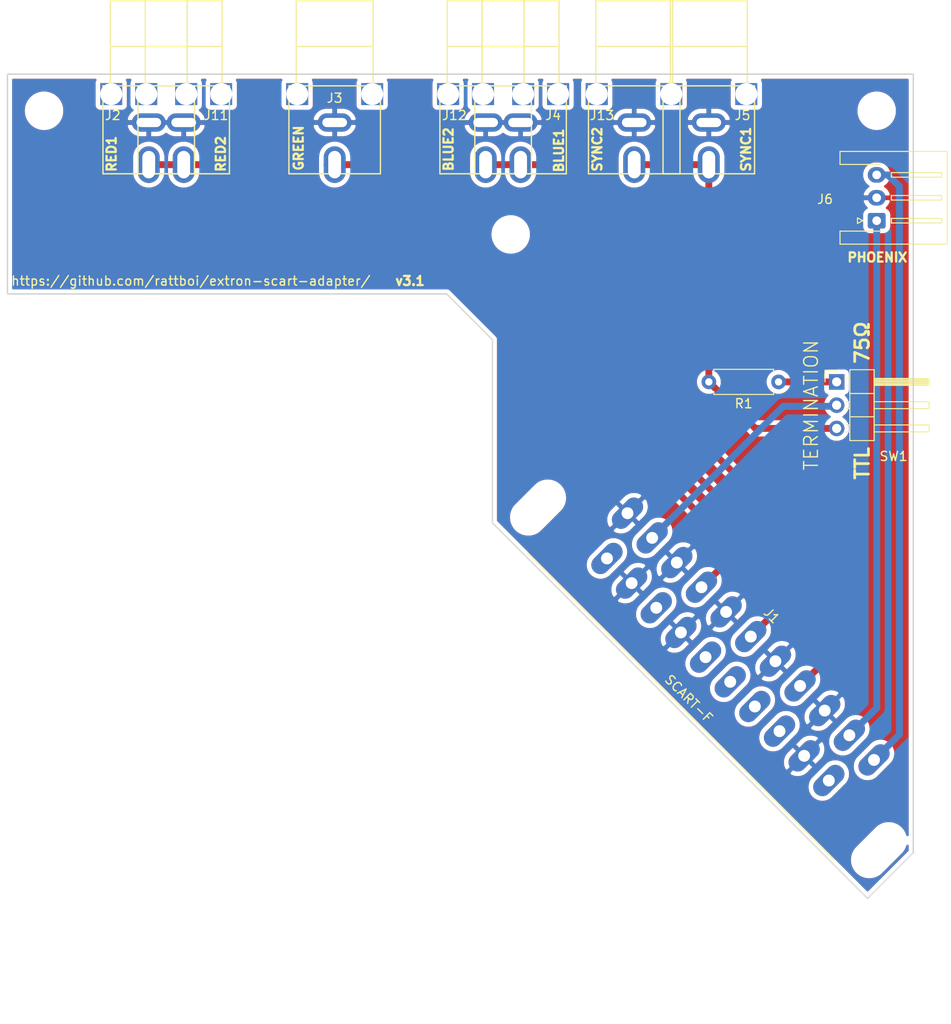
<source format=kicad_pcb>
(kicad_pcb (version 20190516) (host pcbnew "(5.1.0-1062-ge16bf40e6)")

  (general
    (thickness 1.6)
    (drawings 12)
    (tracks 40)
    (modules 14)
    (nets 10)
  )

  (page "A4")
  (layers
    (0 "F.Cu" signal)
    (31 "B.Cu" signal)
    (32 "B.Adhes" user)
    (33 "F.Adhes" user)
    (34 "B.Paste" user)
    (35 "F.Paste" user)
    (36 "B.SilkS" user)
    (37 "F.SilkS" user)
    (38 "B.Mask" user)
    (39 "F.Mask" user)
    (40 "Dwgs.User" user)
    (41 "Cmts.User" user)
    (42 "Eco1.User" user)
    (43 "Eco2.User" user)
    (44 "Edge.Cuts" user)
    (45 "Margin" user)
    (46 "B.CrtYd" user)
    (47 "F.CrtYd" user)
    (48 "B.Fab" user)
    (49 "F.Fab" user)
  )

  (setup
    (last_trace_width 0.254)
    (user_trace_width 0.5)
    (user_trace_width 0.75)
    (trace_clearance 0.2)
    (zone_clearance 0.508)
    (zone_45_only no)
    (trace_min 0.254)
    (via_size 0.762)
    (via_drill 0.701)
    (via_min_size 0.254)
    (via_min_drill 0.701)
    (uvia_size 0.762)
    (uvia_drill 0.701)
    (uvias_allowed no)
    (uvia_min_size 0.2)
    (uvia_min_drill 0.1)
    (max_error 0.005)
    (edge_width 0.15)
    (segment_width 0.2)
    (pcb_text_width 0.3)
    (pcb_text_size 1.5 1.5)
    (mod_edge_width 0.15)
    (mod_text_size 1 1)
    (mod_text_width 0.15)
    (pad_size 3.2 3.2)
    (pad_drill 3.2)
    (pad_to_mask_clearance 0.2)
    (solder_mask_min_width 0.25)
    (aux_axis_origin 0 0)
    (visible_elements 7FFFFFFF)
    (pcbplotparams
      (layerselection 0x010f0_ffffffff)
      (usegerberextensions true)
      (usegerberattributes false)
      (usegerberadvancedattributes false)
      (creategerberjobfile false)
      (excludeedgelayer true)
      (linewidth 0.100000)
      (plotframeref false)
      (viasonmask false)
      (mode 1)
      (useauxorigin false)
      (hpglpennumber 1)
      (hpglpenspeed 20)
      (hpglpendiameter 15.000000)
      (psnegative false)
      (psa4output false)
      (plotreference true)
      (plotvalue true)
      (plotinvisibletext false)
      (padsonsilk false)
      (subtractmaskfromsilk false)
      (outputformat 1)
      (mirror false)
      (drillshape 0)
      (scaleselection 1)
      (outputdirectory "Gerbers/"))
  )

  (net 0 "")
  (net 1 "GND")
  (net 2 "RED")
  (net 3 "SYNC")
  (net 4 "GREEN")
  (net 5 "BLUE")
  (net 6 "Net-(J1-Pad1)")
  (net 7 "Net-(J1-Pad3)")
  (net 8 "Net-(J1-Pad19)")
  (net 9 "Net-(R1-Pad1)")

  (net_class "Default" "This is the default net class."
    (clearance 0.2)
    (trace_width 0.254)
    (via_dia 0.762)
    (via_drill 0.701)
    (uvia_dia 0.762)
    (uvia_drill 0.701)
    (diff_pair_width 0.254)
    (diff_pair_gap 0.254)
    (add_net "BLUE")
    (add_net "GND")
    (add_net "GREEN")
    (add_net "Net-(J1-Pad1)")
    (add_net "Net-(J1-Pad19)")
    (add_net "Net-(J1-Pad3)")
    (add_net "Net-(R1-Pad1)")
    (add_net "RED")
    (add_net "SYNC")
  )

  (module "Connector_PinHeader_2.54mm:PinHeader_1x03_P2.54mm_Horizontal" (layer "F.Cu") (tedit 59FED5CB) (tstamp 5D2C2A4C)
    (at 166.624 109.601)
    (descr "Through hole angled pin header, 1x03, 2.54mm pitch, 6mm pin length, single row")
    (tags "Through hole angled pin header THT 1x03 2.54mm single row")
    (path "/5C775EC8")
    (fp_text reference "SW1" (at 6.223 8.128 180) (layer "F.SilkS")
      (effects (font (size 1 1) (thickness 0.15)))
    )
    (fp_text value "SW_SPDT" (at 4.385 7.35) (layer "F.Fab")
      (effects (font (size 1 1) (thickness 0.15)))
    )
    (fp_text user "%R" (at 2.77 2.54 90) (layer "F.Fab")
      (effects (font (size 1 1) (thickness 0.15)))
    )
    (fp_line (start 10.55 -1.8) (end -1.8 -1.8) (layer "F.CrtYd") (width 0.05))
    (fp_line (start 10.55 6.85) (end 10.55 -1.8) (layer "F.CrtYd") (width 0.05))
    (fp_line (start -1.8 6.85) (end 10.55 6.85) (layer "F.CrtYd") (width 0.05))
    (fp_line (start -1.8 -1.8) (end -1.8 6.85) (layer "F.CrtYd") (width 0.05))
    (fp_line (start -1.27 -1.27) (end 0 -1.27) (layer "F.SilkS") (width 0.12))
    (fp_line (start -1.27 0) (end -1.27 -1.27) (layer "F.SilkS") (width 0.12))
    (fp_line (start 1.042929 5.46) (end 1.44 5.46) (layer "F.SilkS") (width 0.12))
    (fp_line (start 1.042929 4.7) (end 1.44 4.7) (layer "F.SilkS") (width 0.12))
    (fp_line (start 10.1 5.46) (end 4.1 5.46) (layer "F.SilkS") (width 0.12))
    (fp_line (start 10.1 4.7) (end 10.1 5.46) (layer "F.SilkS") (width 0.12))
    (fp_line (start 4.1 4.7) (end 10.1 4.7) (layer "F.SilkS") (width 0.12))
    (fp_line (start 1.44 3.81) (end 4.1 3.81) (layer "F.SilkS") (width 0.12))
    (fp_line (start 1.042929 2.92) (end 1.44 2.92) (layer "F.SilkS") (width 0.12))
    (fp_line (start 1.042929 2.16) (end 1.44 2.16) (layer "F.SilkS") (width 0.12))
    (fp_line (start 10.1 2.92) (end 4.1 2.92) (layer "F.SilkS") (width 0.12))
    (fp_line (start 10.1 2.16) (end 10.1 2.92) (layer "F.SilkS") (width 0.12))
    (fp_line (start 4.1 2.16) (end 10.1 2.16) (layer "F.SilkS") (width 0.12))
    (fp_line (start 1.44 1.27) (end 4.1 1.27) (layer "F.SilkS") (width 0.12))
    (fp_line (start 1.11 0.38) (end 1.44 0.38) (layer "F.SilkS") (width 0.12))
    (fp_line (start 1.11 -0.38) (end 1.44 -0.38) (layer "F.SilkS") (width 0.12))
    (fp_line (start 4.1 0.28) (end 10.1 0.28) (layer "F.SilkS") (width 0.12))
    (fp_line (start 4.1 0.16) (end 10.1 0.16) (layer "F.SilkS") (width 0.12))
    (fp_line (start 4.1 0.04) (end 10.1 0.04) (layer "F.SilkS") (width 0.12))
    (fp_line (start 4.1 -0.08) (end 10.1 -0.08) (layer "F.SilkS") (width 0.12))
    (fp_line (start 4.1 -0.2) (end 10.1 -0.2) (layer "F.SilkS") (width 0.12))
    (fp_line (start 4.1 -0.32) (end 10.1 -0.32) (layer "F.SilkS") (width 0.12))
    (fp_line (start 10.1 0.38) (end 4.1 0.38) (layer "F.SilkS") (width 0.12))
    (fp_line (start 10.1 -0.38) (end 10.1 0.38) (layer "F.SilkS") (width 0.12))
    (fp_line (start 4.1 -0.38) (end 10.1 -0.38) (layer "F.SilkS") (width 0.12))
    (fp_line (start 4.1 -1.33) (end 1.44 -1.33) (layer "F.SilkS") (width 0.12))
    (fp_line (start 4.1 6.41) (end 4.1 -1.33) (layer "F.SilkS") (width 0.12))
    (fp_line (start 1.44 6.41) (end 4.1 6.41) (layer "F.SilkS") (width 0.12))
    (fp_line (start 1.44 -1.33) (end 1.44 6.41) (layer "F.SilkS") (width 0.12))
    (fp_line (start 4.04 5.4) (end 10.04 5.4) (layer "F.Fab") (width 0.1))
    (fp_line (start 10.04 4.76) (end 10.04 5.4) (layer "F.Fab") (width 0.1))
    (fp_line (start 4.04 4.76) (end 10.04 4.76) (layer "F.Fab") (width 0.1))
    (fp_line (start -0.32 5.4) (end 1.5 5.4) (layer "F.Fab") (width 0.1))
    (fp_line (start -0.32 4.76) (end -0.32 5.4) (layer "F.Fab") (width 0.1))
    (fp_line (start -0.32 4.76) (end 1.5 4.76) (layer "F.Fab") (width 0.1))
    (fp_line (start 4.04 2.86) (end 10.04 2.86) (layer "F.Fab") (width 0.1))
    (fp_line (start 10.04 2.22) (end 10.04 2.86) (layer "F.Fab") (width 0.1))
    (fp_line (start 4.04 2.22) (end 10.04 2.22) (layer "F.Fab") (width 0.1))
    (fp_line (start -0.32 2.86) (end 1.5 2.86) (layer "F.Fab") (width 0.1))
    (fp_line (start -0.32 2.22) (end -0.32 2.86) (layer "F.Fab") (width 0.1))
    (fp_line (start -0.32 2.22) (end 1.5 2.22) (layer "F.Fab") (width 0.1))
    (fp_line (start 4.04 0.32) (end 10.04 0.32) (layer "F.Fab") (width 0.1))
    (fp_line (start 10.04 -0.32) (end 10.04 0.32) (layer "F.Fab") (width 0.1))
    (fp_line (start 4.04 -0.32) (end 10.04 -0.32) (layer "F.Fab") (width 0.1))
    (fp_line (start -0.32 0.32) (end 1.5 0.32) (layer "F.Fab") (width 0.1))
    (fp_line (start -0.32 -0.32) (end -0.32 0.32) (layer "F.Fab") (width 0.1))
    (fp_line (start -0.32 -0.32) (end 1.5 -0.32) (layer "F.Fab") (width 0.1))
    (fp_line (start 1.5 -0.635) (end 2.135 -1.27) (layer "F.Fab") (width 0.1))
    (fp_line (start 1.5 6.35) (end 1.5 -0.635) (layer "F.Fab") (width 0.1))
    (fp_line (start 4.04 6.35) (end 1.5 6.35) (layer "F.Fab") (width 0.1))
    (fp_line (start 4.04 -1.27) (end 4.04 6.35) (layer "F.Fab") (width 0.1))
    (fp_line (start 2.135 -1.27) (end 4.04 -1.27) (layer "F.Fab") (width 0.1))
    (pad "3" thru_hole oval (at 0 5.08) (size 1.7 1.7) (drill 1) (layers *.Cu *.Mask)
      (net 3 "SYNC"))
    (pad "2" thru_hole oval (at 0 2.54) (size 1.7 1.7) (drill 1) (layers *.Cu *.Mask)
      (net 8 "Net-(J1-Pad19)"))
    (pad "1" thru_hole rect (at 0 0) (size 1.7 1.7) (drill 1) (layers *.Cu *.Mask)
      (net 9 "Net-(R1-Pad1)"))
    (model "${KISYS3DMOD}/Connector_PinHeader_2.54mm.3dshapes/PinHeader_1x03_P2.54mm_Horizontal.wrl"
      (at (xyz 0 0 0))
      (scale (xyz 1 1 1))
      (rotate (xyz 0 0 0))
    )
  )

  (module "Resistor_THT:R_Axial_DIN0207_L6.3mm_D2.5mm_P7.62mm_Horizontal" (layer "F.Cu") (tedit 5AE5139B) (tstamp 5D2C27DC)
    (at 160.274 109.601 180)
    (descr "Resistor, Axial_DIN0207 series, Axial, Horizontal, pin pitch=7.62mm, 0.25W = 1/4W, length*diameter=6.3*2.5mm^2, http://cdn-reichelt.de/documents/datenblatt/B400/1_4W%23YAG.pdf")
    (tags "Resistor Axial_DIN0207 series Axial Horizontal pin pitch 7.62mm 0.25W = 1/4W length 6.3mm diameter 2.5mm")
    (path "/5C7761A7")
    (fp_text reference "R1" (at 3.81 -2.37) (layer "F.SilkS")
      (effects (font (size 1 1) (thickness 0.15)))
    )
    (fp_text value "470" (at 3.81 2.37) (layer "F.Fab")
      (effects (font (size 1 1) (thickness 0.15)))
    )
    (fp_text user "%R" (at 3.81 0 180) (layer "F.Fab")
      (effects (font (size 1 1) (thickness 0.15)))
    )
    (fp_line (start 8.67 -1.5) (end -1.05 -1.5) (layer "F.CrtYd") (width 0.05))
    (fp_line (start 8.67 1.5) (end 8.67 -1.5) (layer "F.CrtYd") (width 0.05))
    (fp_line (start -1.05 1.5) (end 8.67 1.5) (layer "F.CrtYd") (width 0.05))
    (fp_line (start -1.05 -1.5) (end -1.05 1.5) (layer "F.CrtYd") (width 0.05))
    (fp_line (start 7.08 1.37) (end 7.08 1.04) (layer "F.SilkS") (width 0.12))
    (fp_line (start 0.54 1.37) (end 7.08 1.37) (layer "F.SilkS") (width 0.12))
    (fp_line (start 0.54 1.04) (end 0.54 1.37) (layer "F.SilkS") (width 0.12))
    (fp_line (start 7.08 -1.37) (end 7.08 -1.04) (layer "F.SilkS") (width 0.12))
    (fp_line (start 0.54 -1.37) (end 7.08 -1.37) (layer "F.SilkS") (width 0.12))
    (fp_line (start 0.54 -1.04) (end 0.54 -1.37) (layer "F.SilkS") (width 0.12))
    (fp_line (start 7.62 0) (end 6.96 0) (layer "F.Fab") (width 0.1))
    (fp_line (start 0 0) (end 0.66 0) (layer "F.Fab") (width 0.1))
    (fp_line (start 6.96 -1.25) (end 0.66 -1.25) (layer "F.Fab") (width 0.1))
    (fp_line (start 6.96 1.25) (end 6.96 -1.25) (layer "F.Fab") (width 0.1))
    (fp_line (start 0.66 1.25) (end 6.96 1.25) (layer "F.Fab") (width 0.1))
    (fp_line (start 0.66 -1.25) (end 0.66 1.25) (layer "F.Fab") (width 0.1))
    (pad "2" thru_hole oval (at 7.62 0 180) (size 1.6 1.6) (drill 0.8) (layers *.Cu *.Mask)
      (net 3 "SYNC"))
    (pad "1" thru_hole circle (at 0 0 180) (size 1.6 1.6) (drill 0.8) (layers *.Cu *.Mask)
      (net 9 "Net-(R1-Pad1)"))
    (model "${KISYS3DMOD}/Resistor_THT.3dshapes/R_Axial_DIN0207_L6.3mm_D2.5mm_P7.62mm_Horizontal.wrl"
      (at (xyz 0 0 0))
      (scale (xyz 1 1 1))
      (rotate (xyz 0 0 0))
    )
  )

  (module "extron-input:SCART_F_RA" (layer "F.Cu") (tedit 5CFDF57D) (tstamp 5CFA9855)
    (at 153.6436 141 135)
    (path "/5C652397")
    (fp_text reference "J1" (at 0 8.3185 135) (layer "F.SilkS")
      (effects (font (size 1 1) (thickness 0.15)))
    )
    (fp_text value "SCART-F" (at 0 -4.5085 135) (layer "F.SilkS")
      (effects (font (size 1 1) (thickness 0.15)))
    )
    (fp_line (start -23.7 -5.7) (end 23.7 -5.7) (layer "F.SilkS") (width 0.15))
    (pad "" np_thru_hole oval (at 26.4 -1.4 135) (size 3 6) (drill oval 3 6) (layers *.Cu *.Mask))
    (pad "9" thru_hole oval (at -3.81 5.08 135) (size 2 4) (drill 1.3) (layers *.Cu *.Mask)
      (net 1 "GND"))
    (pad "8" thru_hole oval (at -5.715 0 135) (size 2 4) (drill 1.3) (layers *.Cu *.Mask))
    (pad "7" thru_hole oval (at -7.62 5.08 135) (size 2 4) (drill 1.3) (layers *.Cu *.Mask)
      (net 5 "BLUE"))
    (pad "6" thru_hole oval (at -9.525 0 135) (size 2 4) (drill 1.3) (layers *.Cu *.Mask))
    (pad "5" thru_hole oval (at -11.43 5.08 135) (size 2 4) (drill 1.3) (layers *.Cu *.Mask)
      (net 1 "GND"))
    (pad "4" thru_hole oval (at -13.335 0 135) (size 2 4) (drill 1.3) (layers *.Cu *.Mask)
      (net 1 "GND"))
    (pad "3" thru_hole oval (at -15.24 5.08 135) (size 2 4) (drill 1.3) (layers *.Cu *.Mask)
      (net 7 "Net-(J1-Pad3)"))
    (pad "2" thru_hole oval (at -17.145 0 135) (size 2 4) (drill 1.3) (layers *.Cu *.Mask))
    (pad "1" thru_hole oval (at -19.05 5.08 135) (size 2 4) (drill 1.3) (layers *.Cu *.Mask)
      (net 6 "Net-(J1-Pad1)"))
    (pad "21" thru_hole oval (at 19.05 5.08 135) (size 2 4) (drill 1.3) (layers *.Cu *.Mask)
      (net 1 "GND"))
    (pad "20" thru_hole oval (at 17.145 0 135) (size 2 4) (drill 1.3) (layers *.Cu *.Mask))
    (pad "19" thru_hole oval (at 15.24 5.08 135) (size 2 4) (drill 1.3) (layers *.Cu *.Mask)
      (net 8 "Net-(J1-Pad19)"))
    (pad "18" thru_hole oval (at 13.335 0 135) (size 2 4) (drill 1.3) (layers *.Cu *.Mask)
      (net 1 "GND"))
    (pad "17" thru_hole oval (at 11.43 5.08 135) (size 2 4) (drill 1.3) (layers *.Cu *.Mask)
      (net 1 "GND"))
    (pad "16" thru_hole oval (at 9.525 0 135) (size 2 4) (drill 1.3) (layers *.Cu *.Mask))
    (pad "15" thru_hole oval (at 7.62 5.08 135) (size 2 4) (drill 1.3) (layers *.Cu *.Mask)
      (net 2 "RED"))
    (pad "13" thru_hole oval (at 3.81 5.08 135) (size 2 4) (drill 1.3) (layers *.Cu *.Mask)
      (net 1 "GND"))
    (pad "11" thru_hole oval (at 0 5.08 135) (size 2 4) (drill 1.3) (layers *.Cu *.Mask)
      (net 4 "GREEN"))
    (pad "14" thru_hole oval (at 5.715 0 135) (size 2 4) (drill 1.3) (layers *.Cu *.Mask)
      (net 1 "GND"))
    (pad "12" thru_hole oval (at 1.905 0 135) (size 2 4) (drill 1.3) (layers *.Cu *.Mask))
    (pad "10" thru_hole oval (at -1.905 0 135) (size 2 4) (drill 1.3) (layers *.Cu *.Mask))
    (pad "" np_thru_hole oval (at -26.4 -1.5 135) (size 3 6) (drill oval 3 6) (layers *.Cu *.Mask))
    (model "${KIPRJMOD}/../3d_models/scart.wrl"
      (offset (xyz 0 2.2 0))
      (scale (xyz 1 1 1))
      (rotate (xyz 0 0 180))
    )
  )

  (module "extron-input:rca_combined" (layer "F.Cu") (tedit 5CF20031) (tstamp 5D1252D2)
    (at 91.44 81.28 180)
    (path "/5C651C5B")
    (fp_text reference "J2" (at 3.937 0.78) (layer "F.SilkS")
      (effects (font (size 1 1) (thickness 0.15)))
    )
    (fp_text value "RED1" (at 4.064 -3.429 90) (layer "F.SilkS")
      (effects (font (size 1 1) (thickness 0.25)))
    )
    (fp_line (start 4.1 8.3) (end -4.2 8.3) (layer "F.SilkS") (width 0.15))
    (fp_line (start -5 4) (end 5 4) (layer "F.SilkS") (width 0.15))
    (fp_line (start 5 4) (end 5 -5.6) (layer "F.SilkS") (width 0.15))
    (fp_line (start 5 -5.6) (end -5 -5.6) (layer "F.SilkS") (width 0.15))
    (fp_line (start -5 -5.6) (end -5 4) (layer "F.SilkS") (width 0.15))
    (fp_line (start -4.2 4) (end -4.2 13.3) (layer "F.SilkS") (width 0.15))
    (fp_line (start -4.2 13.3) (end 4.2 13.3) (layer "F.SilkS") (width 0.15))
    (fp_line (start 4.2 13.3) (end 4.2 4) (layer "F.SilkS") (width 0.15))
    (pad "" np_thru_hole rect (at 4.1 3.1 180) (size 2.4 2.4) (drill 2.4) (layers *.Cu *.Mask))
    (pad "" np_thru_hole rect (at -4.1 3.1 180) (size 2.4 2.4) (drill 2.4) (layers *.Cu *.Mask))
    (pad "2" thru_hole oval (at 0 -4.6 180) (size 2.4 4) (drill oval 1.4 3) (layers *.Cu *.Mask)
      (net 2 "RED"))
    (pad "1" thru_hole oval (at 0 0 180) (size 3.7 2) (drill oval 2.7 1) (layers *.Cu *.Mask)
      (net 1 "GND"))
    (model "${KIPRJMOD}/../3d_models/rca_black.wrl"
      (at (xyz 0 0 0))
      (scale (xyz 1 1 1))
      (rotate (xyz 0 0 0))
    )
  )

  (module "extron-input:rca_combined" (layer "F.Cu") (tedit 5CF20031) (tstamp 5C9D69E3)
    (at 111.76 81.28 180)
    (path "/5C651D00")
    (fp_text reference "J3" (at 0 2.667 180) (layer "F.SilkS")
      (effects (font (size 1 1) (thickness 0.15)))
    )
    (fp_text value "GREEN" (at 3.937 -2.794 270) (layer "F.SilkS")
      (effects (font (size 1 1) (thickness 0.25)))
    )
    (fp_line (start 4.1 8.3) (end -4.2 8.3) (layer "F.SilkS") (width 0.15))
    (fp_line (start -5 4) (end 5 4) (layer "F.SilkS") (width 0.15))
    (fp_line (start 5 4) (end 5 -5.6) (layer "F.SilkS") (width 0.15))
    (fp_line (start 5 -5.6) (end -5 -5.6) (layer "F.SilkS") (width 0.15))
    (fp_line (start -5 -5.6) (end -5 4) (layer "F.SilkS") (width 0.15))
    (fp_line (start -4.2 4) (end -4.2 13.3) (layer "F.SilkS") (width 0.15))
    (fp_line (start -4.2 13.3) (end 4.2 13.3) (layer "F.SilkS") (width 0.15))
    (fp_line (start 4.2 13.3) (end 4.2 4) (layer "F.SilkS") (width 0.15))
    (pad "" np_thru_hole rect (at 4.1 3.1 180) (size 2.4 2.4) (drill 2.4) (layers *.Cu *.Mask))
    (pad "" np_thru_hole rect (at -4.1 3.1 180) (size 2.4 2.4) (drill 2.4) (layers *.Cu *.Mask))
    (pad "2" thru_hole oval (at 0 -4.6 180) (size 2.4 4) (drill oval 1.4 3) (layers *.Cu *.Mask)
      (net 4 "GREEN"))
    (pad "1" thru_hole oval (at 0 0 180) (size 3.7 2) (drill oval 2.7 1) (layers *.Cu *.Mask)
      (net 1 "GND"))
    (model "${KIPRJMOD}/../3d_models/rca_black.wrl"
      (at (xyz 0 0 0))
      (scale (xyz 1 1 1))
      (rotate (xyz 0 0 0))
    )
  )

  (module "extron-input:rca_combined" (layer "F.Cu") (tedit 5CF20031) (tstamp 5CF9AE87)
    (at 132.08 81.28 180)
    (path "/5C651DB2")
    (fp_text reference "J4" (at -3.556 0.78) (layer "F.SilkS")
      (effects (font (size 1 1) (thickness 0.15)))
    )
    (fp_text value "BLUE1" (at -4.191 -3.048 270) (layer "F.SilkS")
      (effects (font (size 1 1) (thickness 0.25)))
    )
    (fp_line (start 4.1 8.3) (end -4.2 8.3) (layer "F.SilkS") (width 0.15))
    (fp_line (start -5 4) (end 5 4) (layer "F.SilkS") (width 0.15))
    (fp_line (start 5 4) (end 5 -5.6) (layer "F.SilkS") (width 0.15))
    (fp_line (start 5 -5.6) (end -5 -5.6) (layer "F.SilkS") (width 0.15))
    (fp_line (start -5 -5.6) (end -5 4) (layer "F.SilkS") (width 0.15))
    (fp_line (start -4.2 4) (end -4.2 13.3) (layer "F.SilkS") (width 0.15))
    (fp_line (start -4.2 13.3) (end 4.2 13.3) (layer "F.SilkS") (width 0.15))
    (fp_line (start 4.2 13.3) (end 4.2 4) (layer "F.SilkS") (width 0.15))
    (pad "" np_thru_hole rect (at 4.1 3.1 180) (size 2.4 2.4) (drill 2.4) (layers *.Cu *.Mask))
    (pad "" np_thru_hole rect (at -4.1 3.1 180) (size 2.4 2.4) (drill 2.4) (layers *.Cu *.Mask))
    (pad "2" thru_hole oval (at 0 -4.6 180) (size 2.4 4) (drill oval 1.4 3) (layers *.Cu *.Mask)
      (net 5 "BLUE"))
    (pad "1" thru_hole oval (at 0 0 180) (size 3.7 2) (drill oval 2.7 1) (layers *.Cu *.Mask)
      (net 1 "GND"))
    (model "${KIPRJMOD}/../3d_models/rca_black.wrl"
      (at (xyz 0 0 0))
      (scale (xyz 1 1 1))
      (rotate (xyz 0 0 0))
    )
  )

  (module "extron-input:rca_combined" (layer "F.Cu") (tedit 5CF20031) (tstamp 5CF253A8)
    (at 152.65 81.28 180)
    (path "/5C651E83")
    (fp_text reference "J5" (at -3.687 0.78 180) (layer "F.SilkS")
      (effects (font (size 1 1) (thickness 0.15)))
    )
    (fp_text value "SYNC1" (at -4.068 -2.921 270) (layer "F.SilkS")
      (effects (font (size 1 1) (thickness 0.25)))
    )
    (fp_line (start 4.1 8.3) (end -4.2 8.3) (layer "F.SilkS") (width 0.15))
    (fp_line (start -5 4) (end 5 4) (layer "F.SilkS") (width 0.15))
    (fp_line (start 5 4) (end 5 -5.6) (layer "F.SilkS") (width 0.15))
    (fp_line (start 5 -5.6) (end -5 -5.6) (layer "F.SilkS") (width 0.15))
    (fp_line (start -5 -5.6) (end -5 4) (layer "F.SilkS") (width 0.15))
    (fp_line (start -4.2 4) (end -4.2 13.3) (layer "F.SilkS") (width 0.15))
    (fp_line (start -4.2 13.3) (end 4.2 13.3) (layer "F.SilkS") (width 0.15))
    (fp_line (start 4.2 13.3) (end 4.2 4) (layer "F.SilkS") (width 0.15))
    (pad "" np_thru_hole rect (at 4.1 3.1 180) (size 2.4 2.4) (drill 2.4) (layers *.Cu *.Mask))
    (pad "" np_thru_hole rect (at -4.1 3.1 180) (size 2.4 2.4) (drill 2.4) (layers *.Cu *.Mask))
    (pad "2" thru_hole oval (at 0 -4.6 180) (size 2.4 4) (drill oval 1.4 3) (layers *.Cu *.Mask)
      (net 3 "SYNC"))
    (pad "1" thru_hole oval (at 0 0 180) (size 3.7 2) (drill oval 2.7 1) (layers *.Cu *.Mask)
      (net 1 "GND"))
    (model "${KIPRJMOD}/../3d_models/rca_black.wrl"
      (at (xyz 0 0 0))
      (scale (xyz 1 1 1))
      (rotate (xyz 0 0 0))
    )
  )

  (module "extron-input:rca_combined" (layer "F.Cu") (tedit 5CF20031) (tstamp 5D2C225D)
    (at 95.26 81.28 180)
    (path "/5D2BDC62")
    (fp_text reference "J11" (at -3.546 0.78) (layer "F.SilkS")
      (effects (font (size 1 1) (thickness 0.15)))
    )
    (fp_text value "RED2" (at -4.054 -3.429 90) (layer "F.SilkS")
      (effects (font (size 1 1) (thickness 0.25)))
    )
    (fp_line (start 4.1 8.3) (end -4.2 8.3) (layer "F.SilkS") (width 0.15))
    (fp_line (start -5 4) (end 5 4) (layer "F.SilkS") (width 0.15))
    (fp_line (start 5 4) (end 5 -5.6) (layer "F.SilkS") (width 0.15))
    (fp_line (start 5 -5.6) (end -5 -5.6) (layer "F.SilkS") (width 0.15))
    (fp_line (start -5 -5.6) (end -5 4) (layer "F.SilkS") (width 0.15))
    (fp_line (start -4.2 4) (end -4.2 13.3) (layer "F.SilkS") (width 0.15))
    (fp_line (start -4.2 13.3) (end 4.2 13.3) (layer "F.SilkS") (width 0.15))
    (fp_line (start 4.2 13.3) (end 4.2 4) (layer "F.SilkS") (width 0.15))
    (pad "" np_thru_hole rect (at 4.1 3.1 180) (size 2.4 2.4) (drill 2.4) (layers *.Cu *.Mask))
    (pad "" np_thru_hole rect (at -4.1 3.1 180) (size 2.4 2.4) (drill 2.4) (layers *.Cu *.Mask))
    (pad "2" thru_hole oval (at 0 -4.6 180) (size 2.4 4) (drill oval 1.4 3) (layers *.Cu *.Mask)
      (net 2 "RED"))
    (pad "1" thru_hole oval (at 0 0 180) (size 3.7 2) (drill oval 2.7 1) (layers *.Cu *.Mask)
      (net 1 "GND"))
  )

  (module "extron-input:rca_combined" (layer "F.Cu") (tedit 5CF20031) (tstamp 5D125457)
    (at 128.26 81.28 180)
    (path "/5D2BE1D2")
    (fp_text reference "J12" (at 3.419 0.78) (layer "F.SilkS")
      (effects (font (size 1 1) (thickness 0.15)))
    )
    (fp_text value "BLUE2" (at 4.054 -2.921 90) (layer "F.SilkS")
      (effects (font (size 1 1) (thickness 0.25)))
    )
    (fp_line (start 4.1 8.3) (end -4.2 8.3) (layer "F.SilkS") (width 0.15))
    (fp_line (start -5 4) (end 5 4) (layer "F.SilkS") (width 0.15))
    (fp_line (start 5 4) (end 5 -5.6) (layer "F.SilkS") (width 0.15))
    (fp_line (start 5 -5.6) (end -5 -5.6) (layer "F.SilkS") (width 0.15))
    (fp_line (start -5 -5.6) (end -5 4) (layer "F.SilkS") (width 0.15))
    (fp_line (start -4.2 4) (end -4.2 13.3) (layer "F.SilkS") (width 0.15))
    (fp_line (start -4.2 13.3) (end 4.2 13.3) (layer "F.SilkS") (width 0.15))
    (fp_line (start 4.2 13.3) (end 4.2 4) (layer "F.SilkS") (width 0.15))
    (pad "" np_thru_hole rect (at 4.1 3.1 180) (size 2.4 2.4) (drill 2.4) (layers *.Cu *.Mask))
    (pad "" np_thru_hole rect (at -4.1 3.1 180) (size 2.4 2.4) (drill 2.4) (layers *.Cu *.Mask))
    (pad "2" thru_hole oval (at 0 -4.6 180) (size 2.4 4) (drill oval 1.4 3) (layers *.Cu *.Mask)
      (net 5 "BLUE"))
    (pad "1" thru_hole oval (at 0 0 180) (size 3.7 2) (drill oval 2.7 1) (layers *.Cu *.Mask)
      (net 1 "GND"))
  )

  (module "extron-input:rca_combined" (layer "F.Cu") (tedit 5CFA8633) (tstamp 5CFAAD67)
    (at 144.5 81.28 180)
    (path "/5D2BE641")
    (fp_text reference "J13" (at 3.53 0.78 180) (layer "F.SilkS")
      (effects (font (size 1 1) (thickness 0.15)))
    )
    (fp_text value "SYNC2" (at 4.038 -2.921 270) (layer "F.SilkS")
      (effects (font (size 1 1) (thickness 0.25)))
    )
    (fp_line (start 4.1 8.3) (end -4.2 8.3) (layer "F.SilkS") (width 0.15))
    (fp_line (start -5 4) (end 5 4) (layer "F.SilkS") (width 0.15))
    (fp_line (start 5 4) (end 5 -5.6) (layer "F.SilkS") (width 0.15))
    (fp_line (start 5 -5.6) (end -5 -5.6) (layer "F.SilkS") (width 0.15))
    (fp_line (start -5 -5.6) (end -5 4) (layer "F.SilkS") (width 0.15))
    (fp_line (start -4.2 4) (end -4.2 13.3) (layer "F.SilkS") (width 0.15))
    (fp_line (start -4.2 13.3) (end 4.2 13.3) (layer "F.SilkS") (width 0.15))
    (fp_line (start 4.2 13.3) (end 4.2 4) (layer "F.SilkS") (width 0.15))
    (pad "" np_thru_hole rect (at 4.1 3.1 180) (size 2.4 2.4) (drill 2.4) (layers *.Cu *.Mask))
    (pad "2" thru_hole oval (at 0 -4.6 180) (size 2.4 4) (drill oval 1.4 3) (layers *.Cu *.Mask)
      (net 3 "SYNC"))
    (pad "1" thru_hole oval (at 0 0 180) (size 3.7 2) (drill oval 2.7 1) (layers *.Cu *.Mask)
      (net 1 "GND"))
  )

  (module "MountingHole:MountingHole_3.2mm_M3" (layer "F.Cu") (tedit 56D1B4CB) (tstamp 5CFA9BC5)
    (at 131 93.5)
    (descr "Mounting Hole 3.2mm, no annular, M3")
    (tags "mounting hole 3.2mm no annular m3")
    (path "/5C76074F")
    (attr virtual)
    (fp_text reference "J9" (at 0 -4.2) (layer "F.SilkS") hide
      (effects (font (size 1 1) (thickness 0.15)))
    )
    (fp_text value "Conn_01x01" (at 0 4.2) (layer "F.Fab")
      (effects (font (size 1 1) (thickness 0.15)))
    )
    (fp_text user "%R" (at 0.3 0) (layer "F.Fab")
      (effects (font (size 1 1) (thickness 0.15)))
    )
    (fp_circle (center 0 0) (end 3.2 0) (layer "Cmts.User") (width 0.15))
    (fp_circle (center 0 0) (end 3.45 0) (layer "F.CrtYd") (width 0.05))
    (pad "1" np_thru_hole circle (at 0 0) (size 3.2 3.2) (drill 3.2) (layers *.Cu *.Mask))
  )

  (module "Connector_JST:JST_XH_S3B-XH-A-1_1x03_P2.50mm_Horizontal" (layer "F.Cu") (tedit 5C281476) (tstamp 5D124E43)
    (at 171 92 90)
    (descr "JST XH series connector, S3B-XH-A-1 (http://www.jst-mfg.com/product/pdf/eng/eXH.pdf), generated with kicad-footprint-generator")
    (tags "connector JST XH horizontal")
    (path "/5C652866")
    (fp_text reference "J6" (at 2.338 -5.646 180) (layer "F.SilkS")
      (effects (font (size 1 1) (thickness 0.15)))
    )
    (fp_text value "PHOENIX" (at -4.012 0.069 180) (layer "F.SilkS")
      (effects (font (size 1 1) (thickness 0.25)))
    )
    (fp_line (start -2.95 -4.4) (end -2.95 8.1) (layer "F.CrtYd") (width 0.05))
    (fp_line (start -2.95 8.1) (end 7.95 8.1) (layer "F.CrtYd") (width 0.05))
    (fp_line (start 7.95 8.1) (end 7.95 -4.4) (layer "F.CrtYd") (width 0.05))
    (fp_line (start 7.95 -4.4) (end -2.95 -4.4) (layer "F.CrtYd") (width 0.05))
    (fp_line (start 2.5 7.71) (end -2.56 7.71) (layer "F.SilkS") (width 0.12))
    (fp_line (start -2.56 7.71) (end -2.56 -4.01) (layer "F.SilkS") (width 0.12))
    (fp_line (start -2.56 -4.01) (end -1.14 -4.01) (layer "F.SilkS") (width 0.12))
    (fp_line (start -1.14 -4.01) (end -1.14 0.49) (layer "F.SilkS") (width 0.12))
    (fp_line (start 2.5 7.71) (end 7.56 7.71) (layer "F.SilkS") (width 0.12))
    (fp_line (start 7.56 7.71) (end 7.56 -4.01) (layer "F.SilkS") (width 0.12))
    (fp_line (start 7.56 -4.01) (end 6.14 -4.01) (layer "F.SilkS") (width 0.12))
    (fp_line (start 6.14 -4.01) (end 6.14 0.49) (layer "F.SilkS") (width 0.12))
    (fp_line (start 2.5 7.6) (end -2.45 7.6) (layer "F.Fab") (width 0.1))
    (fp_line (start -2.45 7.6) (end -2.45 -3.9) (layer "F.Fab") (width 0.1))
    (fp_line (start -2.45 -3.9) (end -1.25 -3.9) (layer "F.Fab") (width 0.1))
    (fp_line (start -1.25 -3.9) (end -1.25 0.6) (layer "F.Fab") (width 0.1))
    (fp_line (start -1.25 0.6) (end 2.5 0.6) (layer "F.Fab") (width 0.1))
    (fp_line (start 2.5 7.6) (end 7.45 7.6) (layer "F.Fab") (width 0.1))
    (fp_line (start 7.45 7.6) (end 7.45 -3.9) (layer "F.Fab") (width 0.1))
    (fp_line (start 7.45 -3.9) (end 6.25 -3.9) (layer "F.Fab") (width 0.1))
    (fp_line (start 6.25 -3.9) (end 6.25 0.6) (layer "F.Fab") (width 0.1))
    (fp_line (start 6.25 0.6) (end 2.5 0.6) (layer "F.Fab") (width 0.1))
    (fp_line (start -0.25 1.6) (end -0.25 7.1) (layer "F.SilkS") (width 0.12))
    (fp_line (start -0.25 7.1) (end 0.25 7.1) (layer "F.SilkS") (width 0.12))
    (fp_line (start 0.25 7.1) (end 0.25 1.6) (layer "F.SilkS") (width 0.12))
    (fp_line (start 0.25 1.6) (end -0.25 1.6) (layer "F.SilkS") (width 0.12))
    (fp_line (start 2.25 1.6) (end 2.25 7.1) (layer "F.SilkS") (width 0.12))
    (fp_line (start 2.25 7.1) (end 2.75 7.1) (layer "F.SilkS") (width 0.12))
    (fp_line (start 2.75 7.1) (end 2.75 1.6) (layer "F.SilkS") (width 0.12))
    (fp_line (start 2.75 1.6) (end 2.25 1.6) (layer "F.SilkS") (width 0.12))
    (fp_line (start 4.75 1.6) (end 4.75 7.1) (layer "F.SilkS") (width 0.12))
    (fp_line (start 4.75 7.1) (end 5.25 7.1) (layer "F.SilkS") (width 0.12))
    (fp_line (start 5.25 7.1) (end 5.25 1.6) (layer "F.SilkS") (width 0.12))
    (fp_line (start 5.25 1.6) (end 4.75 1.6) (layer "F.SilkS") (width 0.12))
    (fp_line (start 0 -1.5) (end -0.3 -2.1) (layer "F.SilkS") (width 0.12))
    (fp_line (start -0.3 -2.1) (end 0.3 -2.1) (layer "F.SilkS") (width 0.12))
    (fp_line (start 0.3 -2.1) (end 0 -1.5) (layer "F.SilkS") (width 0.12))
    (fp_line (start -0.625 0.6) (end 0 -0.4) (layer "F.Fab") (width 0.1))
    (fp_line (start 0 -0.4) (end 0.625 0.6) (layer "F.Fab") (width 0.1))
    (fp_text user "%R" (at 2.5 1.85 90) (layer "F.Fab")
      (effects (font (size 1 1) (thickness 0.15)))
    )
    (pad "3" thru_hole oval (at 5 0 90) (size 1.7 1.95) (drill 0.95) (layers *.Cu *.Mask)
      (net 6 "Net-(J1-Pad1)"))
    (pad "2" thru_hole oval (at 2.5 0 90) (size 1.7 1.95) (drill 0.95) (layers *.Cu *.Mask)
      (net 1 "GND"))
    (pad "1" thru_hole roundrect (at 0 0 90) (size 1.7 1.95) (drill 0.95) (layers *.Cu *.Mask) (roundrect_rratio 0.147059)
      (net 7 "Net-(J1-Pad3)"))
    (model "${KISYS3DMOD}/Connector_JST.3dshapes/JST_XH_S3B-XH-A-1_1x03_P2.50mm_Horizontal.wrl"
      (at (xyz 0 0 0))
      (scale (xyz 1 1 1))
      (rotate (xyz 0 0 0))
    )
  )

  (module "MountingHole:MountingHole_3.2mm_M3" (layer "F.Cu") (tedit 5C761F4F) (tstamp 5C761FF1)
    (at 80 80)
    (descr "Mounting Hole 3.2mm, no annular, M3")
    (tags "mounting hole 3.2mm no annular m3")
    (path "/5C760785")
    (attr virtual)
    (fp_text reference "J10" (at 0 -4.2) (layer "F.SilkS") hide
      (effects (font (size 1 1) (thickness 0.15)))
    )
    (fp_text value "Conn_01x01" (at 0 -4.689) (layer "F.Fab")
      (effects (font (size 1 1) (thickness 0.15)))
    )
    (fp_circle (center 0 0) (end 3.45 0) (layer "F.CrtYd") (width 0.05))
    (fp_circle (center 0 0) (end 3.2 0) (layer "Cmts.User") (width 0.15))
    (fp_text user "%R" (at 0.3 0) (layer "F.Fab")
      (effects (font (size 1 1) (thickness 0.15)))
    )
    (pad "1" np_thru_hole circle (at 0 0) (size 3.2 3.2) (drill 3.2) (layers *.Cu *.Mask))
  )

  (module "MountingHole:MountingHole_3.2mm_M3" (layer "F.Cu") (tedit 5C7803AF) (tstamp 5CF98483)
    (at 171 80)
    (descr "Mounting Hole 3.2mm, no annular, M3")
    (tags "mounting hole 3.2mm no annular m3")
    (path "/5C7605B3")
    (attr virtual)
    (fp_text reference "J8" (at 0 -4.2) (layer "F.SilkS") hide
      (effects (font (size 1 1) (thickness 0.15)))
    )
    (fp_text value "Conn_01x01" (at 0.4904 -5.07) (layer "F.Fab") hide
      (effects (font (size 1 1) (thickness 0.15)))
    )
    (fp_circle (center 0 0) (end 3.45 0) (layer "F.CrtYd") (width 0.05))
    (fp_circle (center 0 0) (end 3.2 0) (layer "Cmts.User") (width 0.15))
    (fp_text user "%R" (at 0.3 0) (layer "F.Fab")
      (effects (font (size 1 1) (thickness 0.15)))
    )
    (pad "1" np_thru_hole circle (at 0 0) (size 3.2 3.2) (drill 3.2) (layers *.Cu *.Mask))
  )

  (gr_text "TERMINATION\n" (at 163.83 112.141 90) (layer "F.SilkS") (tstamp 5D2C3178)
    (effects (font (size 1.5 1.5) (thickness 0.15)))
  )
  (gr_text "TTL        75Ω" (at 169.418 111.633 90) (layer "F.SilkS")
    (effects (font (size 1.5 1.5) (thickness 0.3)))
  )
  (gr_line (start 129 105) (end 124 100) (layer "Edge.Cuts") (width 0.15))
  (gr_line (start 129 105) (end 129 125) (layer "Edge.Cuts") (width 0.15))
  (gr_line (start 76 100) (end 124 100) (layer "Edge.Cuts") (width 0.15))
  (gr_line (start 175 161) (end 170 166) (layer "Edge.Cuts") (width 0.15))
  (gr_line (start 175 161) (end 175 76) (layer "Edge.Cuts") (width 0.15))
  (gr_text "v3.1" (at 120 98.5774) (layer "F.SilkS")
    (effects (font (size 1 1) (thickness 0.25)))
  )
  (gr_text "https://github.com/rattboi/extron-scart-adapter/\n" (at 96.0374 98.5774) (layer "F.SilkS") (tstamp 5CF29B98)
    (effects (font (size 1 1) (thickness 0.15)))
  )
  (gr_line (start 76 76) (end 175 76) (layer "Edge.Cuts") (width 0.15))
  (gr_line (start 76 100) (end 76 76) (layer "Edge.Cuts") (width 0.15))
  (gr_line (start 170 166) (end 129 125) (layer "Edge.Cuts") (width 0.15))

  (segment (start 110.9065 85.88) (end 111.76 85.88) (width 0.75) (layer "B.Cu") (net 4))
  (segment (start 91.44 85.88) (end 91.722 85.88) (width 0.75) (layer "B.Cu") (net 2))
  (segment (start 128.26 85.88) (end 132.08 85.88) (width 0.75) (layer "F.Cu") (net 5))
  (segment (start 166.497 112.268) (end 166.624 112.141) (width 0.75) (layer "B.Cu") (net 8))
  (segment (start 154.599985 118.450015) (end 160.782 112.268) (width 0.75) (layer "B.Cu") (net 8))
  (segment (start 146.459395 126.63159) (end 154.599985 118.491) (width 0.75) (layer "B.Cu") (net 8))
  (segment (start 160.782 112.268) (end 166.497 112.268) (width 0.75) (layer "B.Cu") (net 8))
  (segment (start 154.599985 118.491) (end 154.599985 118.450015) (width 0.75) (layer "B.Cu") (net 8))
  (segment (start 171 145.196215) (end 171 92) (width 0.75) (layer "B.Cu") (net 7))
  (segment (start 168.01201 148.184205) (end 171 145.196215) (width 0.75) (layer "B.Cu") (net 7))
  (segment (start 172.217 87) (end 171 87) (width 0.75) (layer "B.Cu") (net 6))
  (segment (start 173.482 88.265) (end 172.217 87) (width 0.75) (layer "B.Cu") (net 6))
  (segment (start 170.706087 150.878282) (end 173.482 148.102369) (width 0.75) (layer "B.Cu") (net 6))
  (segment (start 173.482 148.102369) (end 173.482 88.265) (width 0.75) (layer "B.Cu") (net 6))
  (segment (start 91.44 85.88) (end 95.26 85.88) (width 0.75) (layer "F.Cu") (net 2))
  (segment (start 157.235702 137.404298) (end 157.235702 137.407898) (width 0.75) (layer "F.Cu") (net 4))
  (segment (start 159.258 135.382) (end 157.235702 137.404298) (width 0.75) (layer "F.Cu") (net 4))
  (segment (start 159.258 127.762) (end 159.258 135.382) (width 0.75) (layer "F.Cu") (net 4))
  (segment (start 111.76 85.88) (end 117.376 85.88) (width 0.75) (layer "F.Cu") (net 4))
  (segment (start 117.376 85.88) (end 159.258 127.762) (width 0.75) (layer "F.Cu") (net 4))
  (segment (start 98.58 85.88) (end 95.26 85.88) (width 0.75) (layer "F.Cu") (net 2))
  (segment (start 153.946293 129.921) (end 153.946293 126.387293) (width 0.75) (layer "F.Cu") (net 2))
  (segment (start 153.946293 126.387293) (end 123.317 95.758) (width 0.75) (layer "F.Cu") (net 2))
  (segment (start 151.847549 132.019744) (end 153.946293 129.921) (width 0.75) (layer "F.Cu") (net 2))
  (segment (start 123.317 95.758) (end 108.458 95.758) (width 0.75) (layer "F.Cu") (net 2))
  (segment (start 108.458 95.758) (end 98.58 85.88) (width 0.75) (layer "F.Cu") (net 2))
  (segment (start 162.638949 142.796051) (end 162.623856 142.796051) (width 0.75) (layer "F.Cu") (net 5))
  (segment (start 164.846 140.589) (end 162.638949 142.796051) (width 0.75) (layer "F.Cu") (net 5))
  (segment (start 134.14 85.88) (end 136.398 88.138) (width 0.75) (layer "F.Cu") (net 5))
  (segment (start 132.08 85.88) (end 134.14 85.88) (width 0.75) (layer "F.Cu") (net 5))
  (segment (start 164.846 129.032) (end 164.846 140.589) (width 0.75) (layer "F.Cu") (net 5))
  (segment (start 136.398 88.138) (end 136.398 100.584) (width 0.75) (layer "F.Cu") (net 5))
  (segment (start 136.398 100.584) (end 164.846 129.032) (width 0.75) (layer "F.Cu") (net 5) (tstamp 5D2C363F))
  (segment (start 166.624 109.601) (end 160.274 109.601) (width 0.75) (layer "F.Cu") (net 9))
  (segment (start 152.654 85.884) (end 152.65 85.88) (width 0.75) (layer "F.Cu") (net 3))
  (segment (start 152.654 109.601) (end 152.654 85.884) (width 0.75) (layer "F.Cu") (net 3))
  (segment (start 150.7 85.88) (end 144.5 85.88) (width 0.75) (layer "F.Cu") (net 3))
  (segment (start 152.65 85.88) (end 150.7 85.88) (width 0.75) (layer "F.Cu") (net 3))
  (segment (start 157.734 114.681) (end 166.624 114.681) (width 0.75) (layer "F.Cu") (net 3))
  (segment (start 152.654 109.601) (end 157.734 114.681) (width 0.75) (layer "F.Cu") (net 3))

  (zone (net 1) (net_name "GND") (layer "B.Cu") (tstamp 0) (hatch edge 0.508)
    (connect_pads (clearance 0.508))
    (min_thickness 0.254)
    (fill yes (thermal_gap 0.508) (thermal_bridge_width 0.508))
    (polygon
      (pts
        (xy 75.311 75.438) (xy 175.514 75.438) (xy 175.768 179.705) (xy 75.184 107.315) (xy 75.184 75.438)
      )
    )
    (filled_polygon
      (pts
        (xy 85.528551 76.781328) (xy 85.497085 76.98) (xy 85.497085 79.38) (xy 85.528551 79.578672) (xy 85.619871 79.757896)
        (xy 85.762104 79.900129) (xy 85.941328 79.991449) (xy 86.14 80.022915) (xy 88.54 80.022915) (xy 88.738672 79.991449)
        (xy 88.917896 79.900129) (xy 89.060129 79.757896) (xy 89.151449 79.578672) (xy 89.182915 79.38) (xy 89.182915 76.98)
        (xy 89.151449 76.781328) (xy 89.07689 76.635) (xy 89.42311 76.635) (xy 89.348551 76.781328) (xy 89.317085 76.98)
        (xy 89.317085 79.38) (xy 89.348551 79.578672) (xy 89.439871 79.757896) (xy 89.582104 79.900129) (xy 89.656033 79.937798)
        (xy 89.526226 80.031906) (xy 89.344078 80.213683) (xy 89.192609 80.421716) (xy 89.075548 80.650883) (xy 88.999876 80.899566)
        (xy 89.119223 81.153) (xy 91.313 81.153) (xy 91.313 81.133) (xy 91.567 81.133) (xy 91.567 81.153)
        (xy 95.133 81.153) (xy 95.133 81.133) (xy 95.387 81.133) (xy 95.387 81.153) (xy 97.580777 81.153)
        (xy 97.700124 80.899566) (xy 109.319876 80.899566) (xy 109.439223 81.153) (xy 111.633 81.153) (xy 111.633 79.645)
        (xy 111.887 79.645) (xy 111.887 81.153) (xy 114.080777 81.153) (xy 114.200124 80.899566) (xy 114.124452 80.650883)
        (xy 114.007391 80.421716) (xy 113.855922 80.213683) (xy 113.673774 80.031906) (xy 113.465432 79.880861) (xy 113.236027 79.764268)
        (xy 112.991207 79.684997) (xy 112.737 79.645) (xy 111.887 79.645) (xy 111.633 79.645) (xy 110.783 79.645)
        (xy 110.528793 79.684997) (xy 110.283973 79.764268) (xy 110.054568 79.880861) (xy 109.846226 80.031906) (xy 109.664078 80.213683)
        (xy 109.512609 80.421716) (xy 109.395548 80.650883) (xy 109.319876 80.899566) (xy 97.700124 80.899566) (xy 97.624452 80.650883)
        (xy 97.507391 80.421716) (xy 97.355922 80.213683) (xy 97.173774 80.031906) (xy 97.043967 79.937798) (xy 97.117896 79.900129)
        (xy 97.260129 79.757896) (xy 97.351449 79.578672) (xy 97.382915 79.38) (xy 97.382915 76.98) (xy 97.351449 76.781328)
        (xy 97.27689 76.635) (xy 97.62311 76.635) (xy 97.548551 76.781328) (xy 97.517085 76.98) (xy 97.517085 79.38)
        (xy 97.548551 79.578672) (xy 97.639871 79.757896) (xy 97.782104 79.900129) (xy 97.961328 79.991449) (xy 98.16 80.022915)
        (xy 100.56 80.022915) (xy 100.758672 79.991449) (xy 100.937896 79.900129) (xy 101.080129 79.757896) (xy 101.171449 79.578672)
        (xy 101.202915 79.38) (xy 101.202915 76.98) (xy 101.171449 76.781328) (xy 101.09689 76.635) (xy 105.92311 76.635)
        (xy 105.848551 76.781328) (xy 105.817085 76.98) (xy 105.817085 79.38) (xy 105.848551 79.578672) (xy 105.939871 79.757896)
        (xy 106.082104 79.900129) (xy 106.261328 79.991449) (xy 106.46 80.022915) (xy 108.86 80.022915) (xy 109.058672 79.991449)
        (xy 109.237896 79.900129) (xy 109.380129 79.757896) (xy 109.471449 79.578672) (xy 109.502915 79.38) (xy 109.502915 76.98)
        (xy 109.471449 76.781328) (xy 109.39689 76.635) (xy 114.12311 76.635) (xy 114.048551 76.781328) (xy 114.017085 76.98)
        (xy 114.017085 79.38) (xy 114.048551 79.578672) (xy 114.139871 79.757896) (xy 114.282104 79.900129) (xy 114.461328 79.991449)
        (xy 114.66 80.022915) (xy 117.06 80.022915) (xy 117.258672 79.991449) (xy 117.437896 79.900129) (xy 117.580129 79.757896)
        (xy 117.671449 79.578672) (xy 117.702915 79.38) (xy 117.702915 76.98) (xy 117.671449 76.781328) (xy 117.59689 76.635)
        (xy 122.42311 76.635) (xy 122.348551 76.781328) (xy 122.317085 76.98) (xy 122.317085 79.38) (xy 122.348551 79.578672)
        (xy 122.439871 79.757896) (xy 122.582104 79.900129) (xy 122.761328 79.991449) (xy 122.96 80.022915) (xy 125.36 80.022915)
        (xy 125.558672 79.991449) (xy 125.737896 79.900129) (xy 125.880129 79.757896) (xy 125.971449 79.578672) (xy 126.002915 79.38)
        (xy 126.002915 76.98) (xy 125.971449 76.781328) (xy 125.89689 76.635) (xy 126.24311 76.635) (xy 126.168551 76.781328)
        (xy 126.137085 76.98) (xy 126.137085 79.38) (xy 126.168551 79.578672) (xy 126.259871 79.757896) (xy 126.402104 79.900129)
        (xy 126.476033 79.937798) (xy 126.346226 80.031906) (xy 126.164078 80.213683) (xy 126.012609 80.421716) (xy 125.895548 80.650883)
        (xy 125.819876 80.899566) (xy 125.939223 81.153) (xy 128.133 81.153) (xy 128.133 81.133) (xy 128.387 81.133)
        (xy 128.387 81.153) (xy 131.953 81.153) (xy 131.953 81.133) (xy 132.207 81.133) (xy 132.207 81.153)
        (xy 134.400777 81.153) (xy 134.520124 80.899566) (xy 142.059876 80.899566) (xy 142.179223 81.153) (xy 144.373 81.153)
        (xy 144.373 79.645) (xy 144.627 79.645) (xy 144.627 81.153) (xy 146.820777 81.153) (xy 146.940124 80.899566)
        (xy 150.209876 80.899566) (xy 150.329223 81.153) (xy 152.523 81.153) (xy 152.523 79.645) (xy 152.777 79.645)
        (xy 152.777 81.153) (xy 154.970777 81.153) (xy 155.090124 80.899566) (xy 155.014452 80.650883) (xy 154.897391 80.421716)
        (xy 154.745922 80.213683) (xy 154.563774 80.031906) (xy 154.355432 79.880861) (xy 154.126027 79.764268) (xy 153.881207 79.684997)
        (xy 153.627 79.645) (xy 152.777 79.645) (xy 152.523 79.645) (xy 151.673 79.645) (xy 151.418793 79.684997)
        (xy 151.173973 79.764268) (xy 150.944568 79.880861) (xy 150.736226 80.031906) (xy 150.554078 80.213683) (xy 150.402609 80.421716)
        (xy 150.285548 80.650883) (xy 150.209876 80.899566) (xy 146.940124 80.899566) (xy 146.864452 80.650883) (xy 146.747391 80.421716)
        (xy 146.595922 80.213683) (xy 146.413774 80.031906) (xy 146.205432 79.880861) (xy 145.976027 79.764268) (xy 145.731207 79.684997)
        (xy 145.477 79.645) (xy 144.627 79.645) (xy 144.373 79.645) (xy 143.523 79.645) (xy 143.268793 79.684997)
        (xy 143.023973 79.764268) (xy 142.794568 79.880861) (xy 142.586226 80.031906) (xy 142.404078 80.213683) (xy 142.252609 80.421716)
        (xy 142.135548 80.650883) (xy 142.059876 80.899566) (xy 134.520124 80.899566) (xy 134.444452 80.650883) (xy 134.327391 80.421716)
        (xy 134.175922 80.213683) (xy 133.993774 80.031906) (xy 133.863967 79.937798) (xy 133.937896 79.900129) (xy 134.080129 79.757896)
        (xy 134.171449 79.578672) (xy 134.202915 79.38) (xy 134.202915 76.98) (xy 134.171449 76.781328) (xy 134.09689 76.635)
        (xy 134.44311 76.635) (xy 134.368551 76.781328) (xy 134.337085 76.98) (xy 134.337085 79.38) (xy 134.368551 79.578672)
        (xy 134.459871 79.757896) (xy 134.602104 79.900129) (xy 134.781328 79.991449) (xy 134.98 80.022915) (xy 137.38 80.022915)
        (xy 137.578672 79.991449) (xy 137.757896 79.900129) (xy 137.900129 79.757896) (xy 137.991449 79.578672) (xy 138.022915 79.38)
        (xy 138.022915 76.98) (xy 137.991449 76.781328) (xy 137.91689 76.635) (xy 138.66311 76.635) (xy 138.588551 76.781328)
        (xy 138.557085 76.98) (xy 138.557085 79.38) (xy 138.588551 79.578672) (xy 138.679871 79.757896) (xy 138.822104 79.900129)
        (xy 139.001328 79.991449) (xy 139.2 80.022915) (xy 141.6 80.022915) (xy 141.798672 79.991449) (xy 141.977896 79.900129)
        (xy 142.120129 79.757896) (xy 142.211449 79.578672) (xy 142.242915 79.38) (xy 142.242915 76.98) (xy 142.211449 76.781328)
        (xy 142.13689 76.635) (xy 146.81311 76.635) (xy 146.738551 76.781328) (xy 146.707085 76.98) (xy 146.707085 79.38)
        (xy 146.738551 79.578672) (xy 146.829871 79.757896) (xy 146.972104 79.900129) (xy 147.151328 79.991449) (xy 147.35 80.022915)
        (xy 149.75 80.022915) (xy 149.948672 79.991449) (xy 150.127896 79.900129) (xy 150.270129 79.757896) (xy 150.361449 79.578672)
        (xy 150.392915 79.38) (xy 150.392915 76.98) (xy 150.361449 76.781328) (xy 150.28689 76.635) (xy 155.01311 76.635)
        (xy 154.938551 76.781328) (xy 154.907085 76.98) (xy 154.907085 79.38) (xy 154.938551 79.578672) (xy 155.029871 79.757896)
        (xy 155.172104 79.900129) (xy 155.351328 79.991449) (xy 155.55 80.022915) (xy 157.95 80.022915) (xy 158.148672 79.991449)
        (xy 158.239298 79.945272) (xy 168.760667 79.945272) (xy 168.7731 80.241919) (xy 168.824657 80.534315) (xy 168.914433 80.817325)
        (xy 169.04085 81.085975) (xy 169.201687 81.335545) (xy 169.394119 81.561651) (xy 169.614764 81.760321) (xy 169.859746 81.928064)
        (xy 170.124761 82.061933) (xy 170.405154 82.159576) (xy 170.695997 82.219277) (xy 170.992181 82.239988) (xy 171.288502 82.221345)
        (xy 171.579755 82.163676) (xy 171.860822 82.067993) (xy 172.126766 81.935977) (xy 172.372913 81.769949) (xy 172.59494 81.572824)
        (xy 172.788945 81.348067) (xy 172.951521 81.099625) (xy 173.07981 80.831865) (xy 173.17156 80.549489) (xy 173.225157 80.257459)
        (xy 173.235077 79.851546) (xy 173.195809 79.557247) (xy 173.117964 79.270727) (xy 173.002907 78.997019) (xy 172.852662 78.740932)
        (xy 172.669868 78.506966) (xy 172.457736 78.299231) (xy 172.219993 78.121376) (xy 171.960816 77.976527) (xy 171.684758 77.867228)
        (xy 171.39667 77.7954) (xy 171.101613 77.762304) (xy 170.804771 77.768522) (xy 170.511359 77.813945) (xy 170.226531 77.897774)
        (xy 169.955293 78.018537) (xy 169.702409 78.174112) (xy 169.472322 78.361766) (xy 169.269075 78.578202) (xy 169.096239 78.819618)
        (xy 168.956849 79.081772) (xy 168.853356 79.360057) (xy 168.787576 79.649586) (xy 168.760667 79.945272) (xy 158.239298 79.945272)
        (xy 158.327896 79.900129) (xy 158.470129 79.757896) (xy 158.561449 79.578672) (xy 158.592915 79.38) (xy 158.592915 76.98)
        (xy 158.561449 76.781328) (xy 158.48689 76.635) (xy 174.365001 76.635) (xy 174.365001 87.763646) (xy 174.357734 87.747092)
        (xy 174.304365 87.678289) (xy 174.245177 87.592169) (xy 174.174999 87.529643) (xy 172.956014 86.310659) (xy 172.897786 86.243911)
        (xy 172.819403 86.188823) (xy 172.744049 86.129738) (xy 172.719675 86.118733) (xy 172.697782 86.103346) (xy 172.608523 86.068545)
        (xy 172.521248 86.029139) (xy 172.49495 86.024265) (xy 172.470022 86.014546) (xy 172.383617 86.003631) (xy 172.280884 85.98459)
        (xy 172.215894 85.988337) (xy 172.062743 85.841983) (xy 171.861017 85.704375) (xy 171.639525 85.601562) (xy 171.404215 85.536305)
        (xy 171.178835 85.515) (xy 170.813102 85.515) (xy 170.63163 85.52992) (xy 170.394795 85.589408) (xy 170.170857 85.686779)
        (xy 169.965829 85.819418) (xy 169.785218 85.983762) (xy 169.633873 86.175397) (xy 169.51586 86.389178) (xy 169.434347 86.619363)
        (xy 169.391524 86.85977) (xy 169.388541 87.103943) (xy 169.425477 87.345325) (xy 169.501342 87.577433) (xy 169.614097 87.794033)
        (xy 169.760714 87.989309) (xy 169.937257 88.158017) (xy 170.077305 88.253551) (xy 169.971077 88.321909) (xy 169.789498 88.486757)
        (xy 169.637529 88.679244) (xy 169.519314 88.894119) (xy 169.438079 89.125521) (xy 169.433524 89.14311) (xy 169.554845 89.373)
        (xy 170.873 89.373) (xy 170.873 89.353) (xy 171.127 89.353) (xy 171.127 89.373) (xy 171.147 89.373)
        (xy 171.147 89.627) (xy 171.127 89.627) (xy 171.127 89.647) (xy 170.873 89.647) (xy 170.873 89.627)
        (xy 169.554845 89.627) (xy 169.433524 89.85689) (xy 169.438079 89.874479) (xy 169.519314 90.105881) (xy 169.637529 90.320756)
        (xy 169.789498 90.513243) (xy 169.890093 90.604569) (xy 169.83084 90.629112) (xy 169.645968 90.770968) (xy 169.504112 90.95584)
        (xy 169.414937 91.171127) (xy 169.384521 91.402158) (xy 169.384521 92.597842) (xy 169.414937 92.828873) (xy 169.504112 93.044161)
        (xy 169.645968 93.229032) (xy 169.83084 93.370888) (xy 169.990001 93.436815) (xy 169.99 144.777859) (xy 168.915371 145.852489)
        (xy 168.719117 145.837043) (xy 168.462556 145.857235) (xy 168.212311 145.917313) (xy 167.974547 146.015798) (xy 167.755117 146.150266)
        (xy 167.608414 146.275562) (xy 166.103367 147.78061) (xy 165.978071 147.927312) (xy 165.843604 148.146743) (xy 165.745119 148.384507)
        (xy 165.685041 148.634752) (xy 165.664849 148.891312) (xy 165.685041 149.147872) (xy 165.745119 149.398117) (xy 165.843604 149.635881)
        (xy 165.978071 149.855312) (xy 166.145209 150.051006) (xy 166.340903 150.218144) (xy 166.560334 150.352611) (xy 166.798098 150.451096)
        (xy 167.048343 150.511174) (xy 167.304903 150.531366) (xy 167.561463 150.511174) (xy 167.811708 150.451096) (xy 168.049472 150.352611)
        (xy 168.268903 150.218144) (xy 168.415605 150.092848) (xy 169.920653 148.587801) (xy 170.045949 148.441098) (xy 170.180417 148.221668)
        (xy 170.278902 147.983904) (xy 170.33898 147.733659) (xy 170.359172 147.477098) (xy 170.343726 147.280844) (xy 171.689349 145.935222)
        (xy 171.756089 145.877001) (xy 171.81117 145.798628) (xy 171.870262 145.723265) (xy 171.881269 145.698888) (xy 171.896654 145.676997)
        (xy 171.931452 145.587745) (xy 171.970861 145.500464) (xy 171.975736 145.474163) (xy 171.985454 145.449237) (xy 171.996368 145.362845)
        (xy 172.015411 145.2601) (xy 172.01 145.166262) (xy 172.01 93.436814) (xy 172.169161 93.370888) (xy 172.354032 93.229032)
        (xy 172.472001 93.075291) (xy 172.472 147.684013) (xy 171.609448 148.546566) (xy 171.413194 148.53112) (xy 171.156633 148.551312)
        (xy 170.906388 148.61139) (xy 170.668624 148.709875) (xy 170.449194 148.844343) (xy 170.302491 148.969639) (xy 168.797444 150.474687)
        (xy 168.672148 150.621389) (xy 168.537681 150.84082) (xy 168.439196 151.078584) (xy 168.379118 151.328829) (xy 168.358926 151.585389)
        (xy 168.379118 151.841949) (xy 168.439196 152.092194) (xy 168.537681 152.329958) (xy 168.672148 152.549389) (xy 168.839286 152.745083)
        (xy 169.03498 152.912221) (xy 169.254411 153.046688) (xy 169.492175 153.145173) (xy 169.74242 153.205251) (xy 169.99898 153.225443)
        (xy 170.25554 153.205251) (xy 170.505785 153.145173) (xy 170.743549 153.046688) (xy 170.96298 152.912221) (xy 171.109682 152.786925)
        (xy 172.61473 151.281878) (xy 172.740026 151.135175) (xy 172.874494 150.915745) (xy 172.972979 150.677981) (xy 173.033057 150.427736)
        (xy 173.053249 150.171175) (xy 173.037803 149.974921) (xy 174.171349 148.841376) (xy 174.238089 148.783155) (xy 174.29317 148.704782)
        (xy 174.352262 148.629419) (xy 174.363269 148.605042) (xy 174.365 148.602578) (xy 174.365 159.076484) (xy 174.353282 159.027675)
        (xy 174.247538 158.756456) (xy 174.105964 158.502099) (xy 173.931179 158.269307) (xy 173.726418 158.062391) (xy 173.495471 157.885178)
        (xy 173.242608 157.740948) (xy 172.972511 157.63237) (xy 172.690178 157.561453) (xy 172.400833 157.529509) (xy 172.109828 157.537128)
        (xy 171.822551 157.584172) (xy 171.544316 157.669768) (xy 171.280272 157.792333) (xy 171.035305 157.949599) (xy 170.849575 158.109917)
        (xy 168.628491 160.331002) (xy 168.485335 160.495105) (xy 168.325513 160.738411) (xy 168.200189 161.001157) (xy 168.111684 161.278481)
        (xy 168.061635 161.56525) (xy 168.050967 161.856157) (xy 168.079879 162.145822) (xy 168.147837 162.428882) (xy 168.25358 162.700101)
        (xy 168.395154 162.954459) (xy 168.569939 163.187251) (xy 168.7747 163.394167) (xy 169.005648 163.57138) (xy 169.25851 163.71561)
        (xy 169.528607 163.824188) (xy 169.81094 163.895105) (xy 170.100286 163.927049) (xy 170.391289 163.919429) (xy 170.678567 163.872385)
        (xy 170.956801 163.78679) (xy 171.220845 163.664225) (xy 171.465813 163.506958) (xy 171.651542 163.346641) (xy 173.872627 161.125557)
        (xy 174.015783 160.961453) (xy 174.175606 160.718147) (xy 174.30093 160.455401) (xy 174.365 160.254642) (xy 174.365 160.736974)
        (xy 170 165.101974) (xy 158.728479 153.830453) (xy 163.419785 153.830453) (xy 163.439977 154.087013) (xy 163.500055 154.337258)
        (xy 163.59854 154.575022) (xy 163.733007 154.794453) (xy 163.900145 154.990147) (xy 164.095839 155.157285) (xy 164.31527 155.291752)
        (xy 164.553034 155.390237) (xy 164.803279 155.450315) (xy 165.059839 155.470507) (xy 165.316399 155.450315) (xy 165.566644 155.390237)
        (xy 165.804408 155.291752) (xy 166.023839 155.157285) (xy 166.170541 155.031989) (xy 167.675589 153.526942) (xy 167.800885 153.380239)
        (xy 167.935353 153.160809) (xy 168.033838 152.923045) (xy 168.093916 152.6728) (xy 168.114108 152.416239) (xy 168.093916 152.159678)
        (xy 168.033838 151.909434) (xy 167.935353 151.67167) (xy 167.800885 151.452239) (xy 167.633747 151.256545) (xy 167.438053 151.089407)
        (xy 167.218622 150.954939) (xy 166.980858 150.856454) (xy 166.730614 150.796376) (xy 166.474053 150.776184) (xy 166.217492 150.796376)
        (xy 165.967247 150.856454) (xy 165.729483 150.954939) (xy 165.510053 151.089407) (xy 165.36335 151.214703) (xy 163.858303 152.719751)
        (xy 163.733007 152.866453) (xy 163.59854 153.085884) (xy 163.500055 153.323648) (xy 163.439977 153.573893) (xy 163.419785 153.830453)
        (xy 158.728479 153.830453) (xy 157.164201 152.266175) (xy 161.415568 152.266175) (xy 161.510382 152.529771) (xy 161.739736 152.652108)
        (xy 161.984556 152.731379) (xy 162.238762 152.771376) (xy 162.496096 152.771113) (xy 162.750221 152.730598) (xy 162.994879 152.650828)
        (xy 163.224046 152.533767) (xy 163.432079 152.382298) (xy 164.139186 151.675191) (xy 163.072869 150.608874) (xy 161.415568 152.266175)
        (xy 157.164201 152.266175) (xy 156.161402 151.263376) (xy 160.730762 151.263376) (xy 160.770759 151.517582) (xy 160.85003 151.762402)
        (xy 160.972367 151.991756) (xy 161.235963 152.08657) (xy 162.893264 150.429269) (xy 163.252474 150.429269) (xy 164.318791 151.495586)
        (xy 165.025898 150.788479) (xy 165.177367 150.580446) (xy 165.294428 150.351279) (xy 165.374198 150.106621) (xy 165.414713 149.852496)
        (xy 165.414976 149.595162) (xy 165.374979 149.340956) (xy 165.295708 149.096136) (xy 165.173371 148.866782) (xy 164.909775 148.771968)
        (xy 163.252474 150.429269) (xy 162.893264 150.429269) (xy 161.826947 149.362952) (xy 161.11984 150.070059) (xy 160.968371 150.278092)
        (xy 160.85131 150.507259) (xy 160.77154 150.751917) (xy 160.731025 151.006042) (xy 160.730762 151.263376) (xy 156.161402 151.263376)
        (xy 153.340325 148.442299) (xy 158.031631 148.442299) (xy 158.051823 148.698859) (xy 158.111901 148.949104) (xy 158.210386 149.186868)
        (xy 158.344853 149.406299) (xy 158.511991 149.601993) (xy 158.707685 149.769131) (xy 158.927116 149.903598) (xy 159.16488 150.002083)
        (xy 159.415125 150.062161) (xy 159.671685 150.082353) (xy 159.928245 150.062161) (xy 160.17849 150.002083) (xy 160.416254 149.903598)
        (xy 160.635685 149.769131) (xy 160.782387 149.643835) (xy 161.242875 149.183347) (xy 162.006552 149.183347) (xy 163.072869 150.249664)
        (xy 164.73017 148.592363) (xy 164.635356 148.328767) (xy 164.406002 148.20643) (xy 164.161182 148.127159) (xy 163.906976 148.087162)
        (xy 163.649642 148.087425) (xy 163.395517 148.12794) (xy 163.150859 148.20771) (xy 162.921692 148.324771) (xy 162.713659 148.47624)
        (xy 162.006552 149.183347) (xy 161.242875 149.183347) (xy 162.287435 148.138788) (xy 162.412731 147.992085) (xy 162.547199 147.772655)
        (xy 162.645684 147.534891) (xy 162.695585 147.327034) (xy 163.660632 147.327034) (xy 163.755446 147.59063) (xy 163.9848 147.712967)
        (xy 164.22962 147.792238) (xy 164.483826 147.832235) (xy 164.74116 147.831972) (xy 164.995285 147.791457) (xy 165.239943 147.711687)
        (xy 165.46911 147.594626) (xy 165.677143 147.443157) (xy 166.38425 146.73605) (xy 165.317933 145.669733) (xy 163.660632 147.327034)
        (xy 162.695585 147.327034) (xy 162.705762 147.284646) (xy 162.725954 147.028085) (xy 162.705762 146.771524) (xy 162.645684 146.52128)
        (xy 162.564066 146.324235) (xy 162.975826 146.324235) (xy 163.015823 146.578441) (xy 163.095094 146.823261) (xy 163.217431 147.052615)
        (xy 163.481027 147.147429) (xy 165.138328 145.490128) (xy 165.497538 145.490128) (xy 166.563855 146.556445) (xy 167.270962 145.849338)
        (xy 167.422431 145.641305) (xy 167.539492 145.412138) (xy 167.619262 145.16748) (xy 167.659777 144.913355) (xy 167.66004 144.656021)
        (xy 167.620043 144.401815) (xy 167.540772 144.156995) (xy 167.418435 143.927641) (xy 167.154839 143.832827) (xy 165.497538 145.490128)
        (xy 165.138328 145.490128) (xy 164.072011 144.423811) (xy 163.364904 145.130918) (xy 163.213435 145.338951) (xy 163.096374 145.568118)
        (xy 163.016604 145.812776) (xy 162.976089 146.066901) (xy 162.975826 146.324235) (xy 162.564066 146.324235) (xy 162.547199 146.283516)
        (xy 162.412731 146.064085) (xy 162.245593 145.868391) (xy 162.049899 145.701253) (xy 161.830468 145.566785) (xy 161.592704 145.4683)
        (xy 161.34246 145.408222) (xy 161.085899 145.38803) (xy 160.829338 145.408222) (xy 160.579093 145.4683) (xy 160.341329 145.566785)
        (xy 160.121899 145.701253) (xy 159.975196 145.826549) (xy 158.470149 147.331597) (xy 158.344853 147.478299) (xy 158.210386 147.69773)
        (xy 158.111901 147.935494) (xy 158.051823 148.185739) (xy 158.031631 148.442299) (xy 153.340325 148.442299) (xy 150.646248 145.748222)
        (xy 155.337554 145.748222) (xy 155.357746 146.004782) (xy 155.417824 146.255027) (xy 155.516309 146.492791) (xy 155.650776 146.712222)
        (xy 155.817914 146.907916) (xy 156.013608 147.075054) (xy 156.233039 147.209521) (xy 156.470803 147.308006) (xy 156.721048 147.368084)
        (xy 156.977608 147.388276) (xy 157.234168 147.368084) (xy 157.484413 147.308006) (xy 157.722177 147.209521) (xy 157.941608 147.075054)
        (xy 158.08831 146.949758) (xy 159.593358 145.444711) (xy 159.718654 145.298008) (xy 159.853122 145.078578) (xy 159.951607 144.840814)
        (xy 160.011685 144.590569) (xy 160.031877 144.334008) (xy 160.011685 144.077447) (xy 159.951607 143.827203) (xy 159.853122 143.589439)
        (xy 159.800249 143.503158) (xy 160.276695 143.503158) (xy 160.296887 143.759718) (xy 160.356965 144.009963) (xy 160.45545 144.247727)
        (xy 160.589917 144.467158) (xy 160.757055 144.662852) (xy 160.952749 144.82999) (xy 161.17218 144.964457) (xy 161.409944 145.062942)
        (xy 161.660189 145.12302) (xy 161.916749 145.143212) (xy 162.173309 145.12302) (xy 162.423554 145.062942) (xy 162.661318 144.964457)
        (xy 162.880749 144.82999) (xy 163.027451 144.704694) (xy 163.487939 144.244206) (xy 164.251616 144.244206) (xy 165.317933 145.310523)
        (xy 166.975234 143.653222) (xy 166.88042 143.389626) (xy 166.651066 143.267289) (xy 166.406246 143.188018) (xy 166.15204 143.148021)
        (xy 165.894706 143.148284) (xy 165.640581 143.188799) (xy 165.395923 143.268569) (xy 165.166756 143.38563) (xy 164.958723 143.537099)
        (xy 164.251616 144.244206) (xy 163.487939 144.244206) (xy 164.532499 143.199647) (xy 164.657795 143.052944) (xy 164.792263 142.833514)
        (xy 164.890748 142.59575) (xy 164.950826 142.345505) (xy 164.971018 142.088944) (xy 164.950826 141.832383) (xy 164.890748 141.582139)
        (xy 164.792263 141.344375) (xy 164.657795 141.124944) (xy 164.490657 140.92925) (xy 164.294963 140.762112) (xy 164.075532 140.627644)
        (xy 163.837768 140.529159) (xy 163.587524 140.469081) (xy 163.330963 140.448889) (xy 163.074402 140.469081) (xy 162.824157 140.529159)
        (xy 162.586393 140.627644) (xy 162.366963 140.762112) (xy 162.22026 140.887408) (xy 160.715213 142.392456) (xy 160.589917 142.539158)
        (xy 160.45545 142.758589) (xy 160.356965 142.996353) (xy 160.296887 143.246598) (xy 160.276695 143.503158) (xy 159.800249 143.503158)
        (xy 159.718654 143.370008) (xy 159.551516 143.174314) (xy 159.355822 143.007176) (xy 159.136391 142.872708) (xy 158.898627 142.774223)
        (xy 158.648383 142.714145) (xy 158.391822 142.693953) (xy 158.135261 142.714145) (xy 157.885016 142.774223) (xy 157.647252 142.872708)
        (xy 157.427822 143.007176) (xy 157.281119 143.132472) (xy 155.776072 144.63752) (xy 155.650776 144.784222) (xy 155.516309 145.003653)
        (xy 155.417824 145.241417) (xy 155.357746 145.491662) (xy 155.337554 145.748222) (xy 150.646248 145.748222) (xy 147.952171 143.054145)
        (xy 152.643477 143.054145) (xy 152.663669 143.310705) (xy 152.723747 143.56095) (xy 152.822232 143.798714) (xy 152.956699 144.018145)
        (xy 153.123837 144.213839) (xy 153.319531 144.380977) (xy 153.538962 144.515444) (xy 153.776726 144.613929) (xy 154.026971 144.674007)
        (xy 154.283531 144.694199) (xy 154.540091 144.674007) (xy 154.790336 144.613929) (xy 155.0281 144.515444) (xy 155.247531 144.380977)
        (xy 155.394233 144.255681) (xy 156.899281 142.750634) (xy 157.024577 142.603931) (xy 157.159045 142.384501) (xy 157.25753 142.146737)
        (xy 157.307431 141.93888) (xy 158.272478 141.93888) (xy 158.367292 142.202476) (xy 158.596646 142.324813) (xy 158.841466 142.404084)
        (xy 159.095672 142.444081) (xy 159.353006 142.443818) (xy 159.607131 142.403303) (xy 159.851789 142.323533) (xy 160.080956 142.206472)
        (xy 160.288989 142.055003) (xy 160.996096 141.347896) (xy 159.929779 140.281579) (xy 158.272478 141.93888) (xy 157.307431 141.93888)
        (xy 157.317608 141.896492) (xy 157.3378 141.639931) (xy 157.317608 141.38337) (xy 157.25753 141.133126) (xy 157.175912 140.936081)
        (xy 157.587672 140.936081) (xy 157.627669 141.190287) (xy 157.70694 141.435107) (xy 157.829277 141.664461) (xy 158.092873 141.759275)
        (xy 159.750174 140.101974) (xy 160.109384 140.101974) (xy 161.175701 141.168291) (xy 161.882808 140.461184) (xy 162.034277 140.253151)
        (xy 162.151338 140.023984) (xy 162.231108 139.779326) (xy 162.271623 139.525201) (xy 162.271886 139.267867) (xy 162.231889 139.013661)
        (xy 162.152618 138.768841) (xy 162.030281 138.539487) (xy 161.766685 138.444673) (xy 160.109384 140.101974) (xy 159.750174 140.101974)
        (xy 158.683857 139.035657) (xy 157.97675 139.742764) (xy 157.825281 139.950797) (xy 157.70822 140.179964) (xy 157.62845 140.424622)
        (xy 157.587935 140.678747) (xy 157.587672 140.936081) (xy 157.175912 140.936081) (xy 157.159045 140.895362) (xy 157.024577 140.675931)
        (xy 156.857439 140.480237) (xy 156.661745 140.313099) (xy 156.442314 140.178631) (xy 156.20455 140.080146) (xy 155.954306 140.020068)
        (xy 155.697745 139.999876) (xy 155.441184 140.020068) (xy 155.190939 140.080146) (xy 154.953175 140.178631) (xy 154.733745 140.313099)
        (xy 154.587042 140.438395) (xy 153.081995 141.943443) (xy 152.956699 142.090145) (xy 152.822232 142.309576) (xy 152.723747 142.54734)
        (xy 152.663669 142.797585) (xy 152.643477 143.054145) (xy 147.952171 143.054145) (xy 145.258095 140.360069) (xy 149.949401 140.360069)
        (xy 149.969593 140.616629) (xy 150.029671 140.866874) (xy 150.128156 141.104638) (xy 150.262623 141.324069) (xy 150.429761 141.519763)
        (xy 150.625455 141.686901) (xy 150.844886 141.821368) (xy 151.08265 141.919853) (xy 151.332895 141.979931) (xy 151.589455 142.000123)
        (xy 151.846015 141.979931) (xy 152.09626 141.919853) (xy 152.334024 141.821368) (xy 152.553455 141.686901) (xy 152.700157 141.561605)
        (xy 154.205205 140.056558) (xy 154.330501 139.909855) (xy 154.464969 139.690425) (xy 154.563454 139.452661) (xy 154.623532 139.202416)
        (xy 154.643724 138.945855) (xy 154.623532 138.689294) (xy 154.563454 138.43905) (xy 154.464969 138.201286) (xy 154.412096 138.115005)
        (xy 154.888541 138.115005) (xy 154.908733 138.371565) (xy 154.968811 138.62181) (xy 155.067296 138.859574) (xy 155.201763 139.079005)
        (xy 155.368901 139.274699) (xy 155.564595 139.441837) (xy 155.784026 139.576304) (xy 156.02179 139.674789) (xy 156.272035 139.734867)
        (xy 156.528595 139.755059) (xy 156.785155 139.734867) (xy 157.0354 139.674789) (xy 157.273164 139.576304) (xy 157.492595 139.441837)
        (xy 157.639297 139.316541) (xy 158.099786 138.856052) (xy 158.863462 138.856052) (xy 159.929779 139.922369) (xy 161.58708 138.265068)
        (xy 161.492266 138.001472) (xy 161.262912 137.879135) (xy 161.018092 137.799864) (xy 160.763886 137.759867) (xy 160.506552 137.76013)
        (xy 160.252427 137.800645) (xy 160.007769 137.880415) (xy 159.778602 137.997476) (xy 159.570569 138.148945) (xy 158.863462 138.856052)
        (xy 158.099786 138.856052) (xy 159.144345 137.811494) (xy 159.269641 137.664791) (xy 159.404109 137.445361) (xy 159.502594 137.207597)
        (xy 159.562672 136.957352) (xy 159.582864 136.700791) (xy 159.562672 136.44423) (xy 159.502594 136.193986) (xy 159.404109 135.956222)
        (xy 159.269641 135.736791) (xy 159.102503 135.541097) (xy 158.906809 135.373959) (xy 158.687378 135.239491) (xy 158.449614 135.141006)
        (xy 158.19937 135.080928) (xy 157.942809 135.060736) (xy 157.686248 135.080928) (xy 157.436003 135.141006) (xy 157.198239 135.239491)
        (xy 156.978809 135.373959) (xy 156.832106 135.499255) (xy 155.327059 137.004303) (xy 155.201763 137.151005) (xy 155.067296 137.370436)
        (xy 154.968811 137.6082) (xy 154.908733 137.858445) (xy 154.888541 138.115005) (xy 154.412096 138.115005) (xy 154.330501 137.981855)
        (xy 154.163363 137.786161) (xy 153.967669 137.619023) (xy 153.748238 137.484555) (xy 153.510474 137.38607) (xy 153.26023 137.325992)
        (xy 153.003669 137.3058) (xy 152.747108 137.325992) (xy 152.496863 137.38607) (xy 152.259099 137.484555) (xy 152.039669 137.619023)
        (xy 151.892966 137.744319) (xy 150.387919 139.249367) (xy 150.262623 139.396069) (xy 150.128156 139.6155) (xy 150.029671 139.853264)
        (xy 149.969593 140.103509) (xy 149.949401 140.360069) (xy 145.258095 140.360069) (xy 143.693817 138.795791) (xy 147.945184 138.795791)
        (xy 148.039998 139.059387) (xy 148.269352 139.181724) (xy 148.514172 139.260995) (xy 148.768378 139.300992) (xy 149.025712 139.300729)
        (xy 149.279837 139.260214) (xy 149.524495 139.180444) (xy 149.753662 139.063383) (xy 149.961695 138.911914) (xy 150.668802 138.204807)
        (xy 149.602485 137.13849) (xy 147.945184 138.795791) (xy 143.693817 138.795791) (xy 142.691018 137.792992) (xy 147.260378 137.792992)
        (xy 147.300375 138.047198) (xy 147.379646 138.292018) (xy 147.501983 138.521372) (xy 147.765579 138.616186) (xy 149.42288 136.958885)
        (xy 149.78209 136.958885) (xy 150.848407 138.025202) (xy 151.555514 137.318095) (xy 151.706983 137.110062) (xy 151.824044 136.880895)
        (xy 151.903814 136.636237) (xy 151.917446 136.550727) (xy 152.884325 136.550727) (xy 152.979139 136.814323) (xy 153.208493 136.93666)
        (xy 153.453313 137.015931) (xy 153.707519 137.055928) (xy 153.964853 137.055665) (xy 154.218978 137.01515) (xy 154.463636 136.93538)
        (xy 154.692803 136.818319) (xy 154.900836 136.66685) (xy 155.607943 135.959743) (xy 154.541626 134.893426) (xy 152.884325 136.550727)
        (xy 151.917446 136.550727) (xy 151.944329 136.382112) (xy 151.944592 136.124778) (xy 151.904595 135.870572) (xy 151.825324 135.625752)
        (xy 151.783813 135.547928) (xy 152.199519 135.547928) (xy 152.239516 135.802134) (xy 152.318787 136.046954) (xy 152.441124 136.276308)
        (xy 152.70472 136.371122) (xy 154.362021 134.713821) (xy 154.721231 134.713821) (xy 155.787548 135.780138) (xy 156.494655 135.073031)
        (xy 156.646124 134.864998) (xy 156.763185 134.635831) (xy 156.842955 134.391173) (xy 156.88347 134.137048) (xy 156.883733 133.879714)
        (xy 156.843736 133.625508) (xy 156.764465 133.380688) (xy 156.642128 133.151334) (xy 156.378532 133.05652) (xy 154.721231 134.713821)
        (xy 154.362021 134.713821) (xy 153.295704 133.647504) (xy 152.588597 134.354611) (xy 152.437128 134.562644) (xy 152.320067 134.791811)
        (xy 152.240297 135.036469) (xy 152.199782 135.290594) (xy 152.199519 135.547928) (xy 151.783813 135.547928) (xy 151.702987 135.396398)
        (xy 151.439391 135.301584) (xy 149.78209 136.958885) (xy 149.42288 136.958885) (xy 148.356563 135.892568) (xy 147.649456 136.599675)
        (xy 147.497987 136.807708) (xy 147.380926 137.036875) (xy 147.301156 137.281533) (xy 147.260641 137.535658) (xy 147.260378 137.792992)
        (xy 142.691018 137.792992) (xy 139.869941 134.971915) (xy 144.561247 134.971915) (xy 144.581439 135.228475) (xy 144.641517 135.47872)
        (xy 144.740002 135.716484) (xy 144.874469 135.935915) (xy 145.041607 136.131609) (xy 145.237301 136.298747) (xy 145.456732 136.433214)
        (xy 145.694496 136.531699) (xy 145.944741 136.591777) (xy 146.201301 136.611969) (xy 146.457861 136.591777) (xy 146.708106 136.531699)
        (xy 146.94587 136.433214) (xy 147.165301 136.298747) (xy 147.312003 136.173451) (xy 147.772491 135.712963) (xy 148.536168 135.712963)
        (xy 149.602485 136.77928) (xy 151.259786 135.121979) (xy 151.164972 134.858383) (xy 150.935618 134.736046) (xy 150.690798 134.656775)
        (xy 150.436592 134.616778) (xy 150.179258 134.617041) (xy 149.925133 134.657556) (xy 149.680475 134.737326) (xy 149.451308 134.854387)
        (xy 149.243275 135.005856) (xy 148.536168 135.712963) (xy 147.772491 135.712963) (xy 148.817051 134.668404) (xy 148.942347 134.521701)
        (xy 149.076815 134.302271) (xy 149.1753 134.064507) (xy 149.235378 133.814262) (xy 149.25557 133.557701) (xy 149.235378 133.30114)
        (xy 149.1753 133.050896) (xy 149.076815 132.813132) (xy 149.023942 132.726851) (xy 149.500388 132.726851) (xy 149.52058 132.983411)
        (xy 149.580658 133.233656) (xy 149.679143 133.47142) (xy 149.81361 133.690851) (xy 149.980748 133.886545) (xy 150.176442 134.053683)
        (xy 150.395873 134.18815) (xy 150.633637 134.286635) (xy 150.883882 134.346713) (xy 151.140442 134.366905) (xy 151.397002 134.346713)
        (xy 151.647247 134.286635) (xy 151.885011 134.18815) (xy 152.104442 134.053683) (xy 152.251144 133.928387) (xy 152.711632 133.467899)
        (xy 153.475309 133.467899) (xy 154.541626 134.534216) (xy 156.198927 132.876915) (xy 156.104113 132.613319) (xy 155.874759 132.490982)
        (xy 155.629939 132.411711) (xy 155.375733 132.371714) (xy 155.118399 132.371977) (xy 154.864274 132.412492) (xy 154.619616 132.492262)
        (xy 154.390449 132.609323) (xy 154.182416 132.760792) (xy 153.475309 133.467899) (xy 152.711632 133.467899) (xy 153.756192 132.42334)
        (xy 153.881488 132.276637) (xy 154.015956 132.057207) (xy 154.114441 131.819443) (xy 154.174519 131.569198) (xy 154.194711 131.312637)
        (xy 154.174519 131.056076) (xy 154.114441 130.805832) (xy 154.015956 130.568068) (xy 153.881488 130.348637) (xy 153.71435 130.152943)
        (xy 153.518656 129.985805) (xy 153.299225 129.851337) (xy 153.061461 129.752852) (xy 152.811217 129.692774) (xy 152.554656 129.672582)
        (xy 152.298095 129.692774) (xy 152.04785 129.752852) (xy 151.810086 129.851337) (xy 151.590656 129.985805) (xy 151.443953 130.111101)
        (xy 149.938906 131.616149) (xy 149.81361 131.762851) (xy 149.679143 131.982282) (xy 149.580658 132.220046) (xy 149.52058 132.470291)
        (xy 149.500388 132.726851) (xy 149.023942 132.726851) (xy 148.942347 132.593701) (xy 148.775209 132.398007) (xy 148.579515 132.230869)
        (xy 148.360084 132.096401) (xy 148.12232 131.997916) (xy 147.872076 131.937838) (xy 147.615515 131.917646) (xy 147.358954 131.937838)
        (xy 147.108709 131.997916) (xy 146.870945 132.096401) (xy 146.651515 132.230869) (xy 146.504812 132.356165) (xy 144.999765 133.861213)
        (xy 144.874469 134.007915) (xy 144.740002 134.227346) (xy 144.641517 134.46511) (xy 144.581439 134.715355) (xy 144.561247 134.971915)
        (xy 139.869941 134.971915) (xy 138.305663 133.407637) (xy 142.55703 133.407637) (xy 142.651844 133.671233) (xy 142.881198 133.79357)
        (xy 143.126018 133.872841) (xy 143.380224 133.912838) (xy 143.637558 133.912575) (xy 143.891683 133.87206) (xy 144.136341 133.79229)
        (xy 144.365508 133.675229) (xy 144.573541 133.52376) (xy 145.280648 132.816653) (xy 144.214331 131.750336) (xy 142.55703 133.407637)
        (xy 138.305663 133.407637) (xy 137.302864 132.404838) (xy 141.872224 132.404838) (xy 141.912221 132.659044) (xy 141.991492 132.903864)
        (xy 142.113829 133.133218) (xy 142.377425 133.228032) (xy 144.034726 131.570731) (xy 144.393936 131.570731) (xy 145.460253 132.637048)
        (xy 146.16736 131.929941) (xy 146.318829 131.721908) (xy 146.43589 131.492741) (xy 146.51566 131.248083) (xy 146.529292 131.162573)
        (xy 147.496171 131.162573) (xy 147.590985 131.426169) (xy 147.820339 131.548506) (xy 148.065159 131.627777) (xy 148.319365 131.667774)
        (xy 148.576699 131.667511) (xy 148.830824 131.626996) (xy 149.075482 131.547226) (xy 149.304649 131.430165) (xy 149.512682 131.278696)
        (xy 150.219789 130.571589) (xy 149.153472 129.505272) (xy 147.496171 131.162573) (xy 146.529292 131.162573) (xy 146.556175 130.993958)
        (xy 146.556438 130.736624) (xy 146.516441 130.482418) (xy 146.43717 130.237598) (xy 146.395659 130.159774) (xy 146.811365 130.159774)
        (xy 146.851362 130.41398) (xy 146.930633 130.6588) (xy 147.05297 130.888154) (xy 147.316566 130.982968) (xy 148.973867 129.325667)
        (xy 149.333077 129.325667) (xy 150.399394 130.391984) (xy 151.106501 129.684877) (xy 151.25797 129.476844) (xy 151.375031 129.247677)
        (xy 151.454801 129.003019) (xy 151.495316 128.748894) (xy 151.495579 128.49156) (xy 151.455582 128.237354) (xy 151.376311 127.992534)
        (xy 151.253974 127.76318) (xy 150.990378 127.668366) (xy 149.333077 129.325667) (xy 148.973867 129.325667) (xy 147.90755 128.25935)
        (xy 147.200443 128.966457) (xy 147.048974 129.17449) (xy 146.931913 129.403657) (xy 146.852143 129.648315) (xy 146.811628 129.90244)
        (xy 146.811365 130.159774) (xy 146.395659 130.159774) (xy 146.314833 130.008244) (xy 146.051237 129.91343) (xy 144.393936 131.570731)
        (xy 144.034726 131.570731) (xy 142.968409 130.504414) (xy 142.261302 131.211521) (xy 142.109833 131.419554) (xy 141.992772 131.648721)
        (xy 141.913002 131.893379) (xy 141.872487 132.147504) (xy 141.872224 132.404838) (xy 137.302864 132.404838) (xy 134.481787 129.583761)
        (xy 139.173093 129.583761) (xy 139.193285 129.840321) (xy 139.253363 130.090566) (xy 139.351848 130.32833) (xy 139.486315 130.547761)
        (xy 139.653453 130.743455) (xy 139.849147 130.910593) (xy 140.068578 131.04506) (xy 140.306342 131.143545) (xy 140.556587 131.203623)
        (xy 140.813147 131.223815) (xy 141.069707 131.203623) (xy 141.319952 131.143545) (xy 141.557716 131.04506) (xy 141.777147 130.910593)
        (xy 141.923849 130.785297) (xy 142.384337 130.324809) (xy 143.148014 130.324809) (xy 144.214331 131.391126) (xy 145.871632 129.733825)
        (xy 145.776818 129.470229) (xy 145.547464 129.347892) (xy 145.302644 129.268621) (xy 145.048438 129.228624) (xy 144.791104 129.228887)
        (xy 144.536979 129.269402) (xy 144.292321 129.349172) (xy 144.063154 129.466233) (xy 143.855121 129.617702) (xy 143.148014 130.324809)
        (xy 142.384337 130.324809) (xy 143.428897 129.28025) (xy 143.554193 129.133547) (xy 143.688661 128.914117) (xy 143.787146 128.676353)
        (xy 143.847224 128.426108) (xy 143.867416 128.169547) (xy 143.847224 127.912986) (xy 143.787146 127.662742) (xy 143.688661 127.424978)
        (xy 143.635788 127.338697) (xy 144.112234 127.338697) (xy 144.132426 127.595257) (xy 144.192504 127.845502) (xy 144.290989 128.083266)
        (xy 144.425456 128.302697) (xy 144.592594 128.498391) (xy 144.788288 128.665529) (xy 145.007719 128.799996) (xy 145.245483 128.898481)
        (xy 145.495728 128.958559) (xy 145.752288 128.978751) (xy 146.008848 128.958559) (xy 146.259093 128.898481) (xy 146.496857 128.799996)
        (xy 146.716288 128.665529) (xy 146.86299 128.540233) (xy 147.323478 128.079745) (xy 148.087155 128.079745) (xy 149.153472 129.146062)
        (xy 150.810773 127.488761) (xy 150.715959 127.225165) (xy 150.486605 127.102828) (xy 150.241785 127.023557) (xy 149.987579 126.98356)
        (xy 149.730245 126.983823) (xy 149.47612 127.024338) (xy 149.231462 127.104108) (xy 149.002295 127.221169) (xy 148.794262 127.372638)
        (xy 148.087155 128.079745) (xy 147.323478 128.079745) (xy 148.368038 127.035186) (xy 148.493334 126.888483) (xy 148.627802 126.669053)
        (xy 148.726287 126.431289) (xy 148.786365 126.181044) (xy 148.806557 125.924483) (xy 148.791111 125.728229) (xy 155.289334 119.230007)
        (xy 155.356074 119.171786) (xy 155.411155 119.093413) (xy 155.470247 119.01805) (xy 155.478431 118.999924) (xy 161.200355 113.278)
        (xy 165.664264 113.278) (xy 165.686257 113.299017) (xy 165.851698 113.411873) (xy 165.714829 113.500418) (xy 165.534218 113.664762)
        (xy 165.382873 113.856397) (xy 165.26486 114.070178) (xy 165.183347 114.300363) (xy 165.140524 114.54077) (xy 165.137541 114.784943)
        (xy 165.174477 115.026325) (xy 165.250342 115.258433) (xy 165.363097 115.475033) (xy 165.509714 115.670309) (xy 165.686257 115.839017)
        (xy 165.887983 115.976625) (xy 166.109475 116.079438) (xy 166.344785 116.144695) (xy 166.570165 116.166) (xy 166.685898 116.166)
        (xy 166.86737 116.15108) (xy 167.104205 116.091592) (xy 167.328143 115.994221) (xy 167.533171 115.861582) (xy 167.713782 115.697238)
        (xy 167.865127 115.505603) (xy 167.98314 115.291822) (xy 168.064653 115.061637) (xy 168.107476 114.82123) (xy 168.110459 114.577057)
        (xy 168.073523 114.335675) (xy 167.997658 114.103567) (xy 167.884903 113.886967) (xy 167.738286 113.691691) (xy 167.561743 113.522983)
        (xy 167.396302 113.410127) (xy 167.533171 113.321582) (xy 167.713782 113.157238) (xy 167.865127 112.965603) (xy 167.98314 112.751822)
        (xy 168.064653 112.521637) (xy 168.107476 112.28123) (xy 168.110459 112.037057) (xy 168.073523 111.795675) (xy 167.997658 111.563567)
        (xy 167.884903 111.346967) (xy 167.738286 111.151691) (xy 167.648848 111.066222) (xy 167.672672 111.062449) (xy 167.851896 110.971129)
        (xy 167.994129 110.828896) (xy 168.085449 110.649672) (xy 168.116915 110.451) (xy 168.116915 108.751) (xy 168.085449 108.552328)
        (xy 167.994129 108.373104) (xy 167.851896 108.230871) (xy 167.672672 108.139551) (xy 167.474 108.108085) (xy 165.774 108.108085)
        (xy 165.575328 108.139551) (xy 165.396104 108.230871) (xy 165.253871 108.373104) (xy 165.162551 108.552328) (xy 165.131085 108.751)
        (xy 165.131085 110.451) (xy 165.162551 110.649672) (xy 165.253871 110.828896) (xy 165.396104 110.971129) (xy 165.575328 111.062449)
        (xy 165.598641 111.066141) (xy 165.534218 111.124762) (xy 165.428992 111.258) (xy 160.8171 111.258) (xy 160.728752 111.251977)
        (xy 160.634399 111.268444) (xy 160.539312 111.279951) (xy 160.51429 111.289406) (xy 160.487933 111.294006) (xy 160.400224 111.332508)
        (xy 160.310634 111.366361) (xy 160.288587 111.381513) (xy 160.264092 111.392266) (xy 160.195294 111.445632) (xy 160.109169 111.504823)
        (xy 160.046636 111.575009) (xy 153.910644 117.711001) (xy 153.843896 117.769229) (xy 153.788808 117.847612) (xy 153.729723 117.922966)
        (xy 153.72154 117.941089) (xy 147.362756 124.299874) (xy 147.166502 124.284428) (xy 146.909941 124.30462) (xy 146.659696 124.364698)
        (xy 146.421932 124.463183) (xy 146.202502 124.597651) (xy 146.055799 124.722947) (xy 144.550752 126.227995) (xy 144.425456 126.374697)
        (xy 144.290989 126.594128) (xy 144.192504 126.831892) (xy 144.132426 127.082137) (xy 144.112234 127.338697) (xy 143.635788 127.338697)
        (xy 143.554193 127.205547) (xy 143.387055 127.009853) (xy 143.191361 126.842715) (xy 142.97193 126.708247) (xy 142.734166 126.609762)
        (xy 142.483922 126.549684) (xy 142.227361 126.529492) (xy 141.9708 126.549684) (xy 141.720555 126.609762) (xy 141.482791 126.708247)
        (xy 141.263361 126.842715) (xy 141.116658 126.968011) (xy 139.611611 128.473059) (xy 139.486315 128.619761) (xy 139.351848 128.839192)
        (xy 139.253363 129.076956) (xy 139.193285 129.327201) (xy 139.173093 129.583761) (xy 134.481787 129.583761) (xy 129.635 124.736975)
        (xy 129.635 124.450208) (xy 130.786439 124.450208) (xy 130.815351 124.739873) (xy 130.883309 125.022933) (xy 130.989052 125.294152)
        (xy 131.130626 125.54851) (xy 131.305411 125.781302) (xy 131.510172 125.988218) (xy 131.74112 126.165431) (xy 131.993982 126.309661)
        (xy 132.264079 126.418239) (xy 132.546412 126.489156) (xy 132.835758 126.5211) (xy 133.126761 126.51348) (xy 133.414039 126.466436)
        (xy 133.692273 126.380841) (xy 133.956317 126.258276) (xy 134.201285 126.101009) (xy 134.387014 125.940692) (xy 134.553287 125.774419)
        (xy 142.108017 125.774419) (xy 142.202831 126.038015) (xy 142.432185 126.160352) (xy 142.677005 126.239623) (xy 142.931211 126.27962)
        (xy 143.188545 126.279357) (xy 143.44267 126.238842) (xy 143.687328 126.159072) (xy 143.916495 126.042011) (xy 144.124528 125.890542)
        (xy 144.831635 125.183435) (xy 143.765318 124.117118) (xy 142.108017 125.774419) (xy 134.553287 125.774419) (xy 135.556086 124.77162)
        (xy 141.423211 124.77162) (xy 141.463208 125.025826) (xy 141.542479 125.270646) (xy 141.664816 125.5) (xy 141.928412 125.594814)
        (xy 143.585713 123.937513) (xy 143.944923 123.937513) (xy 145.01124 125.00383) (xy 145.718347 124.296723) (xy 145.869816 124.08869)
        (xy 145.986877 123.859523) (xy 146.066647 123.614865) (xy 146.107162 123.36074) (xy 146.107425 123.103406) (xy 146.067428 122.8492)
        (xy 145.988157 122.60438) (xy 145.86582 122.375026) (xy 145.602224 122.280212) (xy 143.944923 123.937513) (xy 143.585713 123.937513)
        (xy 142.519396 122.871196) (xy 141.812289 123.578303) (xy 141.66082 123.786336) (xy 141.543759 124.015503) (xy 141.463989 124.260161)
        (xy 141.423474 124.514286) (xy 141.423211 124.77162) (xy 135.556086 124.77162) (xy 136.608099 123.719608) (xy 136.751255 123.555504)
        (xy 136.911078 123.312198) (xy 137.036402 123.049452) (xy 137.124907 122.772128) (xy 137.138962 122.691591) (xy 142.699001 122.691591)
        (xy 143.765318 123.757908) (xy 145.422619 122.100607) (xy 145.327805 121.837011) (xy 145.098451 121.714674) (xy 144.853631 121.635403)
        (xy 144.599425 121.595406) (xy 144.342091 121.595669) (xy 144.087966 121.636184) (xy 143.843308 121.715954) (xy 143.614141 121.833015)
        (xy 143.406108 121.984484) (xy 142.699001 122.691591) (xy 137.138962 122.691591) (xy 137.174956 122.48536) (xy 137.185623 122.194452)
        (xy 137.156711 121.904787) (xy 137.088754 121.621726) (xy 136.98301 121.350507) (xy 136.841436 121.09615) (xy 136.666651 120.863358)
        (xy 136.46189 120.656442) (xy 136.230943 120.479229) (xy 135.97808 120.334999) (xy 135.707983 120.226421) (xy 135.42565 120.155504)
        (xy 135.136305 120.12356) (xy 134.8453 120.131179) (xy 134.558023 120.178223) (xy 134.279788 120.263819) (xy 134.015744 120.386384)
        (xy 133.770777 120.54365) (xy 133.585047 120.703968) (xy 131.363963 122.925053) (xy 131.220807 123.089156) (xy 131.060985 123.332462)
        (xy 130.935661 123.595208) (xy 130.847156 123.872532) (xy 130.797107 124.159301) (xy 130.786439 124.450208) (xy 129.635 124.450208)
        (xy 129.635 109.701444) (xy 151.21759 109.701444) (xy 151.253283 109.934698) (xy 151.326593 110.158991) (xy 151.435551 110.368298)
        (xy 151.577232 110.556999) (xy 151.74783 110.720026) (xy 151.942764 110.853001) (xy 152.156799 110.952353) (xy 152.384186 111.015413)
        (xy 152.601973 111.036) (xy 152.713819 111.036) (xy 152.889176 111.021583) (xy 153.118036 110.964097) (xy 153.334434 110.870005)
        (xy 153.532559 110.741832) (xy 153.707089 110.583022) (xy 153.853338 110.397838) (xy 153.967378 110.191256) (xy 154.046146 109.968821)
        (xy 154.087528 109.736508) (xy 154.08817 109.683887) (xy 158.83647 109.683887) (xy 158.86931 109.917561) (xy 158.939875 110.142732)
        (xy 159.046268 110.353355) (xy 159.185633 110.543773) (xy 159.354227 110.708872) (xy 159.547522 110.844219) (xy 159.760327 110.946178)
        (xy 159.986927 111.012011) (xy 160.221236 111.039951) (xy 160.456963 111.029247) (xy 160.687776 110.980186) (xy 160.907476 110.894086)
        (xy 161.110165 110.77326) (xy 161.290397 110.620951) (xy 161.443334 110.441251) (xy 161.564867 110.238986) (xy 161.651733 110.019587)
        (xy 161.701599 109.788947) (xy 161.709076 109.483015) (xy 161.670536 109.250214) (xy 161.594491 109.026834) (xy 161.482984 108.818873)
        (xy 161.339008 108.631917) (xy 161.166431 108.470986) (xy 160.969887 108.340403) (xy 160.754655 108.243674) (xy 160.526514 108.183396)
        (xy 160.291591 108.161189) (xy 160.056197 108.17765) (xy 159.826651 108.232335) (xy 159.60912 108.323777) (xy 159.409444 108.44952)
        (xy 159.232987 108.606186) (xy 159.084486 108.789569) (xy 158.967931 108.994743) (xy 158.886451 109.216199) (xy 158.842235 109.447988)
        (xy 158.83647 109.683887) (xy 154.08817 109.683887) (xy 154.09041 109.500556) (xy 154.054717 109.267302) (xy 153.981407 109.043009)
        (xy 153.872449 108.833702) (xy 153.730768 108.645001) (xy 153.56017 108.481974) (xy 153.365236 108.348999) (xy 153.151201 108.249647)
        (xy 152.923814 108.186587) (xy 152.706027 108.166) (xy 152.594181 108.166) (xy 152.418824 108.180417) (xy 152.189964 108.237903)
        (xy 151.973566 108.331995) (xy 151.775441 108.460168) (xy 151.600911 108.618978) (xy 151.454662 108.804162) (xy 151.340622 109.010744)
        (xy 151.261854 109.233179) (xy 151.220472 109.465492) (xy 151.21759 109.701444) (xy 129.635 109.701444) (xy 129.635 105.070098)
        (xy 129.637205 105.060233) (xy 129.635 104.990062) (xy 129.635 104.960056) (xy 129.633745 104.950121) (xy 129.632166 104.899875)
        (xy 129.623729 104.870834) (xy 129.619938 104.840827) (xy 129.60143 104.79408) (xy 129.587405 104.745807) (xy 129.575216 104.727871)
        (xy 129.560877 104.691655) (xy 129.466573 104.561858) (xy 129.427848 104.529822) (xy 124.498583 99.600558) (xy 124.493164 99.592019)
        (xy 124.441965 99.54394) (xy 124.420768 99.522743) (xy 124.412862 99.51661) (xy 124.37621 99.482192) (xy 124.349704 99.46762)
        (xy 124.32581 99.449086) (xy 124.279678 99.429123) (xy 124.235617 99.4049) (xy 124.21431 99.400836) (xy 124.178567 99.385368)
        (xy 124.020103 99.36027) (xy 123.970067 99.365) (xy 76.635 99.365) (xy 76.635 93.445272) (xy 128.760667 93.445272)
        (xy 128.7731 93.741919) (xy 128.824657 94.034315) (xy 128.914433 94.317325) (xy 129.04085 94.585975) (xy 129.201687 94.835545)
        (xy 129.394119 95.061651) (xy 129.614764 95.260321) (xy 129.859746 95.428064) (xy 130.124761 95.561933) (xy 130.405154 95.659576)
        (xy 130.695997 95.719277) (xy 130.992181 95.739988) (xy 131.288502 95.721345) (xy 131.579755 95.663676) (xy 131.860822 95.567993)
        (xy 132.126766 95.435977) (xy 132.372913 95.269949) (xy 132.59494 95.072824) (xy 132.788945 94.848067) (xy 132.951521 94.599625)
        (xy 133.07981 94.331865) (xy 133.17156 94.049489) (xy 133.225157 93.757459) (xy 133.235077 93.351546) (xy 133.195809 93.057247)
        (xy 133.117964 92.770727) (xy 133.002907 92.497019) (xy 132.852662 92.240932) (xy 132.669868 92.006966) (xy 132.457736 91.799231)
        (xy 132.219993 91.621376) (xy 131.960816 91.476527) (xy 131.684758 91.367228) (xy 131.39667 91.2954) (xy 131.101613 91.262304)
        (xy 130.804771 91.268522) (xy 130.511359 91.313945) (xy 130.226531 91.397774) (xy 129.955293 91.518537) (xy 129.702409 91.674112)
        (xy 129.472322 91.861766) (xy 129.269075 92.078202) (xy 129.096239 92.319618) (xy 128.956849 92.581772) (xy 128.853356 92.860057)
        (xy 128.787576 93.149586) (xy 128.760667 93.445272) (xy 76.635 93.445272) (xy 76.635 85.040027) (xy 89.605 85.040027)
        (xy 89.605 86.74764) (xy 89.619364 86.945601) (xy 89.676775 87.205639) (xy 89.771122 87.454666) (xy 89.900431 87.687465)
        (xy 90.06199 87.89916) (xy 90.252417 88.085314) (xy 90.467722 88.24203) (xy 90.703395 88.366023) (xy 90.954498 88.454697)
        (xy 91.215772 88.506194) (xy 91.481742 88.519434) (xy 91.746838 88.494142) (xy 92.005507 88.430846) (xy 92.252329 88.330873)
        (xy 92.482134 88.196316) (xy 92.690109 88.029995) (xy 92.871896 87.835394) (xy 93.023686 87.616589) (xy 93.142301 87.378164)
        (xy 93.225255 87.125114) (xy 93.275 86.719973) (xy 93.275 85.040027) (xy 93.425 85.040027) (xy 93.425 86.74764)
        (xy 93.439364 86.945601) (xy 93.496775 87.205639) (xy 93.591122 87.454666) (xy 93.720431 87.687465) (xy 93.88199 87.89916)
        (xy 94.072417 88.085314) (xy 94.287722 88.24203) (xy 94.523395 88.366023) (xy 94.774498 88.454697) (xy 95.035772 88.506194)
        (xy 95.301742 88.519434) (xy 95.566838 88.494142) (xy 95.825507 88.430846) (xy 96.072329 88.330873) (xy 96.302134 88.196316)
        (xy 96.510109 88.029995) (xy 96.691896 87.835394) (xy 96.843686 87.616589) (xy 96.962301 87.378164) (xy 97.045255 87.125114)
        (xy 97.095 86.719973) (xy 97.095 85.996939) (xy 109.895825 85.996939) (xy 109.925 86.118463) (xy 109.925 86.74764)
        (xy 109.939364 86.945601) (xy 109.996775 87.205639) (xy 110.091122 87.454666) (xy 110.220431 87.687465) (xy 110.38199 87.89916)
        (xy 110.572417 88.085314) (xy 110.787722 88.24203) (xy 111.023395 88.366023) (xy 111.274498 88.454697) (xy 111.535772 88.506194)
        (xy 111.801742 88.519434) (xy 112.066838 88.494142) (xy 112.325507 88.430846) (xy 112.572329 88.330873) (xy 112.802134 88.196316)
        (xy 113.010109 88.029995) (xy 113.191896 87.835394) (xy 113.343686 87.616589) (xy 113.462301 87.378164) (xy 113.545255 87.125114)
        (xy 113.595 86.719973) (xy 113.595 85.040027) (xy 126.425 85.040027) (xy 126.425 86.74764) (xy 126.439364 86.945601)
        (xy 126.496775 87.205639) (xy 126.591122 87.454666) (xy 126.720431 87.687465) (xy 126.88199 87.89916) (xy 127.072417 88.085314)
        (xy 127.287722 88.24203) (xy 127.523395 88.366023) (xy 127.774498 88.454697) (xy 128.035772 88.506194) (xy 128.301742 88.519434)
        (xy 128.566838 88.494142) (xy 128.825507 88.430846) (xy 129.072329 88.330873) (xy 129.302134 88.196316) (xy 129.510109 88.029995)
        (xy 129.691896 87.835394) (xy 129.843686 87.616589) (xy 129.962301 87.378164) (xy 130.045255 87.125114) (xy 130.095 86.719973)
        (xy 130.095 85.040027) (xy 130.245 85.040027) (xy 130.245 86.74764) (xy 130.259364 86.945601) (xy 130.316775 87.205639)
        (xy 130.411122 87.454666) (xy 130.540431 87.687465) (xy 130.70199 87.89916) (xy 130.892417 88.085314) (xy 131.107722 88.24203)
        (xy 131.343395 88.366023) (xy 131.594498 88.454697) (xy 131.855772 88.506194) (xy 132.121742 88.519434) (xy 132.386838 88.494142)
        (xy 132.645507 88.430846) (xy 132.892329 88.330873) (xy 133.122134 88.196316) (xy 133.330109 88.029995) (xy 133.511896 87.835394)
        (xy 133.663686 87.616589) (xy 133.782301 87.378164) (xy 133.865255 87.125114) (xy 133.915 86.719973) (xy 133.915 85.040027)
        (xy 142.665 85.040027) (xy 142.665 86.74764) (xy 142.679364 86.945601) (xy 142.736775 87.205639) (xy 142.831122 87.454666)
        (xy 142.960431 87.687465) (xy 143.12199 87.89916) (xy 143.312417 88.085314) (xy 143.527722 88.24203) (xy 143.763395 88.366023)
        (xy 144.014498 88.454697) (xy 144.275772 88.506194) (xy 144.541742 88.519434) (xy 144.806838 88.494142) (xy 145.065507 88.430846)
        (xy 145.312329 88.330873) (xy 145.542134 88.196316) (xy 145.750109 88.029995) (xy 145.931896 87.835394) (xy 146.083686 87.616589)
        (xy 146.202301 87.378164) (xy 146.285255 87.125114) (xy 146.335 86.719973) (xy 146.335 85.040027) (xy 150.815 85.040027)
        (xy 150.815 86.74764) (xy 150.829364 86.945601) (xy 150.886775 87.205639) (xy 150.981122 87.454666) (xy 151.110431 87.687465)
        (xy 151.27199 87.89916) (xy 151.462417 88.085314) (xy 151.677722 88.24203) (xy 151.913395 88.366023) (xy 152.164498 88.454697)
        (xy 152.425772 88.506194) (xy 152.691742 88.519434) (xy 152.956838 88.494142) (xy 153.215507 88.430846) (xy 153.462329 88.330873)
        (xy 153.692134 88.196316) (xy 153.900109 88.029995) (xy 154.081896 87.835394) (xy 154.233686 87.616589) (xy 154.352301 87.378164)
        (xy 154.435255 87.125114) (xy 154.485 86.719973) (xy 154.485 85.012359) (xy 154.470636 84.814398) (xy 154.413225 84.55436)
        (xy 154.318878 84.305333) (xy 154.189569 84.072534) (xy 154.02801 83.86084) (xy 153.837583 83.674686) (xy 153.622278 83.51797)
        (xy 153.386605 83.393977) (xy 153.135502 83.305303) (xy 152.874228 83.253806) (xy 152.608258 83.240566) (xy 152.343162 83.265858)
        (xy 152.084493 83.329154) (xy 151.837671 83.429127) (xy 151.607866 83.563684) (xy 151.399892 83.730005) (xy 151.218105 83.924606)
        (xy 151.066315 84.143411) (xy 150.9477 84.381836) (xy 150.864746 84.634886) (xy 150.815 85.040027) (xy 146.335 85.040027)
        (xy 146.335 85.012359) (xy 146.320636 84.814398) (xy 146.263225 84.55436) (xy 146.168878 84.305333) (xy 146.039569 84.072534)
        (xy 145.87801 83.86084) (xy 145.687583 83.674686) (xy 145.472278 83.51797) (xy 145.236605 83.393977) (xy 144.985502 83.305303)
        (xy 144.724228 83.253806) (xy 144.458258 83.240566) (xy 144.193162 83.265858) (xy 143.934493 83.329154) (xy 143.687671 83.429127)
        (xy 143.457866 83.563684) (xy 143.249892 83.730005) (xy 143.068105 83.924606) (xy 142.916315 84.143411) (xy 142.7977 84.381836)
        (xy 142.714746 84.634886) (xy 142.665 85.040027) (xy 133.915 85.040027) (xy 133.915 85.012359) (xy 133.900636 84.814398)
        (xy 133.843225 84.55436) (xy 133.748878 84.305333) (xy 133.619569 84.072534) (xy 133.45801 83.86084) (xy 133.267583 83.674686)
        (xy 133.052278 83.51797) (xy 132.816605 83.393977) (xy 132.565502 83.305303) (xy 132.304228 83.253806) (xy 132.038258 83.240566)
        (xy 131.773162 83.265858) (xy 131.514493 83.329154) (xy 131.267671 83.429127) (xy 131.037866 83.563684) (xy 130.829892 83.730005)
        (xy 130.648105 83.924606) (xy 130.496315 84.143411) (xy 130.3777 84.381836) (xy 130.294746 84.634886) (xy 130.245 85.040027)
        (xy 130.095 85.040027) (xy 130.095 85.012359) (xy 130.080636 84.814398) (xy 130.023225 84.55436) (xy 129.928878 84.305333)
        (xy 129.799569 84.072534) (xy 129.63801 83.86084) (xy 129.447583 83.674686) (xy 129.232278 83.51797) (xy 128.996605 83.393977)
        (xy 128.745502 83.305303) (xy 128.484228 83.253806) (xy 128.218258 83.240566) (xy 127.953162 83.265858) (xy 127.694493 83.329154)
        (xy 127.447671 83.429127) (xy 127.217866 83.563684) (xy 127.009892 83.730005) (xy 126.828105 83.924606) (xy 126.676315 84.143411)
        (xy 126.5577 84.381836) (xy 126.474746 84.634886) (xy 126.425 85.040027) (xy 113.595 85.040027) (xy 113.595 85.012359)
        (xy 113.580636 84.814398) (xy 113.523225 84.55436) (xy 113.428878 84.305333) (xy 113.299569 84.072534) (xy 113.13801 83.86084)
        (xy 112.947583 83.674686) (xy 112.732278 83.51797) (xy 112.496605 83.393977) (xy 112.245502 83.305303) (xy 111.984228 83.253806)
        (xy 111.718258 83.240566) (xy 111.453162 83.265858) (xy 111.194493 83.329154) (xy 110.947671 83.429127) (xy 110.717866 83.563684)
        (xy 110.509892 83.730005) (xy 110.328105 83.924606) (xy 110.176315 84.143411) (xy 110.0577 84.381836) (xy 109.974746 84.634886)
        (xy 109.925 85.040027) (xy 109.925 85.641428) (xy 109.897105 85.752484) (xy 109.895825 85.996939) (xy 97.095 85.996939)
        (xy 97.095 85.012359) (xy 97.080636 84.814398) (xy 97.023225 84.55436) (xy 96.928878 84.305333) (xy 96.799569 84.072534)
        (xy 96.63801 83.86084) (xy 96.447583 83.674686) (xy 96.232278 83.51797) (xy 95.996605 83.393977) (xy 95.745502 83.305303)
        (xy 95.484228 83.253806) (xy 95.218258 83.240566) (xy 94.953162 83.265858) (xy 94.694493 83.329154) (xy 94.447671 83.429127)
        (xy 94.217866 83.563684) (xy 94.009892 83.730005) (xy 93.828105 83.924606) (xy 93.676315 84.143411) (xy 93.5577 84.381836)
        (xy 93.474746 84.634886) (xy 93.425 85.040027) (xy 93.275 85.040027) (xy 93.275 85.012359) (xy 93.260636 84.814398)
        (xy 93.203225 84.55436) (xy 93.108878 84.305333) (xy 92.979569 84.072534) (xy 92.81801 83.86084) (xy 92.627583 83.674686)
        (xy 92.412278 83.51797) (xy 92.176605 83.393977) (xy 91.925502 83.305303) (xy 91.664228 83.253806) (xy 91.398258 83.240566)
        (xy 91.133162 83.265858) (xy 90.874493 83.329154) (xy 90.627671 83.429127) (xy 90.397866 83.563684) (xy 90.189892 83.730005)
        (xy 90.008105 83.924606) (xy 89.856315 84.143411) (xy 89.7377 84.381836) (xy 89.654746 84.634886) (xy 89.605 85.040027)
        (xy 76.635 85.040027) (xy 76.635 79.945272) (xy 77.760667 79.945272) (xy 77.7731 80.241919) (xy 77.824657 80.534315)
        (xy 77.914433 80.817325) (xy 78.04085 81.085975) (xy 78.201687 81.335545) (xy 78.394119 81.561651) (xy 78.614764 81.760321)
        (xy 78.859746 81.928064) (xy 79.124761 82.061933) (xy 79.405154 82.159576) (xy 79.695997 82.219277) (xy 79.992181 82.239988)
        (xy 80.288502 82.221345) (xy 80.579755 82.163676) (xy 80.860822 82.067993) (xy 81.126766 81.935977) (xy 81.372913 81.769949)
        (xy 81.496262 81.660434) (xy 88.999876 81.660434) (xy 89.075548 81.909117) (xy 89.192609 82.138284) (xy 89.344078 82.346317)
        (xy 89.526226 82.528094) (xy 89.734568 82.679139) (xy 89.963973 82.795732) (xy 90.208793 82.875003) (xy 90.463 82.915)
        (xy 91.313 82.915) (xy 91.313 81.407) (xy 91.567 81.407) (xy 91.567 82.915) (xy 92.417 82.915)
        (xy 92.671207 82.875003) (xy 92.916027 82.795732) (xy 93.145432 82.679139) (xy 93.35 82.53083) (xy 93.554568 82.679139)
        (xy 93.783973 82.795732) (xy 94.028793 82.875003) (xy 94.283 82.915) (xy 95.133 82.915) (xy 95.133 81.407)
        (xy 95.387 81.407) (xy 95.387 82.915) (xy 96.237 82.915) (xy 96.491207 82.875003) (xy 96.736027 82.795732)
        (xy 96.965432 82.679139) (xy 97.173774 82.528094) (xy 97.355922 82.346317) (xy 97.507391 82.138284) (xy 97.624452 81.909117)
        (xy 97.700124 81.660434) (xy 109.319876 81.660434) (xy 109.395548 81.909117) (xy 109.512609 82.138284) (xy 109.664078 82.346317)
        (xy 109.846226 82.528094) (xy 110.054568 82.679139) (xy 110.283973 82.795732) (xy 110.528793 82.875003) (xy 110.783 82.915)
        (xy 111.633 82.915) (xy 111.633 81.407) (xy 111.887 81.407) (xy 111.887 82.915) (xy 112.737 82.915)
        (xy 112.991207 82.875003) (xy 113.236027 82.795732) (xy 113.465432 82.679139) (xy 113.673774 82.528094) (xy 113.855922 82.346317)
        (xy 114.007391 82.138284) (xy 114.124452 81.909117) (xy 114.200124 81.660434) (xy 125.819876 81.660434) (xy 125.895548 81.909117)
        (xy 126.012609 82.138284) (xy 126.164078 82.346317) (xy 126.346226 82.528094) (xy 126.554568 82.679139) (xy 126.783973 82.795732)
        (xy 127.028793 82.875003) (xy 127.283 82.915) (xy 128.133 82.915) (xy 128.133 81.407) (xy 128.387 81.407)
        (xy 128.387 82.915) (xy 129.237 82.915) (xy 129.491207 82.875003) (xy 129.736027 82.795732) (xy 129.965432 82.679139)
        (xy 130.17 82.53083) (xy 130.374568 82.679139) (xy 130.603973 82.795732) (xy 130.848793 82.875003) (xy 131.103 82.915)
        (xy 131.953 82.915) (xy 131.953 81.407) (xy 132.207 81.407) (xy 132.207 82.915) (xy 133.057 82.915)
        (xy 133.311207 82.875003) (xy 133.556027 82.795732) (xy 133.785432 82.679139) (xy 133.993774 82.528094) (xy 134.175922 82.346317)
        (xy 134.327391 82.138284) (xy 134.444452 81.909117) (xy 134.520124 81.660434) (xy 142.059876 81.660434) (xy 142.135548 81.909117)
        (xy 142.252609 82.138284) (xy 142.404078 82.346317) (xy 142.586226 82.528094) (xy 142.794568 82.679139) (xy 143.023973 82.795732)
        (xy 143.268793 82.875003) (xy 143.523 82.915) (xy 144.373 82.915) (xy 144.373 81.407) (xy 144.627 81.407)
        (xy 144.627 82.915) (xy 145.477 82.915) (xy 145.731207 82.875003) (xy 145.976027 82.795732) (xy 146.205432 82.679139)
        (xy 146.413774 82.528094) (xy 146.595922 82.346317) (xy 146.747391 82.138284) (xy 146.864452 81.909117) (xy 146.940124 81.660434)
        (xy 150.209876 81.660434) (xy 150.285548 81.909117) (xy 150.402609 82.138284) (xy 150.554078 82.346317) (xy 150.736226 82.528094)
        (xy 150.944568 82.679139) (xy 151.173973 82.795732) (xy 151.418793 82.875003) (xy 151.673 82.915) (xy 152.523 82.915)
        (xy 152.523 81.407) (xy 152.777 81.407) (xy 152.777 82.915) (xy 153.627 82.915) (xy 153.881207 82.875003)
        (xy 154.126027 82.795732) (xy 154.355432 82.679139) (xy 154.563774 82.528094) (xy 154.745922 82.346317) (xy 154.897391 82.138284)
        (xy 155.014452 81.909117) (xy 155.090124 81.660434) (xy 154.970777 81.407) (xy 152.777 81.407) (xy 152.523 81.407)
        (xy 150.329223 81.407) (xy 150.209876 81.660434) (xy 146.940124 81.660434) (xy 146.820777 81.407) (xy 144.627 81.407)
        (xy 144.373 81.407) (xy 142.179223 81.407) (xy 142.059876 81.660434) (xy 134.520124 81.660434) (xy 134.400777 81.407)
        (xy 132.207 81.407) (xy 131.953 81.407) (xy 128.387 81.407) (xy 128.133 81.407) (xy 125.939223 81.407)
        (xy 125.819876 81.660434) (xy 114.200124 81.660434) (xy 114.080777 81.407) (xy 111.887 81.407) (xy 111.633 81.407)
        (xy 109.439223 81.407) (xy 109.319876 81.660434) (xy 97.700124 81.660434) (xy 97.580777 81.407) (xy 95.387 81.407)
        (xy 95.133 81.407) (xy 91.567 81.407) (xy 91.313 81.407) (xy 89.119223 81.407) (xy 88.999876 81.660434)
        (xy 81.496262 81.660434) (xy 81.59494 81.572824) (xy 81.788945 81.348067) (xy 81.951521 81.099625) (xy 82.07981 80.831865)
        (xy 82.17156 80.549489) (xy 82.225157 80.257459) (xy 82.235077 79.851546) (xy 82.195809 79.557247) (xy 82.117964 79.270727)
        (xy 82.002907 78.997019) (xy 81.852662 78.740932) (xy 81.669868 78.506966) (xy 81.457736 78.299231) (xy 81.219993 78.121376)
        (xy 80.960816 77.976527) (xy 80.684758 77.867228) (xy 80.39667 77.7954) (xy 80.101613 77.762304) (xy 79.804771 77.768522)
        (xy 79.511359 77.813945) (xy 79.226531 77.897774) (xy 78.955293 78.018537) (xy 78.702409 78.174112) (xy 78.472322 78.361766)
        (xy 78.269075 78.578202) (xy 78.096239 78.819618) (xy 77.956849 79.081772) (xy 77.853356 79.360057) (xy 77.787576 79.649586)
        (xy 77.760667 79.945272) (xy 76.635 79.945272) (xy 76.635 76.635) (xy 85.60311 76.635)
      )
    )
  )
  (zone (net 1) (net_name "GND") (layer "F.Cu") (tstamp 5CF1E2E2) (hatch edge 0.508)
    (connect_pads (clearance 0.508))
    (min_thickness 0.254)
    (fill yes (thermal_gap 0.508) (thermal_bridge_width 0.508))
    (polygon
      (pts
        (xy 75.311 75.415316) (xy 175.514 75.415316) (xy 175.768 179.705) (xy 75.184 107.315) (xy 75.184 75.415316)
      )
    )
    (filled_polygon
      (pts
        (xy 85.528551 76.781328) (xy 85.497085 76.98) (xy 85.497085 79.38) (xy 85.528551 79.578672) (xy 85.619871 79.757896)
        (xy 85.762104 79.900129) (xy 85.941328 79.991449) (xy 86.14 80.022915) (xy 88.54 80.022915) (xy 88.738672 79.991449)
        (xy 88.917896 79.900129) (xy 89.060129 79.757896) (xy 89.151449 79.578672) (xy 89.182915 79.38) (xy 89.182915 76.98)
        (xy 89.151449 76.781328) (xy 89.07689 76.635) (xy 89.42311 76.635) (xy 89.348551 76.781328) (xy 89.317085 76.98)
        (xy 89.317085 79.38) (xy 89.348551 79.578672) (xy 89.439871 79.757896) (xy 89.582104 79.900129) (xy 89.656033 79.937798)
        (xy 89.526226 80.031906) (xy 89.344078 80.213683) (xy 89.192609 80.421716) (xy 89.075548 80.650883) (xy 88.999876 80.899566)
        (xy 89.119223 81.153) (xy 91.313 81.153) (xy 91.313 81.133) (xy 91.567 81.133) (xy 91.567 81.153)
        (xy 95.133 81.153) (xy 95.133 81.133) (xy 95.387 81.133) (xy 95.387 81.153) (xy 97.580777 81.153)
        (xy 97.700124 80.899566) (xy 109.319876 80.899566) (xy 109.439223 81.153) (xy 111.633 81.153) (xy 111.633 79.645)
        (xy 111.887 79.645) (xy 111.887 81.153) (xy 114.080777 81.153) (xy 114.200124 80.899566) (xy 114.124452 80.650883)
        (xy 114.007391 80.421716) (xy 113.855922 80.213683) (xy 113.673774 80.031906) (xy 113.465432 79.880861) (xy 113.236027 79.764268)
        (xy 112.991207 79.684997) (xy 112.737 79.645) (xy 111.887 79.645) (xy 111.633 79.645) (xy 110.783 79.645)
        (xy 110.528793 79.684997) (xy 110.283973 79.764268) (xy 110.054568 79.880861) (xy 109.846226 80.031906) (xy 109.664078 80.213683)
        (xy 109.512609 80.421716) (xy 109.395548 80.650883) (xy 109.319876 80.899566) (xy 97.700124 80.899566) (xy 97.624452 80.650883)
        (xy 97.507391 80.421716) (xy 97.355922 80.213683) (xy 97.173774 80.031906) (xy 97.043967 79.937798) (xy 97.117896 79.900129)
        (xy 97.260129 79.757896) (xy 97.351449 79.578672) (xy 97.382915 79.38) (xy 97.382915 76.98) (xy 97.351449 76.781328)
        (xy 97.27689 76.635) (xy 97.62311 76.635) (xy 97.548551 76.781328) (xy 97.517085 76.98) (xy 97.517085 79.38)
        (xy 97.548551 79.578672) (xy 97.639871 79.757896) (xy 97.782104 79.900129) (xy 97.961328 79.991449) (xy 98.16 80.022915)
        (xy 100.56 80.022915) (xy 100.758672 79.991449) (xy 100.937896 79.900129) (xy 101.080129 79.757896) (xy 101.171449 79.578672)
        (xy 101.202915 79.38) (xy 101.202915 76.98) (xy 101.171449 76.781328) (xy 101.09689 76.635) (xy 105.92311 76.635)
        (xy 105.848551 76.781328) (xy 105.817085 76.98) (xy 105.817085 79.38) (xy 105.848551 79.578672) (xy 105.939871 79.757896)
        (xy 106.082104 79.900129) (xy 106.261328 79.991449) (xy 106.46 80.022915) (xy 108.86 80.022915) (xy 109.058672 79.991449)
        (xy 109.237896 79.900129) (xy 109.380129 79.757896) (xy 109.471449 79.578672) (xy 109.502915 79.38) (xy 109.502915 76.98)
        (xy 109.471449 76.781328) (xy 109.39689 76.635) (xy 114.12311 76.635) (xy 114.048551 76.781328) (xy 114.017085 76.98)
        (xy 114.017085 79.38) (xy 114.048551 79.578672) (xy 114.139871 79.757896) (xy 114.282104 79.900129) (xy 114.461328 79.991449)
        (xy 114.66 80.022915) (xy 117.06 80.022915) (xy 117.258672 79.991449) (xy 117.437896 79.900129) (xy 117.580129 79.757896)
        (xy 117.671449 79.578672) (xy 117.702915 79.38) (xy 117.702915 76.98) (xy 117.671449 76.781328) (xy 117.59689 76.635)
        (xy 122.42311 76.635) (xy 122.348551 76.781328) (xy 122.317085 76.98) (xy 122.317085 79.38) (xy 122.348551 79.578672)
        (xy 122.439871 79.757896) (xy 122.582104 79.900129) (xy 122.761328 79.991449) (xy 122.96 80.022915) (xy 125.36 80.022915)
        (xy 125.558672 79.991449) (xy 125.737896 79.900129) (xy 125.880129 79.757896) (xy 125.971449 79.578672) (xy 126.002915 79.38)
        (xy 126.002915 76.98) (xy 125.971449 76.781328) (xy 125.89689 76.635) (xy 126.24311 76.635) (xy 126.168551 76.781328)
        (xy 126.137085 76.98) (xy 126.137085 79.38) (xy 126.168551 79.578672) (xy 126.259871 79.757896) (xy 126.402104 79.900129)
        (xy 126.476033 79.937798) (xy 126.346226 80.031906) (xy 126.164078 80.213683) (xy 126.012609 80.421716) (xy 125.895548 80.650883)
        (xy 125.819876 80.899566) (xy 125.939223 81.153) (xy 128.133 81.153) (xy 128.133 81.133) (xy 128.387 81.133)
        (xy 128.387 81.153) (xy 131.953 81.153) (xy 131.953 81.133) (xy 132.207 81.133) (xy 132.207 81.153)
        (xy 134.400777 81.153) (xy 134.520124 80.899566) (xy 142.059876 80.899566) (xy 142.179223 81.153) (xy 144.373 81.153)
        (xy 144.373 79.645) (xy 144.627 79.645) (xy 144.627 81.153) (xy 146.820777 81.153) (xy 146.940124 80.899566)
        (xy 150.209876 80.899566) (xy 150.329223 81.153) (xy 152.523 81.153) (xy 152.523 79.645) (xy 152.777 79.645)
        (xy 152.777 81.153) (xy 154.970777 81.153) (xy 155.090124 80.899566) (xy 155.014452 80.650883) (xy 154.897391 80.421716)
        (xy 154.745922 80.213683) (xy 154.563774 80.031906) (xy 154.355432 79.880861) (xy 154.126027 79.764268) (xy 153.881207 79.684997)
        (xy 153.627 79.645) (xy 152.777 79.645) (xy 152.523 79.645) (xy 151.673 79.645) (xy 151.418793 79.684997)
        (xy 151.173973 79.764268) (xy 150.944568 79.880861) (xy 150.736226 80.031906) (xy 150.554078 80.213683) (xy 150.402609 80.421716)
        (xy 150.285548 80.650883) (xy 150.209876 80.899566) (xy 146.940124 80.899566) (xy 146.864452 80.650883) (xy 146.747391 80.421716)
        (xy 146.595922 80.213683) (xy 146.413774 80.031906) (xy 146.205432 79.880861) (xy 145.976027 79.764268) (xy 145.731207 79.684997)
        (xy 145.477 79.645) (xy 144.627 79.645) (xy 144.373 79.645) (xy 143.523 79.645) (xy 143.268793 79.684997)
        (xy 143.023973 79.764268) (xy 142.794568 79.880861) (xy 142.586226 80.031906) (xy 142.404078 80.213683) (xy 142.252609 80.421716)
        (xy 142.135548 80.650883) (xy 142.059876 80.899566) (xy 134.520124 80.899566) (xy 134.444452 80.650883) (xy 134.327391 80.421716)
        (xy 134.175922 80.213683) (xy 133.993774 80.031906) (xy 133.863967 79.937798) (xy 133.937896 79.900129) (xy 134.080129 79.757896)
        (xy 134.171449 79.578672) (xy 134.202915 79.38) (xy 134.202915 76.98) (xy 134.171449 76.781328) (xy 134.09689 76.635)
        (xy 134.44311 76.635) (xy 134.368551 76.781328) (xy 134.337085 76.98) (xy 134.337085 79.38) (xy 134.368551 79.578672)
        (xy 134.459871 79.757896) (xy 134.602104 79.900129) (xy 134.781328 79.991449) (xy 134.98 80.022915) (xy 137.38 80.022915)
        (xy 137.578672 79.991449) (xy 137.757896 79.900129) (xy 137.900129 79.757896) (xy 137.991449 79.578672) (xy 138.022915 79.38)
        (xy 138.022915 76.98) (xy 137.991449 76.781328) (xy 137.91689 76.635) (xy 138.66311 76.635) (xy 138.588551 76.781328)
        (xy 138.557085 76.98) (xy 138.557085 79.38) (xy 138.588551 79.578672) (xy 138.679871 79.757896) (xy 138.822104 79.900129)
        (xy 139.001328 79.991449) (xy 139.2 80.022915) (xy 141.6 80.022915) (xy 141.798672 79.991449) (xy 141.977896 79.900129)
        (xy 142.120129 79.757896) (xy 142.211449 79.578672) (xy 142.242915 79.38) (xy 142.242915 76.98) (xy 142.211449 76.781328)
        (xy 142.13689 76.635) (xy 146.81311 76.635) (xy 146.738551 76.781328) (xy 146.707085 76.98) (xy 146.707085 79.38)
        (xy 146.738551 79.578672) (xy 146.829871 79.757896) (xy 146.972104 79.900129) (xy 147.151328 79.991449) (xy 147.35 80.022915)
        (xy 149.75 80.022915) (xy 149.948672 79.991449) (xy 150.127896 79.900129) (xy 150.270129 79.757896) (xy 150.361449 79.578672)
        (xy 150.392915 79.38) (xy 150.392915 76.98) (xy 150.361449 76.781328) (xy 150.28689 76.635) (xy 155.01311 76.635)
        (xy 154.938551 76.781328) (xy 154.907085 76.98) (xy 154.907085 79.38) (xy 154.938551 79.578672) (xy 155.029871 79.757896)
        (xy 155.172104 79.900129) (xy 155.351328 79.991449) (xy 155.55 80.022915) (xy 157.95 80.022915) (xy 158.148672 79.991449)
        (xy 158.239298 79.945272) (xy 168.760667 79.945272) (xy 168.7731 80.241919) (xy 168.824657 80.534315) (xy 168.914433 80.817325)
        (xy 169.04085 81.085975) (xy 169.201687 81.335545) (xy 169.394119 81.561651) (xy 169.614764 81.760321) (xy 169.859746 81.928064)
        (xy 170.124761 82.061933) (xy 170.405154 82.159576) (xy 170.695997 82.219277) (xy 170.992181 82.239988) (xy 171.288502 82.221345)
        (xy 171.579755 82.163676) (xy 171.860822 82.067993) (xy 172.126766 81.935977) (xy 172.372913 81.769949) (xy 172.59494 81.572824)
        (xy 172.788945 81.348067) (xy 172.951521 81.099625) (xy 173.07981 80.831865) (xy 173.17156 80.549489) (xy 173.225157 80.257459)
        (xy 173.235077 79.851546) (xy 173.195809 79.557247) (xy 173.117964 79.270727) (xy 173.002907 78.997019) (xy 172.852662 78.740932)
        (xy 172.669868 78.506966) (xy 172.457736 78.299231) (xy 172.219993 78.121376) (xy 171.960816 77.976527) (xy 171.684758 77.867228)
        (xy 171.39667 77.7954) (xy 171.101613 77.762304) (xy 170.804771 77.768522) (xy 170.511359 77.813945) (xy 170.226531 77.897774)
        (xy 169.955293 78.018537) (xy 169.702409 78.174112) (xy 169.472322 78.361766) (xy 169.269075 78.578202) (xy 169.096239 78.819618)
        (xy 168.956849 79.081772) (xy 168.853356 79.360057) (xy 168.787576 79.649586) (xy 168.760667 79.945272) (xy 158.239298 79.945272)
        (xy 158.327896 79.900129) (xy 158.470129 79.757896) (xy 158.561449 79.578672) (xy 158.592915 79.38) (xy 158.592915 76.98)
        (xy 158.561449 76.781328) (xy 158.48689 76.635) (xy 174.365001 76.635) (xy 174.365 159.076484) (xy 174.353282 159.027675)
        (xy 174.247538 158.756456) (xy 174.105964 158.502099) (xy 173.931179 158.269307) (xy 173.726418 158.062391) (xy 173.495471 157.885178)
        (xy 173.242608 157.740948) (xy 172.972511 157.63237) (xy 172.690178 157.561453) (xy 172.400833 157.529509) (xy 172.109828 157.537128)
        (xy 171.822551 157.584172) (xy 171.544316 157.669768) (xy 171.280272 157.792333) (xy 171.035305 157.949599) (xy 170.849575 158.109917)
        (xy 168.628491 160.331002) (xy 168.485335 160.495105) (xy 168.325513 160.738411) (xy 168.200189 161.001157) (xy 168.111684 161.278481)
        (xy 168.061635 161.56525) (xy 168.050967 161.856157) (xy 168.079879 162.145822) (xy 168.147837 162.428882) (xy 168.25358 162.700101)
        (xy 168.395154 162.954459) (xy 168.569939 163.187251) (xy 168.7747 163.394167) (xy 169.005648 163.57138) (xy 169.25851 163.71561)
        (xy 169.528607 163.824188) (xy 169.81094 163.895105) (xy 170.100286 163.927049) (xy 170.391289 163.919429) (xy 170.678567 163.872385)
        (xy 170.956801 163.78679) (xy 171.220845 163.664225) (xy 171.465813 163.506958) (xy 171.651542 163.346641) (xy 173.872627 161.125557)
        (xy 174.015783 160.961453) (xy 174.175606 160.718147) (xy 174.30093 160.455401) (xy 174.365 160.254642) (xy 174.365 160.736974)
        (xy 170 165.101974) (xy 158.728479 153.830453) (xy 163.419785 153.830453) (xy 163.439977 154.087013) (xy 163.500055 154.337258)
        (xy 163.59854 154.575022) (xy 163.733007 154.794453) (xy 163.900145 154.990147) (xy 164.095839 155.157285) (xy 164.31527 155.291752)
        (xy 164.553034 155.390237) (xy 164.803279 155.450315) (xy 165.059839 155.470507) (xy 165.316399 155.450315) (xy 165.566644 155.390237)
        (xy 165.804408 155.291752) (xy 166.023839 155.157285) (xy 166.170541 155.031989) (xy 167.675589 153.526942) (xy 167.800885 153.380239)
        (xy 167.935353 153.160809) (xy 168.033838 152.923045) (xy 168.093916 152.6728) (xy 168.114108 152.416239) (xy 168.093916 152.159678)
        (xy 168.033838 151.909434) (xy 167.935353 151.67167) (xy 167.88248 151.585389) (xy 168.358926 151.585389) (xy 168.379118 151.841949)
        (xy 168.439196 152.092194) (xy 168.537681 152.329958) (xy 168.672148 152.549389) (xy 168.839286 152.745083) (xy 169.03498 152.912221)
        (xy 169.254411 153.046688) (xy 169.492175 153.145173) (xy 169.74242 153.205251) (xy 169.99898 153.225443) (xy 170.25554 153.205251)
        (xy 170.505785 153.145173) (xy 170.743549 153.046688) (xy 170.96298 152.912221) (xy 171.109682 152.786925) (xy 172.61473 151.281878)
        (xy 172.740026 151.135175) (xy 172.874494 150.915745) (xy 172.972979 150.677981) (xy 173.033057 150.427736) (xy 173.053249 150.171175)
        (xy 173.033057 149.914614) (xy 172.972979 149.66437) (xy 172.874494 149.426606) (xy 172.740026 149.207175) (xy 172.572888 149.011481)
        (xy 172.377194 148.844343) (xy 172.157763 148.709875) (xy 171.919999 148.61139) (xy 171.669755 148.551312) (xy 171.413194 148.53112)
        (xy 171.156633 148.551312) (xy 170.906388 148.61139) (xy 170.668624 148.709875) (xy 170.449194 148.844343) (xy 170.302491 148.969639)
        (xy 168.797444 150.474687) (xy 168.672148 150.621389) (xy 168.537681 150.84082) (xy 168.439196 151.078584) (xy 168.379118 151.328829)
        (xy 168.358926 151.585389) (xy 167.88248 151.585389) (xy 167.800885 151.452239) (xy 167.633747 151.256545) (xy 167.438053 151.089407)
        (xy 167.218622 150.954939) (xy 166.980858 150.856454) (xy 166.730614 150.796376) (xy 166.474053 150.776184) (xy 166.217492 150.796376)
        (xy 165.967247 150.856454) (xy 165.729483 150.954939) (xy 165.510053 151.089407) (xy 165.36335 151.214703) (xy 163.858303 152.719751)
        (xy 163.733007 152.866453) (xy 163.59854 153.085884) (xy 163.500055 153.323648) (xy 163.439977 153.573893) (xy 163.419785 153.830453)
        (xy 158.728479 153.830453) (xy 157.164201 152.266175) (xy 161.415568 152.266175) (xy 161.510382 152.529771) (xy 161.739736 152.652108)
        (xy 161.984556 152.731379) (xy 162.238762 152.771376) (xy 162.496096 152.771113) (xy 162.750221 152.730598) (xy 162.994879 152.650828)
        (xy 163.224046 152.533767) (xy 163.432079 152.382298) (xy 164.139186 151.675191) (xy 163.072869 150.608874) (xy 161.415568 152.266175)
        (xy 157.164201 152.266175) (xy 156.161402 151.263376) (xy 160.730762 151.263376) (xy 160.770759 151.517582) (xy 160.85003 151.762402)
        (xy 160.972367 151.991756) (xy 161.235963 152.08657) (xy 162.893264 150.429269) (xy 163.252474 150.429269) (xy 164.318791 151.495586)
        (xy 165.025898 150.788479) (xy 165.177367 150.580446) (xy 165.294428 150.351279) (xy 165.374198 150.106621) (xy 165.414713 149.852496)
        (xy 165.414976 149.595162) (xy 165.374979 149.340956) (xy 165.295708 149.096136) (xy 165.186456 148.891312) (xy 165.664849 148.891312)
        (xy 165.685041 149.147872) (xy 165.745119 149.398117) (xy 165.843604 149.635881) (xy 165.978071 149.855312) (xy 166.145209 150.051006)
        (xy 166.340903 150.218144) (xy 166.560334 150.352611) (xy 166.798098 150.451096) (xy 167.048343 150.511174) (xy 167.304903 150.531366)
        (xy 167.561463 150.511174) (xy 167.811708 150.451096) (xy 168.049472 150.352611) (xy 168.268903 150.218144) (xy 168.415605 150.092848)
        (xy 169.920653 148.587801) (xy 170.045949 148.441098) (xy 170.180417 148.221668) (xy 170.278902 147.983904) (xy 170.33898 147.733659)
        (xy 170.359172 147.477098) (xy 170.33898 147.220537) (xy 170.278902 146.970293) (xy 170.180417 146.732529) (xy 170.045949 146.513098)
        (xy 169.878811 146.317404) (xy 169.683117 146.150266) (xy 169.463686 146.015798) (xy 169.225922 145.917313) (xy 168.975678 145.857235)
        (xy 168.719117 145.837043) (xy 168.462556 145.857235) (xy 168.212311 145.917313) (xy 167.974547 146.015798) (xy 167.755117 146.150266)
        (xy 167.608414 146.275562) (xy 166.103367 147.78061) (xy 165.978071 147.927312) (xy 165.843604 148.146743) (xy 165.745119 148.384507)
        (xy 165.685041 148.634752) (xy 165.664849 148.891312) (xy 165.186456 148.891312) (xy 165.173371 148.866782) (xy 164.909775 148.771968)
        (xy 163.252474 150.429269) (xy 162.893264 150.429269) (xy 161.826947 149.362952) (xy 161.11984 150.070059) (xy 160.968371 150.278092)
        (xy 160.85131 150.507259) (xy 160.77154 150.751917) (xy 160.731025 151.006042) (xy 160.730762 151.263376) (xy 156.161402 151.263376)
        (xy 153.340325 148.442299) (xy 158.031631 148.442299) (xy 158.051823 148.698859) (xy 158.111901 148.949104) (xy 158.210386 149.186868)
        (xy 158.344853 149.406299) (xy 158.511991 149.601993) (xy 158.707685 149.769131) (xy 158.927116 149.903598) (xy 159.16488 150.002083)
        (xy 159.415125 150.062161) (xy 159.671685 150.082353) (xy 159.928245 150.062161) (xy 160.17849 150.002083) (xy 160.416254 149.903598)
        (xy 160.635685 149.769131) (xy 160.782387 149.643835) (xy 161.242875 149.183347) (xy 162.006552 149.183347) (xy 163.072869 150.249664)
        (xy 164.73017 148.592363) (xy 164.635356 148.328767) (xy 164.406002 148.20643) (xy 164.161182 148.127159) (xy 163.906976 148.087162)
        (xy 163.649642 148.087425) (xy 163.395517 148.12794) (xy 163.150859 148.20771) (xy 162.921692 148.324771) (xy 162.713659 148.47624)
        (xy 162.006552 149.183347) (xy 161.242875 149.183347) (xy 162.287435 148.138788) (xy 162.412731 147.992085) (xy 162.547199 147.772655)
        (xy 162.645684 147.534891) (xy 162.695585 147.327034) (xy 163.660632 147.327034) (xy 163.755446 147.59063) (xy 163.9848 147.712967)
        (xy 164.22962 147.792238) (xy 164.483826 147.832235) (xy 164.74116 147.831972) (xy 164.995285 147.791457) (xy 165.239943 147.711687)
        (xy 165.46911 147.594626) (xy 165.677143 147.443157) (xy 166.38425 146.73605) (xy 165.317933 145.669733) (xy 163.660632 147.327034)
        (xy 162.695585 147.327034) (xy 162.705762 147.284646) (xy 162.725954 147.028085) (xy 162.705762 146.771524) (xy 162.645684 146.52128)
        (xy 162.564066 146.324235) (xy 162.975826 146.324235) (xy 163.015823 146.578441) (xy 163.095094 146.823261) (xy 163.217431 147.052615)
        (xy 163.481027 147.147429) (xy 165.138328 145.490128) (xy 165.497538 145.490128) (xy 166.563855 146.556445) (xy 167.270962 145.849338)
        (xy 167.422431 145.641305) (xy 167.539492 145.412138) (xy 167.619262 145.16748) (xy 167.659777 144.913355) (xy 167.66004 144.656021)
        (xy 167.620043 144.401815) (xy 167.540772 144.156995) (xy 167.418435 143.927641) (xy 167.154839 143.832827) (xy 165.497538 145.490128)
        (xy 165.138328 145.490128) (xy 164.072011 144.423811) (xy 163.364904 145.130918) (xy 163.213435 145.338951) (xy 163.096374 145.568118)
        (xy 163.016604 145.812776) (xy 162.976089 146.066901) (xy 162.975826 146.324235) (xy 162.564066 146.324235) (xy 162.547199 146.283516)
        (xy 162.412731 146.064085) (xy 162.245593 145.868391) (xy 162.049899 145.701253) (xy 161.830468 145.566785) (xy 161.592704 145.4683)
        (xy 161.34246 145.408222) (xy 161.085899 145.38803) (xy 160.829338 145.408222) (xy 160.579093 145.4683) (xy 160.341329 145.566785)
        (xy 160.121899 145.701253) (xy 159.975196 145.826549) (xy 158.470149 147.331597) (xy 158.344853 147.478299) (xy 158.210386 147.69773)
        (xy 158.111901 147.935494) (xy 158.051823 148.185739) (xy 158.031631 148.442299) (xy 153.340325 148.442299) (xy 150.646248 145.748222)
        (xy 155.337554 145.748222) (xy 155.357746 146.004782) (xy 155.417824 146.255027) (xy 155.516309 146.492791) (xy 155.650776 146.712222)
        (xy 155.817914 146.907916) (xy 156.013608 147.075054) (xy 156.233039 147.209521) (xy 156.470803 147.308006) (xy 156.721048 147.368084)
        (xy 156.977608 147.388276) (xy 157.234168 147.368084) (xy 157.484413 147.308006) (xy 157.722177 147.209521) (xy 157.941608 147.075054)
        (xy 158.08831 146.949758) (xy 159.593358 145.444711) (xy 159.718654 145.298008) (xy 159.853122 145.078578) (xy 159.951607 144.840814)
        (xy 160.011685 144.590569) (xy 160.031877 144.334008) (xy 160.011685 144.077447) (xy 159.951607 143.827203) (xy 159.853122 143.589439)
        (xy 159.718654 143.370008) (xy 159.551516 143.174314) (xy 159.355822 143.007176) (xy 159.136391 142.872708) (xy 158.898627 142.774223)
        (xy 158.648383 142.714145) (xy 158.391822 142.693953) (xy 158.135261 142.714145) (xy 157.885016 142.774223) (xy 157.647252 142.872708)
        (xy 157.427822 143.007176) (xy 157.281119 143.132472) (xy 155.776072 144.63752) (xy 155.650776 144.784222) (xy 155.516309 145.003653)
        (xy 155.417824 145.241417) (xy 155.357746 145.491662) (xy 155.337554 145.748222) (xy 150.646248 145.748222) (xy 147.952171 143.054145)
        (xy 152.643477 143.054145) (xy 152.663669 143.310705) (xy 152.723747 143.56095) (xy 152.822232 143.798714) (xy 152.956699 144.018145)
        (xy 153.123837 144.213839) (xy 153.319531 144.380977) (xy 153.538962 144.515444) (xy 153.776726 144.613929) (xy 154.026971 144.674007)
        (xy 154.283531 144.694199) (xy 154.540091 144.674007) (xy 154.790336 144.613929) (xy 155.0281 144.515444) (xy 155.247531 144.380977)
        (xy 155.394233 144.255681) (xy 156.899281 142.750634) (xy 157.024577 142.603931) (xy 157.159045 142.384501) (xy 157.25753 142.146737)
        (xy 157.307431 141.93888) (xy 158.272478 141.93888) (xy 158.367292 142.202476) (xy 158.596646 142.324813) (xy 158.841466 142.404084)
        (xy 159.095672 142.444081) (xy 159.353006 142.443818) (xy 159.607131 142.403303) (xy 159.851789 142.323533) (xy 160.080956 142.206472)
        (xy 160.288989 142.055003) (xy 160.996096 141.347896) (xy 159.929779 140.281579) (xy 158.272478 141.93888) (xy 157.307431 141.93888)
        (xy 157.317608 141.896492) (xy 157.3378 141.639931) (xy 157.317608 141.38337) (xy 157.25753 141.133126) (xy 157.175912 140.936081)
        (xy 157.587672 140.936081) (xy 157.627669 141.190287) (xy 157.70694 141.435107) (xy 157.829277 141.664461) (xy 158.092873 141.759275)
        (xy 159.750174 140.101974) (xy 160.109384 140.101974) (xy 161.175701 141.168291) (xy 161.882808 140.461184) (xy 162.034277 140.253151)
        (xy 162.151338 140.023984) (xy 162.231108 139.779326) (xy 162.271623 139.525201) (xy 162.271886 139.267867) (xy 162.231889 139.013661)
        (xy 162.152618 138.768841) (xy 162.030281 138.539487) (xy 161.766685 138.444673) (xy 160.109384 140.101974) (xy 159.750174 140.101974)
        (xy 158.683857 139.035657) (xy 157.97675 139.742764) (xy 157.825281 139.950797) (xy 157.70822 140.179964) (xy 157.62845 140.424622)
        (xy 157.587935 140.678747) (xy 157.587672 140.936081) (xy 157.175912 140.936081) (xy 157.159045 140.895362) (xy 157.024577 140.675931)
        (xy 156.857439 140.480237) (xy 156.661745 140.313099) (xy 156.442314 140.178631) (xy 156.20455 140.080146) (xy 155.954306 140.020068)
        (xy 155.697745 139.999876) (xy 155.441184 140.020068) (xy 155.190939 140.080146) (xy 154.953175 140.178631) (xy 154.733745 140.313099)
        (xy 154.587042 140.438395) (xy 153.081995 141.943443) (xy 152.956699 142.090145) (xy 152.822232 142.309576) (xy 152.723747 142.54734)
        (xy 152.663669 142.797585) (xy 152.643477 143.054145) (xy 147.952171 143.054145) (xy 145.258095 140.360069) (xy 149.949401 140.360069)
        (xy 149.969593 140.616629) (xy 150.029671 140.866874) (xy 150.128156 141.104638) (xy 150.262623 141.324069) (xy 150.429761 141.519763)
        (xy 150.625455 141.686901) (xy 150.844886 141.821368) (xy 151.08265 141.919853) (xy 151.332895 141.979931) (xy 151.589455 142.000123)
        (xy 151.846015 141.979931) (xy 152.09626 141.919853) (xy 152.334024 141.821368) (xy 152.553455 141.686901) (xy 152.700157 141.561605)
        (xy 154.205205 140.056558) (xy 154.330501 139.909855) (xy 154.464969 139.690425) (xy 154.563454 139.452661) (xy 154.623532 139.202416)
        (xy 154.643724 138.945855) (xy 154.623532 138.689294) (xy 154.563454 138.43905) (xy 154.464969 138.201286) (xy 154.330501 137.981855)
        (xy 154.163363 137.786161) (xy 153.967669 137.619023) (xy 153.748238 137.484555) (xy 153.510474 137.38607) (xy 153.26023 137.325992)
        (xy 153.003669 137.3058) (xy 152.747108 137.325992) (xy 152.496863 137.38607) (xy 152.259099 137.484555) (xy 152.039669 137.619023)
        (xy 151.892966 137.744319) (xy 150.387919 139.249367) (xy 150.262623 139.396069) (xy 150.128156 139.6155) (xy 150.029671 139.853264)
        (xy 149.969593 140.103509) (xy 149.949401 140.360069) (xy 145.258095 140.360069) (xy 143.693817 138.795791) (xy 147.945184 138.795791)
        (xy 148.039998 139.059387) (xy 148.269352 139.181724) (xy 148.514172 139.260995) (xy 148.768378 139.300992) (xy 149.025712 139.300729)
        (xy 149.279837 139.260214) (xy 149.524495 139.180444) (xy 149.753662 139.063383) (xy 149.961695 138.911914) (xy 150.668802 138.204807)
        (xy 149.602485 137.13849) (xy 147.945184 138.795791) (xy 143.693817 138.795791) (xy 142.691018 137.792992) (xy 147.260378 137.792992)
        (xy 147.300375 138.047198) (xy 147.379646 138.292018) (xy 147.501983 138.521372) (xy 147.765579 138.616186) (xy 149.42288 136.958885)
        (xy 149.78209 136.958885) (xy 150.848407 138.025202) (xy 151.555514 137.318095) (xy 151.706983 137.110062) (xy 151.824044 136.880895)
        (xy 151.903814 136.636237) (xy 151.917446 136.550727) (xy 152.884325 136.550727) (xy 152.979139 136.814323) (xy 153.208493 136.93666)
        (xy 153.453313 137.015931) (xy 153.707519 137.055928) (xy 153.964853 137.055665) (xy 154.218978 137.01515) (xy 154.463636 136.93538)
        (xy 154.692803 136.818319) (xy 154.900836 136.66685) (xy 155.607943 135.959743) (xy 154.541626 134.893426) (xy 152.884325 136.550727)
        (xy 151.917446 136.550727) (xy 151.944329 136.382112) (xy 151.944592 136.124778) (xy 151.904595 135.870572) (xy 151.825324 135.625752)
        (xy 151.783813 135.547928) (xy 152.199519 135.547928) (xy 152.239516 135.802134) (xy 152.318787 136.046954) (xy 152.441124 136.276308)
        (xy 152.70472 136.371122) (xy 154.362021 134.713821) (xy 154.721231 134.713821) (xy 155.787548 135.780138) (xy 156.494655 135.073031)
        (xy 156.646124 134.864998) (xy 156.763185 134.635831) (xy 156.842955 134.391173) (xy 156.88347 134.137048) (xy 156.883733 133.879714)
        (xy 156.843736 133.625508) (xy 156.764465 133.380688) (xy 156.642128 133.151334) (xy 156.378532 133.05652) (xy 154.721231 134.713821)
        (xy 154.362021 134.713821) (xy 153.295704 133.647504) (xy 152.588597 134.354611) (xy 152.437128 134.562644) (xy 152.320067 134.791811)
        (xy 152.240297 135.036469) (xy 152.199782 135.290594) (xy 152.199519 135.547928) (xy 151.783813 135.547928) (xy 151.702987 135.396398)
        (xy 151.439391 135.301584) (xy 149.78209 136.958885) (xy 149.42288 136.958885) (xy 148.356563 135.892568) (xy 147.649456 136.599675)
        (xy 147.497987 136.807708) (xy 147.380926 137.036875) (xy 147.301156 137.281533) (xy 147.260641 137.535658) (xy 147.260378 137.792992)
        (xy 142.691018 137.792992) (xy 139.869941 134.971915) (xy 144.561247 134.971915) (xy 144.581439 135.228475) (xy 144.641517 135.47872)
        (xy 144.740002 135.716484) (xy 144.874469 135.935915) (xy 145.041607 136.131609) (xy 145.237301 136.298747) (xy 145.456732 136.433214)
        (xy 145.694496 136.531699) (xy 145.944741 136.591777) (xy 146.201301 136.611969) (xy 146.457861 136.591777) (xy 146.708106 136.531699)
        (xy 146.94587 136.433214) (xy 147.165301 136.298747) (xy 147.312003 136.173451) (xy 147.772491 135.712963) (xy 148.536168 135.712963)
        (xy 149.602485 136.77928) (xy 151.259786 135.121979) (xy 151.164972 134.858383) (xy 150.935618 134.736046) (xy 150.690798 134.656775)
        (xy 150.436592 134.616778) (xy 150.179258 134.617041) (xy 149.925133 134.657556) (xy 149.680475 134.737326) (xy 149.451308 134.854387)
        (xy 149.243275 135.005856) (xy 148.536168 135.712963) (xy 147.772491 135.712963) (xy 148.817051 134.668404) (xy 148.942347 134.521701)
        (xy 149.076815 134.302271) (xy 149.1753 134.064507) (xy 149.235378 133.814262) (xy 149.25557 133.557701) (xy 149.235378 133.30114)
        (xy 149.1753 133.050896) (xy 149.076815 132.813132) (xy 148.942347 132.593701) (xy 148.775209 132.398007) (xy 148.579515 132.230869)
        (xy 148.360084 132.096401) (xy 148.12232 131.997916) (xy 147.872076 131.937838) (xy 147.615515 131.917646) (xy 147.358954 131.937838)
        (xy 147.108709 131.997916) (xy 146.870945 132.096401) (xy 146.651515 132.230869) (xy 146.504812 132.356165) (xy 144.999765 133.861213)
        (xy 144.874469 134.007915) (xy 144.740002 134.227346) (xy 144.641517 134.46511) (xy 144.581439 134.715355) (xy 144.561247 134.971915)
        (xy 139.869941 134.971915) (xy 138.305663 133.407637) (xy 142.55703 133.407637) (xy 142.651844 133.671233) (xy 142.881198 133.79357)
        (xy 143.126018 133.872841) (xy 143.380224 133.912838) (xy 143.637558 133.912575) (xy 143.891683 133.87206) (xy 144.136341 133.79229)
        (xy 144.365508 133.675229) (xy 144.573541 133.52376) (xy 145.280648 132.816653) (xy 144.214331 131.750336) (xy 142.55703 133.407637)
        (xy 138.305663 133.407637) (xy 137.302864 132.404838) (xy 141.872224 132.404838) (xy 141.912221 132.659044) (xy 141.991492 132.903864)
        (xy 142.113829 133.133218) (xy 142.377425 133.228032) (xy 144.034726 131.570731) (xy 144.393936 131.570731) (xy 145.460253 132.637048)
        (xy 146.16736 131.929941) (xy 146.318829 131.721908) (xy 146.43589 131.492741) (xy 146.51566 131.248083) (xy 146.529292 131.162573)
        (xy 147.496171 131.162573) (xy 147.590985 131.426169) (xy 147.820339 131.548506) (xy 148.065159 131.627777) (xy 148.319365 131.667774)
        (xy 148.576699 131.667511) (xy 148.830824 131.626996) (xy 149.075482 131.547226) (xy 149.304649 131.430165) (xy 149.512682 131.278696)
        (xy 150.219789 130.571589) (xy 149.153472 129.505272) (xy 147.496171 131.162573) (xy 146.529292 131.162573) (xy 146.556175 130.993958)
        (xy 146.556438 130.736624) (xy 146.516441 130.482418) (xy 146.43717 130.237598) (xy 146.395659 130.159774) (xy 146.811365 130.159774)
        (xy 146.851362 130.41398) (xy 146.930633 130.6588) (xy 147.05297 130.888154) (xy 147.316566 130.982968) (xy 148.973867 129.325667)
        (xy 149.333077 129.325667) (xy 150.399394 130.391984) (xy 151.106501 129.684877) (xy 151.25797 129.476844) (xy 151.375031 129.247677)
        (xy 151.454801 129.003019) (xy 151.495316 128.748894) (xy 151.495579 128.49156) (xy 151.455582 128.237354) (xy 151.376311 127.992534)
        (xy 151.253974 127.76318) (xy 150.990378 127.668366) (xy 149.333077 129.325667) (xy 148.973867 129.325667) (xy 147.90755 128.25935)
        (xy 147.200443 128.966457) (xy 147.048974 129.17449) (xy 146.931913 129.403657) (xy 146.852143 129.648315) (xy 146.811628 129.90244)
        (xy 146.811365 130.159774) (xy 146.395659 130.159774) (xy 146.314833 130.008244) (xy 146.051237 129.91343) (xy 144.393936 131.570731)
        (xy 144.034726 131.570731) (xy 142.968409 130.504414) (xy 142.261302 131.211521) (xy 142.109833 131.419554) (xy 141.992772 131.648721)
        (xy 141.913002 131.893379) (xy 141.872487 132.147504) (xy 141.872224 132.404838) (xy 137.302864 132.404838) (xy 134.481787 129.583761)
        (xy 139.173093 129.583761) (xy 139.193285 129.840321) (xy 139.253363 130.090566) (xy 139.351848 130.32833) (xy 139.486315 130.547761)
        (xy 139.653453 130.743455) (xy 139.849147 130.910593) (xy 140.068578 131.04506) (xy 140.306342 131.143545) (xy 140.556587 131.203623)
        (xy 140.813147 131.223815) (xy 141.069707 131.203623) (xy 141.319952 131.143545) (xy 141.557716 131.04506) (xy 141.777147 130.910593)
        (xy 141.923849 130.785297) (xy 142.384337 130.324809) (xy 143.148014 130.324809) (xy 144.214331 131.391126) (xy 145.871632 129.733825)
        (xy 145.776818 129.470229) (xy 145.547464 129.347892) (xy 145.302644 129.268621) (xy 145.048438 129.228624) (xy 144.791104 129.228887)
        (xy 144.536979 129.269402) (xy 144.292321 129.349172) (xy 144.063154 129.466233) (xy 143.855121 129.617702) (xy 143.148014 130.324809)
        (xy 142.384337 130.324809) (xy 143.428897 129.28025) (xy 143.554193 129.133547) (xy 143.688661 128.914117) (xy 143.787146 128.676353)
        (xy 143.847224 128.426108) (xy 143.867416 128.169547) (xy 143.847224 127.912986) (xy 143.787146 127.662742) (xy 143.688661 127.424978)
        (xy 143.635788 127.338697) (xy 144.112234 127.338697) (xy 144.132426 127.595257) (xy 144.192504 127.845502) (xy 144.290989 128.083266)
        (xy 144.425456 128.302697) (xy 144.592594 128.498391) (xy 144.788288 128.665529) (xy 145.007719 128.799996) (xy 145.245483 128.898481)
        (xy 145.495728 128.958559) (xy 145.752288 128.978751) (xy 146.008848 128.958559) (xy 146.259093 128.898481) (xy 146.496857 128.799996)
        (xy 146.716288 128.665529) (xy 146.86299 128.540233) (xy 147.323478 128.079745) (xy 148.087155 128.079745) (xy 149.153472 129.146062)
        (xy 150.810773 127.488761) (xy 150.715959 127.225165) (xy 150.486605 127.102828) (xy 150.241785 127.023557) (xy 149.987579 126.98356)
        (xy 149.730245 126.983823) (xy 149.47612 127.024338) (xy 149.231462 127.104108) (xy 149.002295 127.221169) (xy 148.794262 127.372638)
        (xy 148.087155 128.079745) (xy 147.323478 128.079745) (xy 148.368038 127.035186) (xy 148.493334 126.888483) (xy 148.627802 126.669053)
        (xy 148.726287 126.431289) (xy 148.786365 126.181044) (xy 148.806557 125.924483) (xy 148.786365 125.667922) (xy 148.726287 125.417678)
        (xy 148.627802 125.179914) (xy 148.493334 124.960483) (xy 148.326196 124.764789) (xy 148.130502 124.597651) (xy 147.911071 124.463183)
        (xy 147.673307 124.364698) (xy 147.423063 124.30462) (xy 147.166502 124.284428) (xy 146.909941 124.30462) (xy 146.659696 124.364698)
        (xy 146.421932 124.463183) (xy 146.202502 124.597651) (xy 146.055799 124.722947) (xy 144.550752 126.227995) (xy 144.425456 126.374697)
        (xy 144.290989 126.594128) (xy 144.192504 126.831892) (xy 144.132426 127.082137) (xy 144.112234 127.338697) (xy 143.635788 127.338697)
        (xy 143.554193 127.205547) (xy 143.387055 127.009853) (xy 143.191361 126.842715) (xy 142.97193 126.708247) (xy 142.734166 126.609762)
        (xy 142.483922 126.549684) (xy 142.227361 126.529492) (xy 141.9708 126.549684) (xy 141.720555 126.609762) (xy 141.482791 126.708247)
        (xy 141.263361 126.842715) (xy 141.116658 126.968011) (xy 139.611611 128.473059) (xy 139.486315 128.619761) (xy 139.351848 128.839192)
        (xy 139.253363 129.076956) (xy 139.193285 129.327201) (xy 139.173093 129.583761) (xy 134.481787 129.583761) (xy 129.635 124.736975)
        (xy 129.635 124.450208) (xy 130.786439 124.450208) (xy 130.815351 124.739873) (xy 130.883309 125.022933) (xy 130.989052 125.294152)
        (xy 131.130626 125.54851) (xy 131.305411 125.781302) (xy 131.510172 125.988218) (xy 131.74112 126.165431) (xy 131.993982 126.309661)
        (xy 132.264079 126.418239) (xy 132.546412 126.489156) (xy 132.835758 126.5211) (xy 133.126761 126.51348) (xy 133.414039 126.466436)
        (xy 133.692273 126.380841) (xy 133.956317 126.258276) (xy 134.201285 126.101009) (xy 134.387014 125.940692) (xy 134.553287 125.774419)
        (xy 142.108017 125.774419) (xy 142.202831 126.038015) (xy 142.432185 126.160352) (xy 142.677005 126.239623) (xy 142.931211 126.27962)
        (xy 143.188545 126.279357) (xy 143.44267 126.238842) (xy 143.687328 126.159072) (xy 143.916495 126.042011) (xy 144.124528 125.890542)
        (xy 144.831635 125.183435) (xy 143.765318 124.117118) (xy 142.108017 125.774419) (xy 134.553287 125.774419) (xy 135.556086 124.77162)
        (xy 141.423211 124.77162) (xy 141.463208 125.025826) (xy 141.542479 125.270646) (xy 141.664816 125.5) (xy 141.928412 125.594814)
        (xy 143.585713 123.937513) (xy 143.944923 123.937513) (xy 145.01124 125.00383) (xy 145.718347 124.296723) (xy 145.869816 124.08869)
        (xy 145.986877 123.859523) (xy 146.066647 123.614865) (xy 146.107162 123.36074) (xy 146.107425 123.103406) (xy 146.067428 122.8492)
        (xy 145.988157 122.60438) (xy 145.86582 122.375026) (xy 145.602224 122.280212) (xy 143.944923 123.937513) (xy 143.585713 123.937513)
        (xy 142.519396 122.871196) (xy 141.812289 123.578303) (xy 141.66082 123.786336) (xy 141.543759 124.015503) (xy 141.463989 124.260161)
        (xy 141.423474 124.514286) (xy 141.423211 124.77162) (xy 135.556086 124.77162) (xy 136.608099 123.719608) (xy 136.751255 123.555504)
        (xy 136.911078 123.312198) (xy 137.036402 123.049452) (xy 137.124907 122.772128) (xy 137.138962 122.691591) (xy 142.699001 122.691591)
        (xy 143.765318 123.757908) (xy 145.422619 122.100607) (xy 145.327805 121.837011) (xy 145.098451 121.714674) (xy 144.853631 121.635403)
        (xy 144.599425 121.595406) (xy 144.342091 121.595669) (xy 144.087966 121.636184) (xy 143.843308 121.715954) (xy 143.614141 121.833015)
        (xy 143.406108 121.984484) (xy 142.699001 122.691591) (xy 137.138962 122.691591) (xy 137.174956 122.48536) (xy 137.185623 122.194452)
        (xy 137.156711 121.904787) (xy 137.088754 121.621726) (xy 136.98301 121.350507) (xy 136.841436 121.09615) (xy 136.666651 120.863358)
        (xy 136.46189 120.656442) (xy 136.230943 120.479229) (xy 135.97808 120.334999) (xy 135.707983 120.226421) (xy 135.42565 120.155504)
        (xy 135.136305 120.12356) (xy 134.8453 120.131179) (xy 134.558023 120.178223) (xy 134.279788 120.263819) (xy 134.015744 120.386384)
        (xy 133.770777 120.54365) (xy 133.585047 120.703968) (xy 131.363963 122.925053) (xy 131.220807 123.089156) (xy 131.060985 123.332462)
        (xy 130.935661 123.595208) (xy 130.847156 123.872532) (xy 130.797107 124.159301) (xy 130.786439 124.450208) (xy 129.635 124.450208)
        (xy 129.635 105.070098) (xy 129.637205 105.060233) (xy 129.635 104.990062) (xy 129.635 104.960056) (xy 129.633745 104.950121)
        (xy 129.632166 104.899875) (xy 129.623729 104.870834) (xy 129.619938 104.840827) (xy 129.60143 104.79408) (xy 129.587405 104.745807)
        (xy 129.575216 104.727871) (xy 129.560877 104.691655) (xy 129.466573 104.561858) (xy 129.427848 104.529822) (xy 124.498583 99.600558)
        (xy 124.493164 99.592019) (xy 124.441965 99.54394) (xy 124.420768 99.522743) (xy 124.412862 99.51661) (xy 124.37621 99.482192)
        (xy 124.349704 99.46762) (xy 124.32581 99.449086) (xy 124.279678 99.429123) (xy 124.235617 99.4049) (xy 124.21431 99.400836)
        (xy 124.178567 99.385368) (xy 124.020103 99.36027) (xy 123.970067 99.365) (xy 76.635 99.365) (xy 76.635 85.040027)
        (xy 89.605 85.040027) (xy 89.605 86.74764) (xy 89.619364 86.945601) (xy 89.676775 87.205639) (xy 89.771122 87.454666)
        (xy 89.900431 87.687465) (xy 90.06199 87.89916) (xy 90.252417 88.085314) (xy 90.467722 88.24203) (xy 90.703395 88.366023)
        (xy 90.954498 88.454697) (xy 91.215772 88.506194) (xy 91.481742 88.519434) (xy 91.746838 88.494142) (xy 92.005507 88.430846)
        (xy 92.252329 88.330873) (xy 92.482134 88.196316) (xy 92.690109 88.029995) (xy 92.871896 87.835394) (xy 93.023686 87.616589)
        (xy 93.142301 87.378164) (xy 93.225255 87.125114) (xy 93.254123 86.89) (xy 93.43533 86.89) (xy 93.439364 86.945601)
        (xy 93.496775 87.205639) (xy 93.591122 87.454666) (xy 93.720431 87.687465) (xy 93.88199 87.89916) (xy 94.072417 88.085314)
        (xy 94.287722 88.24203) (xy 94.523395 88.366023) (xy 94.774498 88.454697) (xy 95.035772 88.506194) (xy 95.301742 88.519434)
        (xy 95.566838 88.494142) (xy 95.825507 88.430846) (xy 96.072329 88.330873) (xy 96.302134 88.196316) (xy 96.510109 88.029995)
        (xy 96.691896 87.835394) (xy 96.843686 87.616589) (xy 96.962301 87.378164) (xy 97.045255 87.125114) (xy 97.074123 86.89)
        (xy 98.161645 86.89) (xy 107.718993 96.447349) (xy 107.777214 96.514089) (xy 107.855587 96.56917) (xy 107.93095 96.628262)
        (xy 107.955327 96.639269) (xy 107.977218 96.654654) (xy 108.06647 96.689452) (xy 108.153751 96.728861) (xy 108.180052 96.733736)
        (xy 108.204978 96.743454) (xy 108.291372 96.754368) (xy 108.394116 96.773411) (xy 108.487953 96.768) (xy 122.898645 96.768)
        (xy 152.936294 126.80565) (xy 152.936293 129.502645) (xy 152.75091 129.688028) (xy 152.554656 129.672582) (xy 152.298095 129.692774)
        (xy 152.04785 129.752852) (xy 151.810086 129.851337) (xy 151.590656 129.985805) (xy 151.443953 130.111101) (xy 149.938906 131.616149)
        (xy 149.81361 131.762851) (xy 149.679143 131.982282) (xy 149.580658 132.220046) (xy 149.52058 132.470291) (xy 149.500388 132.726851)
        (xy 149.52058 132.983411) (xy 149.580658 133.233656) (xy 149.679143 133.47142) (xy 149.81361 133.690851) (xy 149.980748 133.886545)
        (xy 150.176442 134.053683) (xy 150.395873 134.18815) (xy 150.633637 134.286635) (xy 150.883882 134.346713) (xy 151.140442 134.366905)
        (xy 151.397002 134.346713) (xy 151.647247 134.286635) (xy 151.885011 134.18815) (xy 152.104442 134.053683) (xy 152.251144 133.928387)
        (xy 152.711632 133.467899) (xy 153.475309 133.467899) (xy 154.541626 134.534216) (xy 156.198927 132.876915) (xy 156.104113 132.613319)
        (xy 155.874759 132.490982) (xy 155.629939 132.411711) (xy 155.375733 132.371714) (xy 155.118399 132.371977) (xy 154.864274 132.412492)
        (xy 154.619616 132.492262) (xy 154.390449 132.609323) (xy 154.182416 132.760792) (xy 153.475309 133.467899) (xy 152.711632 133.467899)
        (xy 153.756192 132.42334) (xy 153.881488 132.276637) (xy 154.015956 132.057207) (xy 154.114441 131.819443) (xy 154.174519 131.569198)
        (xy 154.194711 131.312637) (xy 154.179265 131.116383) (xy 154.635634 130.660014) (xy 154.702382 130.601786) (xy 154.757468 130.523407)
        (xy 154.816555 130.44805) (xy 154.827561 130.423674) (xy 154.842947 130.401782) (xy 154.877747 130.312524) (xy 154.917153 130.22525)
        (xy 154.922027 130.198952) (xy 154.931747 130.174022) (xy 154.942663 130.087615) (xy 154.961703 129.984885) (xy 154.956293 129.891065)
        (xy 154.956293 126.422409) (xy 154.962317 126.334046) (xy 154.945848 126.239684) (xy 154.934342 126.144605) (xy 154.924887 126.119583)
        (xy 154.920287 126.093227) (xy 154.881784 126.005515) (xy 154.847932 125.915927) (xy 154.832782 125.893883) (xy 154.822028 125.869385)
        (xy 154.768654 125.800576) (xy 154.70947 125.714462) (xy 154.639293 125.651937) (xy 124.056014 95.068659) (xy 123.997786 95.001911)
        (xy 123.919403 94.946823) (xy 123.844049 94.887738) (xy 123.819675 94.876733) (xy 123.797782 94.861346) (xy 123.708523 94.826545)
        (xy 123.621248 94.787139) (xy 123.59495 94.782265) (xy 123.570022 94.772546) (xy 123.483617 94.761631) (xy 123.380884 94.74259)
        (xy 123.287057 94.748) (xy 108.876356 94.748) (xy 99.319014 85.190659) (xy 99.260786 85.123911) (xy 99.182403 85.068823)
        (xy 99.145679 85.040027) (xy 109.925 85.040027) (xy 109.925 86.74764) (xy 109.939364 86.945601) (xy 109.996775 87.205639)
        (xy 110.091122 87.454666) (xy 110.220431 87.687465) (xy 110.38199 87.89916) (xy 110.572417 88.085314) (xy 110.787722 88.24203)
        (xy 111.023395 88.366023) (xy 111.274498 88.454697) (xy 111.535772 88.506194) (xy 111.801742 88.519434) (xy 112.066838 88.494142)
        (xy 112.325507 88.430846) (xy 112.572329 88.330873) (xy 112.802134 88.196316) (xy 113.010109 88.029995) (xy 113.191896 87.835394)
        (xy 113.343686 87.616589) (xy 113.462301 87.378164) (xy 113.545255 87.125114) (xy 113.574123 86.89) (xy 116.957645 86.89)
        (xy 158.248 128.180355) (xy 158.248001 134.963644) (xy 158.135726 135.075919) (xy 157.942809 135.060736) (xy 157.686248 135.080928)
        (xy 157.436003 135.141006) (xy 157.198239 135.239491) (xy 156.978809 135.373959) (xy 156.832106 135.499255) (xy 155.327059 137.004303)
        (xy 155.201763 137.151005) (xy 155.067296 137.370436) (xy 154.968811 137.6082) (xy 154.908733 137.858445) (xy 154.888541 138.115005)
        (xy 154.908733 138.371565) (xy 154.968811 138.62181) (xy 155.067296 138.859574) (xy 155.201763 139.079005) (xy 155.368901 139.274699)
        (xy 155.564595 139.441837) (xy 155.784026 139.576304) (xy 156.02179 139.674789) (xy 156.272035 139.734867) (xy 156.528595 139.755059)
        (xy 156.785155 139.734867) (xy 157.0354 139.674789) (xy 157.273164 139.576304) (xy 157.492595 139.441837) (xy 157.639297 139.316541)
        (xy 158.099786 138.856052) (xy 158.863462 138.856052) (xy 159.929779 139.922369) (xy 161.58708 138.265068) (xy 161.492266 138.001472)
        (xy 161.262912 137.879135) (xy 161.018092 137.799864) (xy 160.763886 137.759867) (xy 160.506552 137.76013) (xy 160.252427 137.800645)
        (xy 160.007769 137.880415) (xy 159.778602 137.997476) (xy 159.570569 138.148945) (xy 158.863462 138.856052) (xy 158.099786 138.856052)
        (xy 159.144345 137.811494) (xy 159.269641 137.664791) (xy 159.404109 137.445361) (xy 159.502594 137.207597) (xy 159.562672 136.957352)
        (xy 159.582864 136.700791) (xy 159.567156 136.501199) (xy 159.947341 136.121014) (xy 160.014089 136.062786) (xy 160.069172 135.984411)
        (xy 160.128262 135.909051) (xy 160.13927 135.884672) (xy 160.154654 135.862782) (xy 160.189453 135.773527) (xy 160.22886 135.68625)
        (xy 160.233734 135.659952) (xy 160.243454 135.635022) (xy 160.25437 135.548615) (xy 160.27341 135.445885) (xy 160.268 135.352065)
        (xy 160.268 127.7971) (xy 160.274023 127.708752) (xy 160.257556 127.614399) (xy 160.246049 127.519312) (xy 160.236594 127.49429)
        (xy 160.231994 127.467933) (xy 160.193492 127.380224) (xy 160.159639 127.290634) (xy 160.144487 127.268587) (xy 160.133734 127.244092)
        (xy 160.080368 127.175294) (xy 160.021177 127.089169) (xy 159.950991 127.026636) (xy 126.369627 93.445272) (xy 128.760667 93.445272)
        (xy 128.7731 93.741919) (xy 128.824657 94.034315) (xy 128.914433 94.317325) (xy 129.04085 94.585975) (xy 129.201687 94.835545)
        (xy 129.394119 95.061651) (xy 129.614764 95.260321) (xy 129.859746 95.428064) (xy 130.124761 95.561933) (xy 130.405154 95.659576)
        (xy 130.695997 95.719277) (xy 130.992181 95.739988) (xy 131.288502 95.721345) (xy 131.579755 95.663676) (xy 131.860822 95.567993)
        (xy 132.126766 95.435977) (xy 132.372913 95.269949) (xy 132.59494 95.072824) (xy 132.788945 94.848067) (xy 132.951521 94.599625)
        (xy 133.07981 94.331865) (xy 133.17156 94.049489) (xy 133.225157 93.757459) (xy 133.235077 93.351546) (xy 133.195809 93.057247)
        (xy 133.117964 92.770727) (xy 133.002907 92.497019) (xy 132.852662 92.240932) (xy 132.669868 92.006966) (xy 132.457736 91.799231)
        (xy 132.219993 91.621376) (xy 131.960816 91.476527) (xy 131.684758 91.367228) (xy 131.39667 91.2954) (xy 131.101613 91.262304)
        (xy 130.804771 91.268522) (xy 130.511359 91.313945) (xy 130.226531 91.397774) (xy 129.955293 91.518537) (xy 129.702409 91.674112)
        (xy 129.472322 91.861766) (xy 129.269075 92.078202) (xy 129.096239 92.319618) (xy 128.956849 92.581772) (xy 128.853356 92.860057)
        (xy 128.787576 93.149586) (xy 128.760667 93.445272) (xy 126.369627 93.445272) (xy 118.115014 85.190659) (xy 118.056786 85.123911)
        (xy 117.978403 85.068823) (xy 117.941679 85.040027) (xy 126.425 85.040027) (xy 126.425 86.74764) (xy 126.439364 86.945601)
        (xy 126.496775 87.205639) (xy 126.591122 87.454666) (xy 126.720431 87.687465) (xy 126.88199 87.89916) (xy 127.072417 88.085314)
        (xy 127.287722 88.24203) (xy 127.523395 88.366023) (xy 127.774498 88.454697) (xy 128.035772 88.506194) (xy 128.301742 88.519434)
        (xy 128.566838 88.494142) (xy 128.825507 88.430846) (xy 129.072329 88.330873) (xy 129.302134 88.196316) (xy 129.510109 88.029995)
        (xy 129.691896 87.835394) (xy 129.843686 87.616589) (xy 129.962301 87.378164) (xy 130.045255 87.125114) (xy 130.074123 86.89)
        (xy 130.25533 86.89) (xy 130.259364 86.945601) (xy 130.316775 87.205639) (xy 130.411122 87.454666) (xy 130.540431 87.687465)
        (xy 130.70199 87.89916) (xy 130.892417 88.085314) (xy 131.107722 88.24203) (xy 131.343395 88.366023) (xy 131.594498 88.454697)
        (xy 131.855772 88.506194) (xy 132.121742 88.519434) (xy 132.386838 88.494142) (xy 132.645507 88.430846) (xy 132.892329 88.330873)
        (xy 133.122134 88.196316) (xy 133.330109 88.029995) (xy 133.511896 87.835394) (xy 133.663686 87.616589) (xy 133.782301 87.378164)
        (xy 133.865255 87.125114) (xy 133.875262 87.043617) (xy 135.388 88.556355) (xy 135.388001 100.54887) (xy 135.381976 100.637247)
        (xy 135.398448 100.731627) (xy 135.409952 100.826688) (xy 135.419406 100.851706) (xy 135.424006 100.878065) (xy 135.462511 100.965781)
        (xy 135.496362 101.055366) (xy 135.511513 101.077411) (xy 135.522266 101.101907) (xy 135.575638 101.170714) (xy 135.634824 101.256831)
        (xy 135.705001 101.319356) (xy 163.836 129.450355) (xy 163.836001 140.170644) (xy 163.541209 140.465436) (xy 163.330963 140.448889)
        (xy 163.074402 140.469081) (xy 162.824157 140.529159) (xy 162.586393 140.627644) (xy 162.366963 140.762112) (xy 162.22026 140.887408)
        (xy 160.715213 142.392456) (xy 160.589917 142.539158) (xy 160.45545 142.758589) (xy 160.356965 142.996353) (xy 160.296887 143.246598)
        (xy 160.276695 143.503158) (xy 160.296887 143.759718) (xy 160.356965 144.009963) (xy 160.45545 144.247727) (xy 160.589917 144.467158)
        (xy 160.757055 144.662852) (xy 160.952749 144.82999) (xy 161.17218 144.964457) (xy 161.409944 145.062942) (xy 161.660189 145.12302)
        (xy 161.916749 145.143212) (xy 162.173309 145.12302) (xy 162.423554 145.062942) (xy 162.661318 144.964457) (xy 162.880749 144.82999)
        (xy 163.027451 144.704694) (xy 163.487939 144.244206) (xy 164.251616 144.244206) (xy 165.317933 145.310523) (xy 166.975234 143.653222)
        (xy 166.88042 143.389626) (xy 166.651066 143.267289) (xy 166.406246 143.188018) (xy 166.15204 143.148021) (xy 165.894706 143.148284)
        (xy 165.640581 143.188799) (xy 165.395923 143.268569) (xy 165.166756 143.38563) (xy 164.958723 143.537099) (xy 164.251616 144.244206)
        (xy 163.487939 144.244206) (xy 164.532499 143.199647) (xy 164.657795 143.052944) (xy 164.792263 142.833514) (xy 164.890748 142.59575)
        (xy 164.950826 142.345505) (xy 164.971018 142.088944) (xy 164.956673 141.906682) (xy 165.535341 141.328014) (xy 165.602089 141.269786)
        (xy 165.657172 141.191411) (xy 165.716262 141.116051) (xy 165.72727 141.091672) (xy 165.742654 141.069782) (xy 165.777453 140.980527)
        (xy 165.81686 140.89325) (xy 165.821734 140.866952) (xy 165.831454 140.842022) (xy 165.84237 140.755615) (xy 165.86141 140.652885)
        (xy 165.856 140.559065) (xy 165.856 129.0671) (xy 165.862023 128.978752) (xy 165.845556 128.884399) (xy 165.834049 128.789312)
        (xy 165.824594 128.76429) (xy 165.819994 128.737933) (xy 165.781492 128.650224) (xy 165.747639 128.560634) (xy 165.732487 128.538587)
        (xy 165.721734 128.514092) (xy 165.668368 128.445294) (xy 165.609177 128.359169) (xy 165.538991 128.296636) (xy 137.408 100.165645)
        (xy 137.408 88.1731) (xy 137.414023 88.084752) (xy 137.397556 87.990399) (xy 137.386049 87.895312) (xy 137.376594 87.87029)
        (xy 137.371994 87.843933) (xy 137.333492 87.756224) (xy 137.299639 87.666634) (xy 137.284487 87.644587) (xy 137.273734 87.620092)
        (xy 137.220365 87.551289) (xy 137.161177 87.465169) (xy 137.091 87.402644) (xy 134.879014 85.190659) (xy 134.820786 85.123911)
        (xy 134.742403 85.068823) (xy 134.705679 85.040027) (xy 142.665 85.040027) (xy 142.665 86.74764) (xy 142.679364 86.945601)
        (xy 142.736775 87.205639) (xy 142.831122 87.454666) (xy 142.960431 87.687465) (xy 143.12199 87.89916) (xy 143.312417 88.085314)
        (xy 143.527722 88.24203) (xy 143.763395 88.366023) (xy 144.014498 88.454697) (xy 144.275772 88.506194) (xy 144.541742 88.519434)
        (xy 144.806838 88.494142) (xy 145.065507 88.430846) (xy 145.312329 88.330873) (xy 145.542134 88.196316) (xy 145.750109 88.029995)
        (xy 145.931896 87.835394) (xy 146.083686 87.616589) (xy 146.202301 87.378164) (xy 146.285255 87.125114) (xy 146.314123 86.89)
        (xy 150.82533 86.89) (xy 150.829364 86.945601) (xy 150.886775 87.205639) (xy 150.981122 87.454666) (xy 151.110431 87.687465)
        (xy 151.27199 87.89916) (xy 151.462417 88.085314) (xy 151.644001 88.217485) (xy 151.644 108.57977) (xy 151.600911 108.618978)
        (xy 151.454662 108.804162) (xy 151.340622 109.010744) (xy 151.261854 109.233179) (xy 151.220472 109.465492) (xy 151.21759 109.701444)
        (xy 151.253283 109.934698) (xy 151.326593 110.158991) (xy 151.435551 110.368298) (xy 151.577232 110.556999) (xy 151.74783 110.720026)
        (xy 151.942764 110.853001) (xy 152.156799 110.952353) (xy 152.384186 111.015413) (xy 152.601973 111.036) (xy 152.660645 111.036)
        (xy 156.994993 115.370349) (xy 157.053214 115.437089) (xy 157.131587 115.49217) (xy 157.20695 115.551262) (xy 157.231327 115.562269)
        (xy 157.253218 115.577654) (xy 157.34247 115.612452) (xy 157.429751 115.651861) (xy 157.456052 115.656736) (xy 157.480978 115.666454)
        (xy 157.56737 115.677368) (xy 157.670115 115.696411) (xy 157.763953 115.691) (xy 165.531366 115.691) (xy 165.686257 115.839017)
        (xy 165.887983 115.976625) (xy 166.109475 116.079438) (xy 166.344785 116.144695) (xy 166.570165 116.166) (xy 166.685898 116.166)
        (xy 166.86737 116.15108) (xy 167.104205 116.091592) (xy 167.328143 115.994221) (xy 167.533171 115.861582) (xy 167.713782 115.697238)
        (xy 167.865127 115.505603) (xy 167.98314 115.291822) (xy 168.064653 115.061637) (xy 168.107476 114.82123) (xy 168.110459 114.577057)
        (xy 168.073523 114.335675) (xy 167.997658 114.103567) (xy 167.884903 113.886967) (xy 167.738286 113.691691) (xy 167.561743 113.522983)
        (xy 167.396302 113.410127) (xy 167.533171 113.321582) (xy 167.713782 113.157238) (xy 167.865127 112.965603) (xy 167.98314 112.751822)
        (xy 168.064653 112.521637) (xy 168.107476 112.28123) (xy 168.110459 112.037057) (xy 168.073523 111.795675) (xy 167.997658 111.563567)
        (xy 167.884903 111.346967) (xy 167.738286 111.151691) (xy 167.648848 111.066222) (xy 167.672672 111.062449) (xy 167.851896 110.971129)
        (xy 167.994129 110.828896) (xy 168.085449 110.649672) (xy 168.116915 110.451) (xy 168.116915 108.751) (xy 168.085449 108.552328)
        (xy 167.994129 108.373104) (xy 167.851896 108.230871) (xy 167.672672 108.139551) (xy 167.474 108.108085) (xy 165.774 108.108085)
        (xy 165.575328 108.139551) (xy 165.396104 108.230871) (xy 165.253871 108.373104) (xy 165.162551 108.552328) (xy 165.156426 108.591)
        (xy 161.29513 108.591) (xy 161.166431 108.470986) (xy 160.969887 108.340403) (xy 160.754655 108.243674) (xy 160.526514 108.183396)
        (xy 160.291591 108.161189) (xy 160.056197 108.17765) (xy 159.826651 108.232335) (xy 159.60912 108.323777) (xy 159.409444 108.44952)
        (xy 159.232987 108.606186) (xy 159.084486 108.789569) (xy 158.967931 108.994743) (xy 158.886451 109.216199) (xy 158.842235 109.447988)
        (xy 158.83647 109.683887) (xy 158.86931 109.917561) (xy 158.939875 110.142732) (xy 159.046268 110.353355) (xy 159.185633 110.543773)
        (xy 159.354227 110.708872) (xy 159.547522 110.844219) (xy 159.760327 110.946178) (xy 159.986927 111.012011) (xy 160.221236 111.039951)
        (xy 160.456963 111.029247) (xy 160.687776 110.980186) (xy 160.907476 110.894086) (xy 161.110165 110.77326) (xy 161.290397 110.620951)
        (xy 161.298866 110.611) (xy 165.156426 110.611) (xy 165.162551 110.649672) (xy 165.253871 110.828896) (xy 165.396104 110.971129)
        (xy 165.575328 111.062449) (xy 165.598641 111.066141) (xy 165.534218 111.124762) (xy 165.382873 111.316397) (xy 165.26486 111.530178)
        (xy 165.183347 111.760363) (xy 165.140524 112.00077) (xy 165.137541 112.244943) (xy 165.174477 112.486325) (xy 165.250342 112.718433)
        (xy 165.363097 112.935033) (xy 165.509714 113.130309) (xy 165.686257 113.299017) (xy 165.851698 113.411873) (xy 165.714829 113.500418)
        (xy 165.534218 113.664762) (xy 165.529291 113.671) (xy 158.152356 113.671) (xy 154.089101 109.607746) (xy 154.09041 109.500556)
        (xy 154.054717 109.267302) (xy 153.981407 109.043009) (xy 153.872449 108.833702) (xy 153.730768 108.645001) (xy 153.664 108.581196)
        (xy 153.664 91.402158) (xy 169.384521 91.402158) (xy 169.384521 92.597842) (xy 169.414937 92.828873) (xy 169.504112 93.044161)
        (xy 169.645968 93.229032) (xy 169.83084 93.370888) (xy 170.046127 93.460063) (xy 170.277158 93.490479) (xy 171.722842 93.490479)
        (xy 171.953873 93.460063) (xy 172.169161 93.370888) (xy 172.354032 93.229032) (xy 172.495888 93.044161) (xy 172.585063 92.828873)
        (xy 172.615479 92.597842) (xy 172.615479 91.402158) (xy 172.585063 91.171127) (xy 172.495888 90.95584) (xy 172.354032 90.770968)
        (xy 172.169161 90.629112) (xy 172.109908 90.604568) (xy 172.210502 90.513243) (xy 172.362471 90.320756) (xy 172.480686 90.105881)
        (xy 172.561921 89.874479) (xy 172.566476 89.85689) (xy 172.445155 89.627) (xy 171.127 89.627) (xy 171.127 89.647)
        (xy 170.873 89.647) (xy 170.873 89.627) (xy 169.554845 89.627) (xy 169.433524 89.85689) (xy 169.438079 89.874479)
        (xy 169.519314 90.105881) (xy 169.637529 90.320756) (xy 169.789498 90.513243) (xy 169.890093 90.604569) (xy 169.83084 90.629112)
        (xy 169.645968 90.770968) (xy 169.504112 90.95584) (xy 169.414937 91.171127) (xy 169.384521 91.402158) (xy 153.664 91.402158)
        (xy 153.664 88.212789) (xy 153.692134 88.196316) (xy 153.900109 88.029995) (xy 154.081896 87.835394) (xy 154.233686 87.616589)
        (xy 154.352301 87.378164) (xy 154.435255 87.125114) (xy 154.437854 87.103943) (xy 169.388541 87.103943) (xy 169.425477 87.345325)
        (xy 169.501342 87.577433) (xy 169.614097 87.794033) (xy 169.760714 87.989309) (xy 169.937257 88.158017) (xy 170.077305 88.253551)
        (xy 169.971077 88.321909) (xy 169.789498 88.486757) (xy 169.637529 88.679244) (xy 169.519314 88.894119) (xy 169.438079 89.125521)
        (xy 169.433524 89.14311) (xy 169.554845 89.373) (xy 170.873 89.373) (xy 170.873 89.353) (xy 171.127 89.353)
        (xy 171.127 89.373) (xy 172.445155 89.373) (xy 172.566476 89.14311) (xy 172.561921 89.125521) (xy 172.480686 88.894119)
        (xy 172.362471 88.679244) (xy 172.210502 88.486757) (xy 172.028923 88.321909) (xy 171.922035 88.253126) (xy 172.034171 88.180582)
        (xy 172.214782 88.016238) (xy 172.366127 87.824603) (xy 172.48414 87.610822) (xy 172.565653 87.380637) (xy 172.608476 87.14023)
        (xy 172.611459 86.896057) (xy 172.574523 86.654675) (xy 172.498658 86.422567) (xy 172.385903 86.205967) (xy 172.239286 86.010691)
        (xy 172.062743 85.841983) (xy 171.861017 85.704375) (xy 171.639525 85.601562) (xy 171.404215 85.536305) (xy 171.178835 85.515)
        (xy 170.813102 85.515) (xy 170.63163 85.52992) (xy 170.394795 85.589408) (xy 170.170857 85.686779) (xy 169.965829 85.819418)
        (xy 169.785218 85.983762) (xy 169.633873 86.175397) (xy 169.51586 86.389178) (xy 169.434347 86.619363) (xy 169.391524 86.85977)
        (xy 169.388541 87.103943) (xy 154.437854 87.103943) (xy 154.485 86.719973) (xy 154.485 85.012359) (xy 154.470636 84.814398)
        (xy 154.413225 84.55436) (xy 154.318878 84.305333) (xy 154.189569 84.072534) (xy 154.02801 83.86084) (xy 153.837583 83.674686)
        (xy 153.622278 83.51797) (xy 153.386605 83.393977) (xy 153.135502 83.305303) (xy 152.874228 83.253806) (xy 152.608258 83.240566)
        (xy 152.343162 83.265858) (xy 152.084493 83.329154) (xy 151.837671 83.429127) (xy 151.607866 83.563684) (xy 151.399892 83.730005)
        (xy 151.218105 83.924606) (xy 151.066315 84.143411) (xy 150.9477 84.381836) (xy 150.864746 84.634886) (xy 150.835877 84.87)
        (xy 146.32467 84.87) (xy 146.320636 84.814398) (xy 146.263225 84.55436) (xy 146.168878 84.305333) (xy 146.039569 84.072534)
        (xy 145.87801 83.86084) (xy 145.687583 83.674686) (xy 145.472278 83.51797) (xy 145.236605 83.393977) (xy 144.985502 83.305303)
        (xy 144.724228 83.253806) (xy 144.458258 83.240566) (xy 144.193162 83.265858) (xy 143.934493 83.329154) (xy 143.687671 83.429127)
        (xy 143.457866 83.563684) (xy 143.249892 83.730005) (xy 143.068105 83.924606) (xy 142.916315 84.143411) (xy 142.7977 84.381836)
        (xy 142.714746 84.634886) (xy 142.665 85.040027) (xy 134.705679 85.040027) (xy 134.667049 85.009738) (xy 134.642675 84.998733)
        (xy 134.620782 84.983346) (xy 134.531523 84.948545) (xy 134.444248 84.909139) (xy 134.41795 84.904265) (xy 134.393022 84.894546)
        (xy 134.306617 84.883631) (xy 134.203884 84.86459) (xy 134.110057 84.87) (xy 133.90467 84.87) (xy 133.900636 84.814398)
        (xy 133.843225 84.55436) (xy 133.748878 84.305333) (xy 133.619569 84.072534) (xy 133.45801 83.86084) (xy 133.267583 83.674686)
        (xy 133.052278 83.51797) (xy 132.816605 83.393977) (xy 132.565502 83.305303) (xy 132.304228 83.253806) (xy 132.038258 83.240566)
        (xy 131.773162 83.265858) (xy 131.514493 83.329154) (xy 131.267671 83.429127) (xy 131.037866 83.563684) (xy 130.829892 83.730005)
        (xy 130.648105 83.924606) (xy 130.496315 84.143411) (xy 130.3777 84.381836) (xy 130.294746 84.634886) (xy 130.265877 84.87)
        (xy 130.08467 84.87) (xy 130.080636 84.814398) (xy 130.023225 84.55436) (xy 129.928878 84.305333) (xy 129.799569 84.072534)
        (xy 129.63801 83.86084) (xy 129.447583 83.674686) (xy 129.232278 83.51797) (xy 128.996605 83.393977) (xy 128.745502 83.305303)
        (xy 128.484228 83.253806) (xy 128.218258 83.240566) (xy 127.953162 83.265858) (xy 127.694493 83.329154) (xy 127.447671 83.429127)
        (xy 127.217866 83.563684) (xy 127.009892 83.730005) (xy 126.828105 83.924606) (xy 126.676315 84.143411) (xy 126.5577 84.381836)
        (xy 126.474746 84.634886) (xy 126.425 85.040027) (xy 117.941679 85.040027) (xy 117.903049 85.009738) (xy 117.878675 84.998733)
        (xy 117.856782 84.983346) (xy 117.767523 84.948545) (xy 117.680248 84.909139) (xy 117.65395 84.904265) (xy 117.629022 84.894546)
        (xy 117.542617 84.883631) (xy 117.439884 84.86459) (xy 117.346057 84.87) (xy 113.58467 84.87) (xy 113.580636 84.814398)
        (xy 113.523225 84.55436) (xy 113.428878 84.305333) (xy 113.299569 84.072534) (xy 113.13801 83.86084) (xy 112.947583 83.674686)
        (xy 112.732278 83.51797) (xy 112.496605 83.393977) (xy 112.245502 83.305303) (xy 111.984228 83.253806) (xy 111.718258 83.240566)
        (xy 111.453162 83.265858) (xy 111.194493 83.329154) (xy 110.947671 83.429127) (xy 110.717866 83.563684) (xy 110.509892 83.730005)
        (xy 110.328105 83.924606) (xy 110.176315 84.143411) (xy 110.0577 84.381836) (xy 109.974746 84.634886) (xy 109.925 85.040027)
        (xy 99.145679 85.040027) (xy 99.107049 85.009738) (xy 99.082675 84.998733) (xy 99.060782 84.983346) (xy 98.971523 84.948545)
        (xy 98.884248 84.909139) (xy 98.85795 84.904265) (xy 98.833022 84.894546) (xy 98.746617 84.883631) (xy 98.643884 84.86459)
        (xy 98.550057 84.87) (xy 97.08467 84.87) (xy 97.080636 84.814398) (xy 97.023225 84.55436) (xy 96.928878 84.305333)
        (xy 96.799569 84.072534) (xy 96.63801 83.86084) (xy 96.447583 83.674686) (xy 96.232278 83.51797) (xy 95.996605 83.393977)
        (xy 95.745502 83.305303) (xy 95.484228 83.253806) (xy 95.218258 83.240566) (xy 94.953162 83.265858) (xy 94.694493 83.329154)
        (xy 94.447671 83.429127) (xy 94.217866 83.563684) (xy 94.009892 83.730005) (xy 93.828105 83.924606) (xy 93.676315 84.143411)
        (xy 93.5577 84.381836) (xy 93.474746 84.634886) (xy 93.445877 84.87) (xy 93.26467 84.87) (xy 93.260636 84.814398)
        (xy 93.203225 84.55436) (xy 93.108878 84.305333) (xy 92.979569 84.072534) (xy 92.81801 83.86084) (xy 92.627583 83.674686)
        (xy 92.412278 83.51797) (xy 92.176605 83.393977) (xy 91.925502 83.305303) (xy 91.664228 83.253806) (xy 91.398258 83.240566)
        (xy 91.133162 83.265858) (xy 90.874493 83.329154) (xy 90.627671 83.429127) (xy 90.397866 83.563684) (xy 90.189892 83.730005)
        (xy 90.008105 83.924606) (xy 89.856315 84.143411) (xy 89.7377 84.381836) (xy 89.654746 84.634886) (xy 89.605 85.040027)
        (xy 76.635 85.040027) (xy 76.635 79.945272) (xy 77.760667 79.945272) (xy 77.7731 80.241919) (xy 77.824657 80.534315)
        (xy 77.914433 80.817325) (xy 78.04085 81.085975) (xy 78.201687 81.335545) (xy 78.394119 81.561651) (xy 78.614764 81.760321)
        (xy 78.859746 81.928064) (xy 79.124761 82.061933) (xy 79.405154 82.159576) (xy 79.695997 82.219277) (xy 79.992181 82.239988)
        (xy 80.288502 82.221345) (xy 80.579755 82.163676) (xy 80.860822 82.067993) (xy 81.126766 81.935977) (xy 81.372913 81.769949)
        (xy 81.496262 81.660434) (xy 88.999876 81.660434) (xy 89.075548 81.909117) (xy 89.192609 82.138284) (xy 89.344078 82.346317)
        (xy 89.526226 82.528094) (xy 89.734568 82.679139) (xy 89.963973 82.795732) (xy 90.208793 82.875003) (xy 90.463 82.915)
        (xy 91.313 82.915) (xy 91.313 81.407) (xy 91.567 81.407) (xy 91.567 82.915) (xy 92.417 82.915)
        (xy 92.671207 82.875003) (xy 92.916027 82.795732) (xy 93.145432 82.679139) (xy 93.35 82.53083) (xy 93.554568 82.679139)
        (xy 93.783973 82.795732) (xy 94.028793 82.875003) (xy 94.283 82.915) (xy 95.133 82.915) (xy 95.133 81.407)
        (xy 95.387 81.407) (xy 95.387 82.915) (xy 96.237 82.915) (xy 96.491207 82.875003) (xy 96.736027 82.795732)
        (xy 96.965432 82.679139) (xy 97.173774 82.528094) (xy 97.355922 82.346317) (xy 97.507391 82.138284) (xy 97.624452 81.909117)
        (xy 97.700124 81.660434) (xy 109.319876 81.660434) (xy 109.395548 81.909117) (xy 109.512609 82.138284) (xy 109.664078 82.346317)
        (xy 109.846226 82.528094) (xy 110.054568 82.679139) (xy 110.283973 82.795732) (xy 110.528793 82.875003) (xy 110.783 82.915)
        (xy 111.633 82.915) (xy 111.633 81.407) (xy 111.887 81.407) (xy 111.887 82.915) (xy 112.737 82.915)
        (xy 112.991207 82.875003) (xy 113.236027 82.795732) (xy 113.465432 82.679139) (xy 113.673774 82.528094) (xy 113.855922 82.346317)
        (xy 114.007391 82.138284) (xy 114.124452 81.909117) (xy 114.200124 81.660434) (xy 125.819876 81.660434) (xy 125.895548 81.909117)
        (xy 126.012609 82.138284) (xy 126.164078 82.346317) (xy 126.346226 82.528094) (xy 126.554568 82.679139) (xy 126.783973 82.795732)
        (xy 127.028793 82.875003) (xy 127.283 82.915) (xy 128.133 82.915) (xy 128.133 81.407) (xy 128.387 81.407)
        (xy 128.387 82.915) (xy 129.237 82.915) (xy 129.491207 82.875003) (xy 129.736027 82.795732) (xy 129.965432 82.679139)
        (xy 130.17 82.53083) (xy 130.374568 82.679139) (xy 130.603973 82.795732) (xy 130.848793 82.875003) (xy 131.103 82.915)
        (xy 131.953 82.915) (xy 131.953 81.407) (xy 132.207 81.407) (xy 132.207 82.915) (xy 133.057 82.915)
        (xy 133.311207 82.875003) (xy 133.556027 82.795732) (xy 133.785432 82.679139) (xy 133.993774 82.528094) (xy 134.175922 82.346317)
        (xy 134.327391 82.138284) (xy 134.444452 81.909117) (xy 134.520124 81.660434) (xy 142.059876 81.660434) (xy 142.135548 81.909117)
        (xy 142.252609 82.138284) (xy 142.404078 82.346317) (xy 142.586226 82.528094) (xy 142.794568 82.679139) (xy 143.023973 82.795732)
        (xy 143.268793 82.875003) (xy 143.523 82.915) (xy 144.373 82.915) (xy 144.373 81.407) (xy 144.627 81.407)
        (xy 144.627 82.915) (xy 145.477 82.915) (xy 145.731207 82.875003) (xy 145.976027 82.795732) (xy 146.205432 82.679139)
        (xy 146.413774 82.528094) (xy 146.595922 82.346317) (xy 146.747391 82.138284) (xy 146.864452 81.909117) (xy 146.940124 81.660434)
        (xy 150.209876 81.660434) (xy 150.285548 81.909117) (xy 150.402609 82.138284) (xy 150.554078 82.346317) (xy 150.736226 82.528094)
        (xy 150.944568 82.679139) (xy 151.173973 82.795732) (xy 151.418793 82.875003) (xy 151.673 82.915) (xy 152.523 82.915)
        (xy 152.523 81.407) (xy 152.777 81.407) (xy 152.777 82.915) (xy 153.627 82.915) (xy 153.881207 82.875003)
        (xy 154.126027 82.795732) (xy 154.355432 82.679139) (xy 154.563774 82.528094) (xy 154.745922 82.346317) (xy 154.897391 82.138284)
        (xy 155.014452 81.909117) (xy 155.090124 81.660434) (xy 154.970777 81.407) (xy 152.777 81.407) (xy 152.523 81.407)
        (xy 150.329223 81.407) (xy 150.209876 81.660434) (xy 146.940124 81.660434) (xy 146.820777 81.407) (xy 144.627 81.407)
        (xy 144.373 81.407) (xy 142.179223 81.407) (xy 142.059876 81.660434) (xy 134.520124 81.660434) (xy 134.400777 81.407)
        (xy 132.207 81.407) (xy 131.953 81.407) (xy 128.387 81.407) (xy 128.133 81.407) (xy 125.939223 81.407)
        (xy 125.819876 81.660434) (xy 114.200124 81.660434) (xy 114.080777 81.407) (xy 111.887 81.407) (xy 111.633 81.407)
        (xy 109.439223 81.407) (xy 109.319876 81.660434) (xy 97.700124 81.660434) (xy 97.580777 81.407) (xy 95.387 81.407)
        (xy 95.133 81.407) (xy 91.567 81.407) (xy 91.313 81.407) (xy 89.119223 81.407) (xy 88.999876 81.660434)
        (xy 81.496262 81.660434) (xy 81.59494 81.572824) (xy 81.788945 81.348067) (xy 81.951521 81.099625) (xy 82.07981 80.831865)
        (xy 82.17156 80.549489) (xy 82.225157 80.257459) (xy 82.235077 79.851546) (xy 82.195809 79.557247) (xy 82.117964 79.270727)
        (xy 82.002907 78.997019) (xy 81.852662 78.740932) (xy 81.669868 78.506966) (xy 81.457736 78.299231) (xy 81.219993 78.121376)
        (xy 80.960816 77.976527) (xy 80.684758 77.867228) (xy 80.39667 77.7954) (xy 80.101613 77.762304) (xy 79.804771 77.768522)
        (xy 79.511359 77.813945) (xy 79.226531 77.897774) (xy 78.955293 78.018537) (xy 78.702409 78.174112) (xy 78.472322 78.361766)
        (xy 78.269075 78.578202) (xy 78.096239 78.819618) (xy 77.956849 79.081772) (xy 77.853356 79.360057) (xy 77.787576 79.649586)
        (xy 77.760667 79.945272) (xy 76.635 79.945272) (xy 76.635 76.635) (xy 85.60311 76.635)
      )
    )
  )
)

</source>
